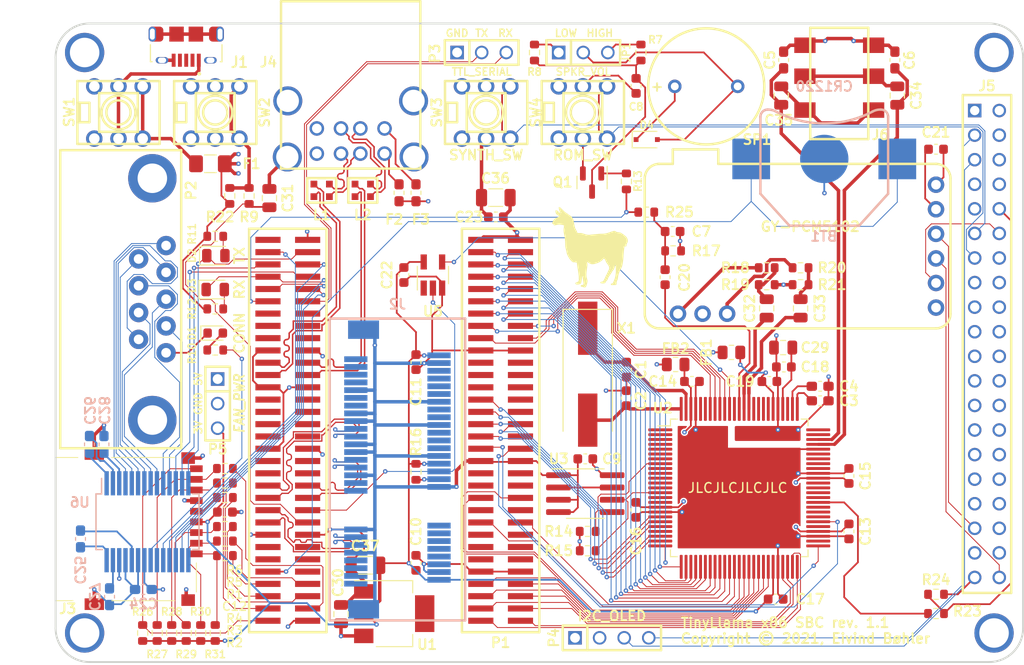
<source format=kicad_pcb>
(kicad_pcb (version 20211014) (generator pcbnew)
  (title_block (title "TinyLlama") (date "2021-12-17") (rev "1.1"))
  (layers (0 "F.Cu" signal) (1 "In1.Cu" power) (2 "In2.Cu" power) (31 "B.Cu" signal) (34 "B.Paste" user) (35 "F.Paste" user) (36 "B.SilkS" user "B.Silkscreen") (37 "F.SilkS" user "F.Silkscreen") (38 "B.Mask" user) (39 "F.Mask" user) (44 "Edge.Cuts" user))
  (net 0 "")
  (net 2 "Net-(F1-Pad1)")
  (net 4 "Net-(C35-Pad1)")
  (net 5 "/RSTDRV")
  (net 6 "/~{DCD1}")
  (net 7 "Net-(C34-Pad1)")
  (net 8 "/~{RTS1}")
  (net 9 "/~{RI1}")
  (net 10 "Net-(C8-Pad1)")
  (net 11 "/~{DTR1}")
  (net 12 "/~{DSR1}")
  (net 13 "/~{CTS1}")
  (net 14 "/SPKR")
  (net 15 "Net-(C25-Pad1)")
  (net 16 "/TX2")
  (net 17 "/RX2")
  (net 18 "Net-(C25-Pad2)")
  (net 19 "Net-(C26-Pad1)")
  (net 20 "Net-(C26-Pad2)")
  (net 21 "Net-(C27-Pad1)")
  (net 22 "/USBD1-")
  (net 23 "/USBD2-")
  (net 24 "/USBD1+")
  (net 25 "/USBD2+")
  (net 38 "/PE0_RX-")
  (net 39 "/PE0_TX-")
  (net 40 "/PE0_RX+")
  (net 41 "/PE0_TX+")
  (net 42 "/PE0_CLK-")
  (net 43 "/~{PCIRST}")
  (net 44 "/PE0_CLK+")
  (net 45 "/~{RST_SW}")
  (net 50 "/VBATT")
  (net 52 "/SD_DAT2")
  (net 53 "/SD_DAT3")
  (net 54 "/SD_CMD")
  (net 55 "/SD_CLK")
  (net 56 "/SD_DAT0")
  (net 57 "/SD_DAT1")
  (net 58 "/A0")
  (net 59 "/A1")
  (net 60 "/A2")
  (net 61 "/A3")
  (net 62 "/A4")
  (net 63 "/A5")
  (net 64 "/A6")
  (net 65 "/A7")
  (net 66 "/A8")
  (net 67 "/A9")
  (net 68 "/A10")
  (net 69 "/A11")
  (net 70 "/A12")
  (net 71 "/A13")
  (net 72 "/A14")
  (net 73 "/A15")
  (net 80 "/IRQ5")
  (net 82 "/IRQ7")
  (net 84 "/IRQ11")
  (net 85 "/IRQ12")
  (net 86 "/IRQ15")
  (net 88 "/DRQ1")
  (net 89 "/~{DACK1}")
  (net 94 "/AEN")
  (net 95 "/IOCHRDY")
  (net 98 "/~{IOW}")
  (net 99 "/~{IOR}")
  (net 106 "/D0")
  (net 107 "/D1")
  (net 108 "/D2")
  (net 109 "/D3")
  (net 110 "/D4")
  (net 111 "/D5")
  (net 112 "/D6")
  (net 113 "/D7")
  (net 114 "/USBDX1-")
  (net 115 "/USBDX1+")
  (net 116 "/USBDX2-")
  (net 117 "/USBDX2+")
  (net 121 "Net-(F2-Pad2)")
  (net 122 "Net-(F3-Pad2)")
  (net 123 "/X_SD_DAT2")
  (net 124 "/X_SD_DAT3")
  (net 125 "/X_SD_CMD")
  (net 126 "+3.3V")
  (net 127 "/X_SD_CLK")
  (net 128 "/X_SD_DAT0")
  (net 129 "/X_SD_DAT1")
  (net 142 "Net-(J2-Pad20)")
  (net 158 "Net-(C28-Pad2)")
  (net 159 "Net-(D4-Pad2)")
  (net 160 "+5VFILT")
  (net 161 "+5VA")
  (net 164 "/MIDI_AUDIO_R")
  (net 165 "/MIDI_AUDIO_L")
  (net 186 "/MIDI_OUT")
  (net 199 "Net-(C3-Pad1)")
  (net 200 "Net-(C4-Pad1)")
  (net 202 "Net-(C20-Pad1)")
  (net 207 "Net-(C20-Pad2)")
  (net 211 "Net-(C1-Pad2)")
  (net 212 "Net-(C2-Pad2)")
  (net 214 "Net-(C32-Pad1)")
  (net 215 "Net-(C32-Pad2)")
  (net 218 "Net-(C33-Pad1)")
  (net 219 "Net-(C33-Pad2)")
  (net 235 "Net-(C18-Pad1)")
  (net 239 "Net-(C34-Pad2)")
  (net 240 "Net-(C35-Pad2)")
  (net 243 "Net-(D1-Pad2)")
  (net 244 "/~{TX1}")
  (net 245 "/I2S_BCLK")
  (net 247 "/I2S_LRCLK")
  (net 248 "/I2S_DATA")
  (net 249 "Net-(R22-Pad1)")
  (net 250 "Net-(J1-Pad1)")
  (net 251 "/SD_CD")
  (net 252 "/3.3V_MIDI_OUT")
  (net 253 "GND")
  (net 254 "VCC")
  (net 257 "Net-(D2-Pad2)")
  (net 258 "/~{RX1}")
  (net 259 "Net-(D3-Pad2)")
  (net 261 "/PI_SDA")
  (net 262 "/PI_SCL")
  (net 263 "Net-(J5-Pad11)")
  (net 264 "Net-(J5-Pad13)")
  (net 265 "Net-(JP1-Pad1)")
  (net 266 "Net-(JP1-Pad3)")
  (net 267 "/RS_DCD1")
  (net 268 "/RS_RX1")
  (net 269 "/RS_TX1")
  (net 270 "/RS_DTR1")
  (net 271 "/RS_DSR1")
  (net 272 "/RS_RTS1")
  (net 273 "/RS_CTS1")
  (net 274 "/RS_RI1")
  (net 275 "Net-(Q1-Pad1)")
  (net 276 "/CS_SDA")
  (net 277 "/CS_SCL")
  (net 278 "Net-(R10-Pad2)")
  (footprint "Resistor_SMD:R_0603_1608Metric" (layer "F.Cu") (at 17.5 47.5)
    (fp_text reference "R5")
    (fp_text value "33")
  )
  (footprint "Resistor_SMD:R_0603_1608Metric" (layer "F.Cu") (at 17.5 52)
    (fp_text reference "R4")
    (fp_text value "33")
  )
  (footprint "Capacitor_SMD:C_0603_1608Metric" (layer "F.Cu") (at 36 26 -90)
    (fp_text reference "C22")
    (fp_text value "0.1uF")
  )
  (footprint "llama_shared:H_TOOLING" (layer "F.Cu") (at 7 2)
    (fp_text reference "HT1" hide)
    (fp_text value "H_HOLE_TOOLING" hide)
  )
  (footprint "Capacitor_SMD:C_0805_2012Metric" (layer "F.Cu") (at 87 7.45 90)
    (fp_text reference "C34")
    (fp_text value "10uF")
  )
  (footprint "Fuse:Fuse_1206_3216Metric_Pad1.42x1.75mm_HandSolder" (layer "F.Cu") (at 16 14.5)
    (fp_text reference "F1")
    (fp_text value "F")
  )
  (footprint "Resistor_SMD:R_0603_1608Metric" (layer "F.Cu") (at 55 52.5 180)
    (fp_text reference "R14")
    (fp_text value "4.7k")
  )
  (footprint "llama_shared:P_CONN_01X04_SQUARE" (layer "F.Cu") (at 57.500012 63.5)
    (fp_text reference "P4")
    (fp_text value "I2C_OLED")
  )
  (footprint "llama_shared:J_USB_MICRO_B_10118194-0001LF" (layer "F.Cu") (at 13.5 1.1 180)
    (fp_text reference "J1")
    (fp_text value "USB_Micro_B" hide)
  )
  (footprint "Resistor_SMD:R_0603_1608Metric" (layer "F.Cu") (at 16.5 63 90)
    (fp_text reference "R31")
    (fp_text value "47k")
  )
  (footprint "Resistor_SMD:R_0603_1608Metric" (layer "F.Cu") (at 13.5 63 90)
    (fp_text reference "R29")
    (fp_text value "47k")
  )
  (footprint "llama_shared:H_440_HOLE" (layer "F.Cu") (at 97 63)
    (fp_text reference "H4" hide)
    (fp_text value "H_HOLE" hide)
  )
  (footprint "Capacitor_SMD:C_0603_1608Metric" (layer "F.Cu") (at 73.775 37)
    (fp_text reference "C19")
    (fp_text value "0.1uF" hide)
  )
  (footprint "Resistor_SMD:R_0603_1608Metric" (layer "F.Cu") (at 10.5 63 90)
    (fp_text reference "R27")
    (fp_text value "47k")
  )
  (footprint "Capacitor_SMD:C_0603_1608Metric" (layer "F.Cu") (at 63 26.225 90)
    (fp_text reference "C20")
    (fp_text value "0.1uF" hide)
  )
  (footprint "llama_shared:H_440_HOLE" (layer "F.Cu") (at 3 63)
    (fp_text reference "H3" hide)
    (fp_text value "H_HOLE" hide)
  )
  (footprint "llama_shared:SP" (layer "F.Cu") (at 67.248811 6.5)
    (fp_text reference "SP1")
    (fp_text value "SPEAKER" hide)
  )
  (footprint "Capacitor_SMD:C_0805_2012Metric" (layer "F.Cu") (at 73.5 29.45 90)
    (fp_text reference "C32")
    (fp_text value "10uF")
  )
  (footprint "Diode_SMD:D_SOD-323F" (layer "F.Cu") (at 61.1 12)
    (fp_text reference "D4")
    (fp_text value "1N4148" hide)
  )
  (footprint "Capacitor_SMD:C_0603_1608Metric" (layer "F.Cu") (at 60.000007 6.45 -90)
    (fp_text reference "C8")
    (fp_text value "10nF" hide)
  )
  (footprint "Resistor_SMD:R_0603_1608Metric" (layer "F.Cu") (at 60.5 3 90)
    (fp_text reference "R7")
    (fp_text value "33" hide)
  )
  (footprint "Diode_SMD:D_0603_1608Metric" (layer "F.Cu") (at 16.5 32)
    (fp_text reference "D1")
    (fp_text value "CONN")
  )
  (footprint "Capacitor_SMD:C_0603_1608Metric" (layer "F.Cu") (at 82 52.5 90)
    (fp_text reference "C13")
    (fp_text value "0.1uF" hide)
  )
  (footprint "Capacitor_SMD:C_0603_1608Metric" (layer "F.Cu") (at 54.75 45 180)
    (fp_text reference "C9")
    (fp_text value "0.1uF")
  )
  (footprint "Package_TO_SOT_SMD:SOT-23" (layer "F.Cu") (at 55.45 16.4375 -90)
    (fp_text reference "Q1")
    (fp_text value "NPN" hide)
  )
  (footprint "Capacitor_SMD:C_1206_3216Metric" (layer "F.Cu") (at 45.5 18 180)
    (fp_text reference "C36")
    (fp_text value "47uF")
  )
  (footprint "Diode_SMD:D_0805_2012Metric" (layer "F.Cu") (at 16.5625 24)
    (fp_text reference "D2")
    (fp_text value "TX")
  )
  (footprint "Capacitor_SMD:C_0603_1608Metric_Pad1.08x0.95mm_HandSolder" (layer "F.Cu") (at 79.025 37.5)
    (fp_text reference "C4")
    (fp_text value "1nF")
  )
  (footprint "llama_shared:H_TOOLING" (layer "F.Cu") (at 7 64)
    (fp_text reference "HT3" hide)
    (fp_text value "H_HOLE_TOOLING" hide)
  )
  (footprint "Resistor_SMD:R_0603_1608Metric" (layer "F.Cu") (at 49.5 3 90)
    (fp_text reference "R8")
    (fp_text value "200" hide)
  )
  (footprint "llama_shared:U_GY-PCM5102" (layer "F.Cu") (at 76.695 23.015 180)
    (fp_text reference "U4" hide)
    (fp_text value "GY-PCM5102")
  )
  (footprint "Capacitor_SMD:C_0603_1608Metric" (layer "F.Cu") (at 59 38.725 -90)
    (fp_text reference "C2")
    (fp_text value "22pF")
  )
  (footprint "Resistor_SMD:R_0603_1608Metric" (layer "F.Cu") (at 20 17.825 -90)
    (fp_text reference "R9")
    (fp_text value "470")
  )
  (footprint "Capacitor_SMD:C_0805_2012Metric" (layer "F.Cu") (at 75 7.45 90)
    (fp_text reference "C35")
    (fp_text value "10uF")
  )
  (footprint "llama_shared:J_MicroSD_TF01A" (layer "F.Cu") (at 7.3 52.26 -90)
    (fp_text reference "J3")
    (fp_text value "MICRO_SD" hide)
  )
  (footprint "Diode_SMD:D_0805_2012Metric" (layer "F.Cu") (at 16.5 27.5)
    (fp_text reference "D3")
    (fp_text value "RX")
  )
  (footprint "Resistor_SMD:R_0805_2012Metric" (layer "F.Cu") (at 69.8525 34)
    (fp_text reference "FB1")
    (fp_text value "FB" hide)
  )
  (footprint "llama_shared:P_CONN_01X03_SQUARE" (layer "F.Cu") (at 54.539998 2.999999)
    (fp_text reference "JP1")
    (fp_text value "SPKR_VOL")
  )
  (footprint "Resistor_SMD:R_0603_1608Metric" (layer "F.Cu") (at 73.5 27 180)
    (fp_text reference "R19")
    (fp_text value "6.8k")
  )
  (footprint "Capacitor_SMD:C_0603_1608Metric" (layer "F.Cu") (at 45.5 20 180)
    (fp_text reference "C23")
    (fp_text value "0.1uF")
  )
  (footprint "llama_shared:U_TQFP-100_14x14mm_P0.5mm_HandSoldering" (layer "F.Cu") (at 70.6625 48)
    (fp_text reference "U2")
    (fp_text value "U_CS4237B-KQ")
  )
  (footprint "Capacitor_SMD:C_0603_1608Metric" (layer "F.Cu") (at 91 13)
    (fp_text reference "C21")
    (fp_text value "0.1uF")
  )
  (footprint "llama_shared:P_CONN_01X03_SQUARE" (layer "F.Cu") (at 16.75 39.28999 -90)
    (fp_text reference "P5")
    (fp_text value "FAN_PWR")
  )
  (footprint "Capacitor_SMD:C_1206_3216Metric" (layer "F.Cu") (at 32.025 56 180)
    (fp_text reference "C37")
    (fp_text value "47uF")
  )
  (footprint "llama_shared:SW_ALPSALPINE_SPPH410200" (layer "F.Cu") (at 54.5 9.2)
    (fp_text reference "SW4")
    (fp_text value "ROM_SW")
  )
  (footprint "Resistor_SMD:R_0603_1608Metric" (layer "F.Cu") (at 61.05 19.5 180)
    (fp_text reference "R25")
    (fp_text value "47k")
  )
  (footprint "Resistor_SMD:R_0805_2012Metric" (layer "F.Cu") (at 64.0875 35.25)
    (fp_text reference "FB2")
    (fp_text value "FB" hide)
  )
  (footprint "Capacitor_SMD:C_0603_1608Metric" (layer "F.Cu") (at 59 35.775 90)
    (fp_text reference "C1")
    (fp_text value "22pF")
  )
  (footprint "llama_shared:P_CONN_SOM-128-EX" (layer "F.Cu") (at 24 22.365)
    (fp_text reference "P1")
    (fp_text value "P_SOM-128-EX" hide)
  )
  (footprint "Package_TO_SOT_SMD:SOT-23-5_HandSoldering" (layer "F.Cu") (at 39 26 90)
    (fp_text reference "U5")
    (fp_text value "U_74LVC1G04" hide)
  )
  (footprint "Resistor_SMD:R_0603_1608Metric" (layer "F.Cu") (at 37.25 46.3415 90)
    (fp_text reference "R16")
    (fp_text value "4.7k")
  )
  (footprint "Resistor_SMD:R_0603_1608Metric" (layer "F.Cu") (at 91 59)
    (fp_text reference "R24")
    (fp_text value "20k")
  )
  (footprint "Resistor_SMD:R_0603_1608Metric" (layer "F.Cu") (at 9 63 90)
    (fp_text reference "R26")
    (fp_text value "47k")
  )
  (footprint "Resistor_SMD:R_0603_1608Metric" (layer "F.Cu") (at 17.5 55)
    (fp_text reference "R2")
    (fp_text value "33")
  )
  (footprint "Capacitor_SMD:C_0603_1608Metric" (layer "F.Cu") (at 37.25 55.75 90)
    (fp_text reference "C10")
    (fp_text value "0.1uF")
  )
  (footprint "Fuse:Fuse_0603_1608Metric_Pad1.05x0.95mm_HandSolder" (layer "F.Cu") (at 35.5 17.5 90)
    (fp_text reference "F2")
    (fp_text value "F" hide)
  )
  (footprint "llama_shared:J_CONN_RPI" (layer "F.Cu") (at 96.27 33.13)
    (fp_text reference "J5")
    (fp_text value "J_PI_ZERO" hide)
  )
  (footprint "llama_shared:SW_ALPSALPINE_SPPH410200" (layer "F.Cu") (at 44.5 9.2)
    (fp_text reference "SW3")
    (fp_text value "SYNTH_SW")
  )
  (footprint "Capacitor_SMD:C_0805_2012Metric" (layer "F.Cu") (at 22.1 18.05 90)
    (fp_text reference "C31")
    (fp_text value "10uF")
  )
  (footprint "Capacitor_SMD:C_0603_1608Metric" (layer "F.Cu") (at 74.425 59.5 180)
    (fp_text reference "C17")
    (fp_text value "0.1uF")
  )
  (footprint "Resistor_SMD:R_0603_1608Metric" (layer "F.Cu") (at 16.5 29.5)
    (fp_text reference "R12")
    (fp_text value "620" hide)
  )
  (footprint "Resistor_SMD:R_0603_1608Metric" (layer "F.Cu") (at 16.5 33.75)
    (fp_text reference "R10")
    (fp_text value "620" hide)
  )
  (footprint "Capacitor_SMD:C_0603_1608Metric" (layer "F.Cu") (at 75.275 35.5 180)
    (fp_text reference "C18")
    (fp_text value "0.1uF" hide)
  )
  (footprint "llama_shared:L_EMI_FILTER_MCM2012B900GBE" (layer "F.Cu") (at 27.5 17.25 180)
    (fp_text reference "L1")
    (fp_text value "L_EMI_FILTER" hide)
  )
  (footprint "Capacitor_SMD:C_0603_1608Metric" (layer "F.Cu") (at 60 50.275 90)
    (fp_text reference "C16")
    (fp_text value "0.1uF")
  )
  (footprint "Capacitor_SMD:C_0603_1608Metric_Pad1.08x0.95mm_HandSolder" (layer "F.Cu") (at 75.25 3.775 90)
    (fp_text reference "C5")
    (fp_text value "1nF")
  )
  (footprint "llama_shared:H_TOOLING" (layer "F.Cu") (at 93 64)
    (fp_text reference "HT4" hide)
    (fp_text value "H_HOLE_TOOLING" hide)
  )
  (footprint "llama_shared:P_CONN_01X03_SQUARE" (layer "F.Cu") (at 44.039993 2.999999)
    (fp_text reference "P3")
    (fp_text value "TTL_SERIAL")
  )
  (footprint "Capacitor_SMD:C_0805_2012Metric" (layer "F.Cu") (at 75.2 33.5 180)
    (fp_text reference "C29")
    (fp_text value "1uF" hide)
  )
  (footprint "llama_shared:SW_ALPSALPINE_SPPH410200" (layer "F.Cu") (at 16.5 9.2)
    (fp_text reference "SW2")
    (fp_text value "RESET_SW" hide)
  )
  (footprint "Resistor_SMD:R_0603_1608Metric" (layer "F.Cu") (at 77 27)
    (fp_text reference "R21")
    (fp_text value "6.8k")
  )
  (footprint "Resistor_SMD:R_0603_1608Metric" (layer "F.Cu") (at 91 60.99)
    (fp_text reference "R23")
    (fp_text value "10k")
  )
  (footprint "Capacitor_SMD:C_0805_2012Metric" (layer "F.Cu") (at 77 29.45 90)
    (fp_text reference "C33")
    (fp_text value "10uF")
  )
  (footprint "Resistor_SMD:R_0603_1608Metric" (layer "F.Cu") (at 63.825 23.5 180)
    (fp_text reference "R17")
    (fp_text value "4.7k")
  )
  (footprint "llama_shared:U_SOT-223-3_NOTAB" (layer "F.Cu") (at 35 61)
    (fp_text reference "U1")
    (fp_text value "AMS1117-3.3")
  )
  (footprint "Capacitor_SMD:C_0603_1608Metric" (layer "F.Cu") (at 65.775 37 180)
    (fp_text reference "C14")
    (fp_text value "0.1uF" hide)
  )
  (footprint "Capacitor_SMD:C_0603_1608Metric" (layer "F.Cu") (at 63.775 21.5)
    (fp_text reference "C7")
    (fp_text value "2.7nF")
  )
  (footprint "llama_shared:H_440_HOLE" (layer "F.Cu") (at 97 3)
    (fp_text reference "H2" hide)
    (fp_text value "H_HOLE" hide)
  )
  (footprint "llama_shared:X_Crystal_SMD_HC49-SD_HandSoldering" (layer "F.Cu") (at 55 36.25 -90)
    (fp_text reference "X1")
    (fp_text value "16.9344MHz")
  )
  (footprint "Capacitor_SMD:C_0603_1608Metric" (layer "F.Cu") (at 37.25 35 -90)
    (fp_text reference "C11")
    (fp_text value "0.1uF")
  )
  (footprint "llama_shared:LLAMA_LOGO" (layer "F.Cu") (at 47.10776 16.958072)
    (fp_text reference "LOGO1" hide)
    (fp_text value "Llama_logo" hide)
  )
  (footprint "Capacitor_SMD:C_0805_2012Metric" (layer "F.Cu") (at 29.5 61.05 90)
    (fp_text reference "C30")
    (fp_text value "10uF")
  )
  (footprint "Resistor_SMD:R_0603_1608Metric" (layer "F.Cu") (at 17.5 53.5)
    (fp_text reference "R3")
    (fp_text value "33")
  )
  (footprint "Resistor_SMD:R_0603_1608Metric" (layer "F.Cu") (at 77 25.25)
    (fp_text reference "R20")
    (fp_text value "6.8k")
  )
  (footprint "llama_shared:H_TOOLING" (layer "F.Cu") (at 93 2)
    (fp_text reference "HT2" hide)
    (fp_text value "H_HOLE_TOOLING" hide)
  )
  (footprint "Capacitor_SMD:C_0603_1608Metric_Pad1.08x0.95mm_HandSolder" (layer "F.Cu") (at 86.75 3.775 90)
    (fp_text reference "C6")
    (fp_text value "1nF")
  )
  (footprint "Resistor_SMD:R_0603_1608Metric" (layer "F.Cu") (at 59 16.325 90)
    (fp_text reference "R13")
    (fp_text value "1k" hide)
  )
  (footprint "llama_shared:H_440_HOLE" (layer "F.Cu") (at 3 3)
    (fp_text reference "H1" hide)
    (fp_text value "H_HOLE" hide)
  )
  (footprint "Resistor_SMD:R_0603_1608Metric" (layer "F.Cu") (at 15 63 90)
    (fp_text reference "R30")
    (fp_text value "47k")
  )
  (footprint "Resistor_SMD:R_0603_1608Metric" (layer "F.Cu") (at 73.5 25.25)
    (fp_text reference "R18")
    (fp_text value "6.8k")
  )
  (footprint "llama_shared:J_AUDIO35_C95463" (layer "F.Cu") (at 81 5.45)
    (fp_text reference "J6")
    (fp_text value "AudioJack3" hide)
  )
  (footprint "Capacitor_SMD:C_0603_1608Metric_Pad1.08x0.95mm_HandSolder" (layer "F.Cu") (at 79.025 39)
    (fp_text reference "C3")
    (fp_text value "1nF")
  )
  (footprint "llama_shared:SW_ALPSALPINE_SPPH420100" (layer "F.Cu") (at 6.5 9.2)
    (fp_text reference "SW1")
    (fp_text value "POWER_SW" hide)
  )
  (footprint "Resistor_SMD:R_0603_1608Metric" (layer "F.Cu") (at 18 17.825 -90)
    (fp_text reference "R22")
    (fp_text value "10k")
  )
  (footprint "llama_shared:L_EMI_FILTER_MCM2012B900GBE" (layer "F.Cu") (at 31.75 17.25 180)
    (fp_text reference "L2")
    (fp_text value "L_EMI_FILTER" hide)
  )
  (footprint "Fuse:Fuse_0603_1608Metric_Pad1.05x0.95mm_HandSolder" (layer "F.Cu") (at 37.25 17.5 90)
    (fp_text reference "F3")
    (fp_text value "F" hide)
  )
  (footprint "llama_shared:U_SOIC-8_3.9x4.9mm_P1.27mm_HandSoldering" (layer "F.Cu") (at 54.75 48.595)
    (fp_text reference "U3")
    (fp_text value "24LC08")
  )
  (footprint "Capacitor_SMD:C_0603_1608Metric" (layer "F.Cu") (at 17.5 50.5)
    (fp_text reference "C12")
    (fp_text value "0.1uF")
  )
  (footprint "Resistor_SMD:R_0603_1608Metric" (layer "F.Cu") (at 17.5 46)
    (fp_text reference "R6")
    (fp_text value "33")
  )
  (footprint "Resistor_SMD:R_0603_1608Metric" (layer "F.Cu") (at 16.5 22)
    (fp_text reference "R11")
    (fp_text value "620" hide)
  )
  (footprint "Resistor_SMD:R_0603_1608Metric" (layer "F.Cu") (at 17.5 49)
    (fp_text reference "R1")
    (fp_text value "0")
  )
  (footprint "Resistor_SMD:R_0603_1608Metric" (layer "F.Cu") (at 12 63 90)
    (fp_text reference "R28")
    (fp_text value "47k")
  )
  (footprint "llama_shared:J_USB_A_C12049" (layer "F.Cu") (at 30.5 12.15 180)
    (fp_text reference "J4")
    (fp_text value "USB_A_Stacked" hide)
  )
  (footprint "Resistor_SMD:R_0603_1608Metric" (layer "F.Cu") (at 55 54.5 180)
    (fp_text reference "R15")
    (fp_text value "4.7k")
  )
  (footprint "llama_shared:P_DE9M" (layer "F.Cu") (at 11.42 22.955 90)
    (fp_text reference "P2")
    (fp_text value "P_DE9M" hide)
  )
  (footprint "Capacitor_SMD:C_0603_1608Metric" (layer "F.Cu") (at 82 46.768 -90)
    (fp_text reference "C15")
    (fp_text value "0.1uF" hide)
  )
  (footprint "llama_shared:MY-1220-03" (layer "B.Cu") (at 79.45 14 180)
    (fp_text reference "BT1")
    (fp_text value "CR1220")
  )
  (footprint "Capacitor_SMD:C_0603_1608Metric_Pad1.08x0.95mm_HandSolder" (layer "B.Cu") (at 2.575 53.275 90)
    (fp_text reference "C25")
    (fp_text value "0.1uF" hide)
  )
  (footprint "Capacitor_SMD:C_0603_1608Metric_Pad1.08x0.95mm_HandSolder" (layer "B.Cu") (at 3.5 43.5 90)
    (fp_text reference "C26")
    (fp_text value "0.1uF" hide)
  )
  (footprint "llama_shared:U_SSOP-28_5.3x10.2mm_P0.65mm_HandSoldering" (layer "B.Cu") (at 9.5 51.5 -90)
    (fp_text reference "U6")
    (fp_text value "U_MAX3243" hide)
  )
  (footprint "Capacitor_SMD:C_0603_1608Metric_Pad1.08x0.95mm_HandSolder" (layer "B.Cu") (at 9.075 58.5 180)
    (fp_text reference "C24")
    (fp_text value "0.1uF" hide)
  )
  (footprint "Capacitor_SMD:C_0603_1608Metric_Pad1.08x0.95mm_HandSolder" (layer "B.Cu") (at 5 43.5 -90)
    (fp_text reference "C28")
    (fp_text value "0.1uF" hide)
  )
  (footprint "Capacitor_SMD:C_0603_1608Metric_Pad1.08x0.95mm_HandSolder" (layer "B.Cu") (at 5.575 59.25 -90)
    (fp_text reference "C27")
    (fp_text value "0.1uF" hide)
  )
  (footprint "llama_shared:J_MINI_PCIE" (layer "B.Cu") (at 35.3305 58.6 90)
    (fp_text reference "J2")
    (fp_text value "J_MINI_PCIE" hide)
  )
  (gr_arc (start 96.5 0) (mid 98.974873 1.025127) (end 100 3.5) (layer "Edge.Cuts") (width 0.2))
  (gr_line (start 3.5 0) (end 96.5 0) (layer "Edge.Cuts") (width 0.2))
  (gr_arc (start 100 62.5) (mid 98.974873 64.974873) (end 96.5 66) (layer "Edge.Cuts") (width 0.2))
  (gr_line (start 96.5 66) (end 3.5 66) (layer "Edge.Cuts") (width 0.2))
  (gr_line (start 0 62.5) (end 0 3.5) (layer "Edge.Cuts") (width 0.2))
  (gr_arc (start 0 3.5) (mid 1.025127 1.025127) (end 3.5 0) (layer "Edge.Cuts") (width 0.2))
  (gr_line (start 100 3.5) (end 100 62.5) (layer "Edge.Cuts") (width 0.2))
  (gr_arc (start 3.5 66) (mid 1.025127 64.974873) (end 0 62.5) (layer "Edge.Cuts") (width 0.2))
  (gr_text "TinyLlama x86 SBC rev. 1.1\nCopyright © 2021, Eivind Bøhler" (at 64.5 62.75) (layer "F.SilkS") (effects (font (size 1.016 1.016) (thickness 0.2032)) (justify left)))
  (gr_text "JLCJLCJLCJLC" (at 70.5 48) (layer "F.SilkS") (effects (font (size 1 1))))
  (segment (start 9 6.5) (end 9 11.9) (width 0.36) (layer "F.Cu") (net 2))
  (segment (start 9 11.9) (end 11.9125 11.9) (width 0.36) (layer "F.Cu") (net 2))
  (segment (start 11.9125 11.9) (end 14.5125 14.5) (width 0.36) (layer "F.Cu") (net 2))
  (segment (start 75 11.35) (end 75 8.4) (width 0.36) (layer "F.Cu") (net 4))
  (segment (start 80.92 42.31) (end 80.92 17.27) (width 0.36) (layer "F.Cu") (net 4))
  (segment (start 73.98 5.9075) (end 75.25 4.6375) (width 0.36) (layer "F.Cu") (net 4))
  (segment (start 78.825 43) (end 80.23 43) (width 0.3) (layer "F.Cu") (net 4))
  (segment (start 73.98 7.38) (end 73.98 5.9075) (width 0.36) (layer "F.Cu") (net 4))
  (segment (start 80.92 17.27) (end 75 11.35) (width 0.36) (layer "F.Cu") (net 4))
  (segment (start 80.23 43) (end 80.92 42.31) (width 0.36) (layer "F.Cu") (net 4))
  (segment (start 75 8.4) (end 73.98 7.38) (width 0.36) (layer "F.Cu") (net 4))
  (segment (start 68.68 35.78) (end 69.6625 36.7625) (width 0.09) (layer "F.Cu") (net 5))
  (segment (start 41.16839 24.65) (end 41.173524 24.655134) (width 0.09) (layer "F.Cu") (net 5))
  (segment (start 69.6625 36.7625) (end 69.6625 40.3375) (width 0.09) (layer "F.Cu") (net 5))
  (segment (start 39.95 24.65) (end 41.16839 24.65) (width 0.09) (layer "F.Cu") (net 5))
  (via (at 68.68 35.78) (size 0.46) (drill 0.2) (layers "F.Cu" "B.Cu") (net 5))
  (via (at 41.173524 24.655134) (size 0.46) (drill 0.2) (layers "F.Cu" "B.Cu") (net 5))
  (segment (start 41.184866 24.655134) (end 41.173524 24.655134) (width 0.09) (layer "B.Cu") (net 5))
  (segment (start 43.69 22.15) (end 41.184866 24.655134) (width 0.09) (layer "B.Cu") (net 5))
  (segment (start 68.68 35.78) (end 55.05 22.15) (width 0.09) (layer "B.Cu") (net 5))
  (segment (start 55.05 22.15) (end 43.69 22.15) (width 0.09) (layer "B.Cu") (net 5))
  (segment (start 23.515 23.635) (end 21.95 23.635) (width 0.09) (layer "F.Cu") (net 6))
  (segment (start 23.76 23.88) (end 23.515 23.635) (width 0.09) (layer "F.Cu") (net 6))
  (via (at 23.76 23.88) (size 0.46) (drill 0.2) (layers "F.Cu" "B.Cu") (net 6))
  (segment (start 11.125 53.745) (end 24.8 40.07) (width 0.09) (layer "B.Cu") (net 6))
  (segment (start 24.8 29.52) (end 24.78 29.5) (width 0.09) (layer "B.Cu") (net 6))
  (segment (start 24.78 29.5) (end 24.78 24.9) (width 0.09) (layer "B.Cu") (net 6))
  (segment (start 24.8 40.07) (end 24.8 29.52) (width 0.09) (layer "B.Cu") (net 6))
  (segment (start 11.125 55.475) (end 11.125 53.745) (width 0.09) (layer "B.Cu") (net 6))
  (segment (start 24.78 24.9) (end 23.76 23.88) (width 0.09) (layer "B.Cu") (net 6))
  (segment (start 81.53 42.48) (end 81.53 17.245) (width 0.36) (layer "F.Cu") (net 7))
  (segment (start 87 11.775) (end 87 8.4) (width 0.36) (layer "F.Cu") (net 7))
  (segment (start 78.825 43.5) (end 80.51 43.5) (width 0.3) (layer "F.Cu") (net 7))
  (segment (start 81.53 17.245) (end 87 11.775) (width 0.36) (layer "F.Cu") (net 7))
  (segment (start 87 8.4) (end 88.02 7.38) (width 0.36) (layer "F.Cu") (net 7))
  (segment (start 80.51 43.5) (end 81.53 42.48) (width 0.36) (layer "F.Cu") (net 7))
  (segment (start 88.02 5.9075) (end 86.75 4.6375) (width 0.36) (layer "F.Cu") (net 7))
  (segment (start 88.02 7.38) (end 88.02 5.9075) (width 0.36) (layer "F.Cu") (net 7))
  (segment (start 20.925 24.905) (end 21.95 24.905) (width 0.09) (layer "F.Cu") (net 8))
  (segment (start 14.31 25.27) (end 20.56 25.27) (width 0.09) (layer "F.Cu") (net 8))
  (segment (start 20.56 25.27) (end 20.925 24.905) (width 0.09) (layer "F.Cu") (net 8))
  (via (at 14.31 25.27) (size 0.46) (drill 0.2) (layers "F.Cu" "B.Cu") (net 8))
  (segment (start 14.31 43.79) (end 14.31 25.27) (width 0.09) (layer "B.Cu") (net 8))
  (segment (start 13.075 45.025) (end 14.31 43.79) (width 0.09) (layer "B.Cu") (net 8))
  (segment (start 13.075 47.525) (end 13.075 45.025) (width 0.09) (layer "B.Cu") (net 8))
  (segment (start 27.74 24.91) (end 27.735 24.905) (width 0.09) (layer "F.Cu") (net 9))
  (segment (start 27.735 24.905) (end 26.05 24.905) (width 0.09) (layer "F.Cu") (net 9))
  (via (at 27.74 24.91) (size 0.46) (drill 0.2) (layers "F.Cu" "B.Cu") (net 9))
  (segment (start 25.01 40.24) (end 25.01 27.64) (width 0.09) (layer "B.Cu") (net 9))
  (segment (start 11.775 53.475) (end 25.01 40.24) (width 0.09) (layer "B.Cu") (net 9))
  (segment (start 11.775 55.475) (end 11.775 53.475) (width 0.09) (layer "B.Cu") (net 9))
  (segment (start 25.01 27.64) (end 27.74 24.91) (width 0.09) (layer "B.Cu") (net 9))
  (segment (start 60.000007 5.675) (end 60.94 6.614993) (width 0.18) (layer "F.Cu") (net 10))
  (segment (start 49.5 3.825) (end 49.999993 4.324993) (width 0.18) (layer "F.Cu") (net 10))
  (segment (start 60.000007 4.324993) (end 60.000007 5.675) (width 0.18) (layer "F.Cu") (net 10))
  (segment (start 60.5 3.825) (end 60.000007 4.324993) (width 0.18) (layer "F.Cu") (net 10))
  (segment (start 49.999993 4.324993) (end 60.000007 4.324993) (width 0.18) (layer "F.Cu") (net 10))
  (segment (start 60.94 6.614993) (end 60.94 9.65) (width 0.18) (layer "F.Cu") (net 10))
  (segment (start 55.45 15.14) (end 55.45 17.375) (width 0.18) (layer "F.Cu") (net 10))
  (segment (start 60.94 9.65) (end 55.45 15.14) (width 0.18) (layer "F.Cu") (net 10))
  (segment (start 24.58 25.69) (end 13.87 25.69) (width 0.09) (layer "F.Cu") (net 11))
  (segment (start 25.065 26.175) (end 24.58 25.69) (width 0.09) (layer "F.Cu") (net 11))
  (segment (start 26.05 26.175) (end 25.065 26.175) (width 0.09) (layer "F.Cu") (net 11))
  (via (at 13.87 25.69) (size 0.46) (drill 0.2) (layers "F.Cu" "B.Cu") (net 11))
  (segment (start 12.425 47.525) (end 12.425 44.715) (width 0.09) (layer "B.Cu") (net 11))
  (segment (start 12.425 44.715) (end 13.87 43.27) (width 0.09) (layer "B.Cu") (net 11))
  (segment (start 13.87 43.27) (end 13.87 25.69) (width 0.09) (layer "B.Cu") (net 11))
  (segment (start 21.95 27.445) (end 22.935 27.445) (width 0.09) (layer "F.Cu") (net 12))
  (segment (start 22.935 27.445) (end 23.43 26.95) (width 0.09) (layer "F.Cu") (net 12))
  (segment (start 27.54 26.95) (end 27.74 27.15) (width 0.09) (layer "F.Cu") (net 12))
  (segment (start 23.43 26.95) (end 27.54 26.95) (width 0.09) (layer "F.Cu") (net 12))
  (via (at 27.74 27.15) (size 0.46) (drill 0.2) (layers "F.Cu" "B.Cu") (net 12))
  (segment (start 25.41 29.128044) (end 27.388044 27.15) (width 0.09) (layer "B.Cu") (net 12))
  (segment (start 25.41 40.42) (end 25.41 29.128044) (width 0.09) (layer "B.Cu") (net 12))
  (segment (start 27.388044 27.15) (end 27.74 27.15) (width 0.09) (layer "B.Cu") (net 12))
  (segment (start 13.075 55.475) (end 13.075 52.755) (width 0.09) (layer "B.Cu") (net 12))
  (segment (start 13.075 52.755) (end 25.41 40.42) (width 0.09) (layer "B.Cu") (net 12))
  (segment (start 27.065 27.445) (end 27.69 28.07) (width 0.09) (layer "F.Cu") (net 13))
  (segment (start 26.05 27.445) (end 27.065 27.445) (width 0.09) (layer "F.Cu") (net 13))
  (via (at 27.69 28.07) (size 0.46) (drill 0.2) (layers "F.Cu" "B.Cu") (net 13))
  (segment (start 13.725 52.385) (end 25.61 40.5) (width 0.09) (layer "B.Cu") (net 13))
  (segment (start 27.11 28.07) (end 27.69 28.07) (width 0.09) (layer "B.Cu") (net 13))
  (segment (start 25.61 40.5) (end 25.61 29.57) (width 0.09) (layer "B.Cu") (net 13))
  (segment (start 13.725 55.475) (end 13.725 52.385) (width 0.09) (layer "B.Cu") (net 13))
  (segment (start 25.61 29.57) (end 27.11 28.07) (width 0.09) (layer "B.Cu") (net 13))
  (segment (start 59 17.15) (end 59 19.5) (width 0.18) (layer "F.Cu") (net 14))
  (segment (start 59 19.5) (end 60.225 19.5) (width 0.18) (layer "F.Cu") (net 14))
  (segment (start 20.175 28.715) (end 20.17 28.72) (width 0.09) (layer "F.Cu") (net 14))
  (segment (start 21.95 28.715) (end 20.175 28.715) (width 0.09) (layer "F.Cu") (net 14))
  (via (at 20.17 28.72) (size 0.46) (drill 0.2) (layers "F.Cu" "B.Cu") (net 14))
  (via (at 59 19.5) (size 0.46) (drill 0.2) (layers "F.Cu" "B.Cu") (net 14))
  (segment (start 58.47 20.03) (end 22.26 20.03) (width 0.09) (layer "B.Cu") (net 14))
  (segment (start 59 19.5) (end 58.47 20.03) (width 0.09) (layer "B.Cu") (net 14))
  (segment (start 20.17 22.12) (end 20.17 28.72) (width 0.09) (layer "B.Cu") (net 14))
  (segment (start 22.26 20.03) (end 20.17 22.12) (width 0.09) (layer "B.Cu") (net 14))
  (segment (start 4.875 54.05) (end 2.575 54.05) (width 0.18) (layer "B.Cu") (net 15))
  (segment (start 5.275 54.45) (end 4.875 54.05) (width 0.18) (layer "B.Cu") (net 15))
  (segment (start 5.275 55.475) (end 5.275 54.45) (width 0.18) (layer "B.Cu") (net 15))
  (segment (start 25.72 10.38) (end 32.15 3.95) (width 0.09) (layer "F.Cu") (net 16))
  (segment (start 28.26 28.45) (end 28.26 21.25) (width 0.09) (layer "F.Cu") (net 16))
  (segment (start 27.995 28.715) (end 28.26 28.45) (width 0.09) (layer "F.Cu") (net 16))
  (segment (start 25.72 18.71) (end 25.72 10.38) (width 0.09) (layer "F.Cu") (net 16))
  (segment (start 32.15 3.95) (end 43.09 3.95) (width 0.09) (layer "F.Cu") (net 16))
  (segment (start 28.26 21.25) (end 25.72 18.71) (width 0.09) (layer "F.Cu") (net 16))
  (segment (start 43.09 3.95) (end 44.04 3) (width 0.09) (layer "F.Cu") (net 16))
  (segment (start 26.05 28.715) (end 27.995 28.715) (width 0.09) (layer "F.Cu") (net 16))
  (segment (start 28.46 21.15) (end 25.94 18.63) (width 0.09) (layer "F.Cu") (net 17))
  (segment (start 27.005 29.985) (end 28.46 28.53) (width 0.09) (layer "F.Cu") (net 17))
  (segment (start 32.25 4.16) (end 45.42 4.16) (width 0.09) (layer "F.Cu") (net 17))
  (segment (start 26.05 29.985) (end 27.005 29.985) (width 0.09) (layer "F.Cu") (net 17))
  (segment (start 45.42 4.16) (end 46.58 3) (width 0.09) (layer "F.Cu") (net 17))
  (segment (start 25.94 18.63) (end 25.94 10.47) (width 0.09) (layer "F.Cu") (net 17))
  (segment (start 28.46 28.53) (end 28.46 21.15) (width 0.09) (layer "F.Cu") (net 17))
  (segment (start 25.94 10.47) (end 32.25 4.16) (width 0.09) (layer "F.Cu") (net 17))
  (segment (start 6.33 52.5) (end 2.575 52.5) (width 0.18) (layer "B.Cu") (net 18))
  (segment (start 7.875 54.045) (end 6.33 52.5) (width 0.18) (layer "B.Cu") (net 18))
  (segment (start 7.875 55.475) (end 7.875 54.045) (width 0.18) (layer "B.Cu") (net 18))
  (segment (start 3.5 44.3625) (end 3.5 44.75) (width 0.18) (layer "B.Cu") (net 19))
  (segment (start 3.5 44.75) (end 5.275 46.525) (width 0.18) (layer "B.Cu") (net 19))
  (segment (start 5.275 46.525) (end 5.275 47.525) (width 0.18) (layer "B.Cu") (net 19))
  (segment (start 4.24 44.84) (end 4.62 45.22) (width 0.18) (layer "B.Cu") (net 20))
  (segment (start 5.02 45.22) (end 5.925 46.125) (width 0.18) (layer "B.Cu") (net 20))
  (segment (start 3.5 42.6375) (end 4.24 43.3775) (width 0.18) (layer "B.Cu") (net 20))
  (segment (start 4.62 45.22) (end 5.02 45.22) (width 0.18) (layer "B.Cu") (net 20))
  (segment (start 4.24 43.3775) (end 4.24 44.84) (width 0.18) (layer "B.Cu") (net 20))
  (segment (start 5.925 46.125) (end 5.925 47.525) (width 0.18) (layer "B.Cu") (net 20))
  (segment (start 5.925 58.125) (end 5.575 58.475) (width 0.18) (layer "B.Cu") (net 21))
  (segment (start 5.925 55.475) (end 5.925 58.125) (width 0.18) (layer "B.Cu") (net 21))
  (segment (start 27.172199 17.427801) (end 26.7 17.9) (width 0.1524) (layer "F.Cu") (net 22))
  (segment (start 27.3322 18.933648) (end 27.3322 17.581745) (width 0.1524) (layer "F.Cu") (net 22))
  (segment (start 23.618864 34.208864) (end 23.618864 34.1322) (width 0.1524) (layer "F.Cu") (net 22))
  (segment (start 29.0222 20.623648) (end 27.3322 18.933648) (width 0.1524) (layer "F.Cu") (net 22))
  (segment (start 24.1422 35.016352) (end 24.1422 34.7322) (width 0.1524) (layer "F.Cu") (net 22))
  (segment (start 29.0222 29.286352) (end 29.0222 20.623648) (width 0.1524) (layer "F.Cu") (net 22))
  (segment (start 27.3322 17.581745) (end 27.178256 17.427801) (width 0.1524) (layer "F.Cu") (net 22))
  (segment (start 22.935 35.065) (end 23.3922 35.5222) (width 0.1524) (layer "F.Cu") (net 22))
  (segment (start 21.95 35.065) (end 22.935 35.065) (width 0.1524) (layer "F.Cu") (net 22))
  (segment (start 27.549263 30.759289) (end 29.0222 29.286352) (width 0.1524) (layer "F.Cu") (net 22))
  (segment (start 23.618864 33.008864) (end 23.618864 32.9322) (width 0.1524) (layer "F.Cu") (net 22))
  (segment (start 24.569289 31.578707) (end 24.569289 30.759289) (width 0.1524) (layer "F.Cu") (net 22))
  (segment (start 24.1422 32.005796) (end 24.569289 31.578707) (width 0.1524) (layer "F.Cu") (net 22))
  (segment (start 23.636352 35.5222) (end 24.1422 35.016352) (width 0.1524) (layer "F.Cu") (net 22))
  (segment (start 24.1422 33.608864) (end 24.1422 33.5322) (width 0.1524) (layer "F.Cu") (net 22))
  (segment (start 24.569289 30.759289) (end 27.549263 30.759289) (width 0.1524) (layer "F.Cu") (net 22))
  (segment (start 24.1422 32.3322) (end 24.1422 32.005796) (width 0.1524) (layer "F.Cu") (net 22))
  (segment (start 24.1422 32.408864) (end 24.1422 32.3322) (width 0.1524) (layer "F.Cu") (net 22))
  (segment (start 27.178256 17.427801) (end 27.172199 17.427801) (width 0.1524) (layer "F.Cu") (net 22))
  (segment (start 23.3922 35.5222) (end 23.636352 35.5222) (width 0.1524) (layer "F.Cu") (net 22))
  (arc (start 24.1422 34.7322) (mid 24.065559 34.547173) (end 23.880532 34.470532) (width 0.1524) (layer "F.Cu") (net 22))
  (arc (start 24.1422 33.5322) (mid 24.065559 33.347173) (end 23.880532 33.270532) (width 0.1524) (layer "F.Cu") (net 22))
  (arc (start 23.880532 32.670532) (mid 24.065559 32.593891) (end 24.1422 32.408864) (width 0.1524) (layer "F.Cu") (net 22))
  (arc (start 23.618864 32.9322) (mid 23.695505 32.747173) (end 23.880532 32.670532) (width 0.1524) (layer "F.Cu") (net 22))
  (arc (start 23.880532 33.870532) (mid 24.065559 33.793891) (end 24.1422 33.608864) (width 0.1524) (layer "F.Cu") (net 22))
  (arc (start 23.618864 34.1322) (mid 23.695505 33.947173) (end 23.880532 33.870532) (width 0.1524) (layer "F.Cu") (net 22))
  (arc (start 23.880532 33.270532) (mid 23.695505 33.193891) (end 23.618864 33.008864) (width 0.1524) (layer "F.Cu") (net 22))
  (arc (start 23.880532 34.470532) (mid 23.695505 34.393891) (end 23.618864 34.208864) (width 0.1524) (layer "F.Cu") (net 22))
  (segment (start 31.422199 17.427801) (end 30.95 17.9) (width 0.1524) (layer "F.Cu") (net 23))
  (segment (start 26.05 35.065) (end 27.035 35.065) (width 0.1524) (layer "F.Cu") (net 23))
  (segment (start 31.5822 17.453648) (end 31.556353 17.427801) (width 0.1524) (layer "F.Cu") (net 23))
  (segment (start 27.035 35.065) (end 27.4922 35.5222) (width 0.1524) (layer "F.Cu") (net 23))
  (segment (start 29.0322 35.5222) (end 29.0822 35.5222) (width 0.1524) (layer "F.Cu") (net 23))
  (segment (start 31.056352 35.5222) (end 31.5822 34.996352) (width 0.1524) (layer "F.Cu") (net 23))
  (segment (start 31.556353 17.427801) (end 31.422199 17.427801) (width 0.1524) (layer "F.Cu") (net 23))
  (segment (start 27.4922 35.5222) (end 27.8322 35.5222) (width 0.1524) (layer "F.Cu") (net 23))
  (segment (start 31.5822 34.996352) (end 31.5822 17.453648) (width 0.1524) (layer "F.Cu") (net 23))
  (segment (start 28.1322 35.2222) (end 28.1322 34.975497) (width 0.1524) (layer "F.Cu") (net 23))
  (segment (start 29.0822 35.5222) (end 31.056352 35.5222) (width 0.1524) (layer "F.Cu") (net 23))
  (segment (start 28.7322 34.975497) (end 28.7322 35.2222) (width 0.1524) (layer "F.Cu") (net 23))
  (arc (start 28.4322 34.675497) (mid 28.644332 34.763365) (end 28.7322 34.975497) (width 0.1524) (layer "F.Cu") (net 23))
  (arc (start 28.7322 35.2222) (mid 28.820068 35.434332) (end 29.0322 35.5222) (width 0.1524) (layer "F.Cu") (net 23))
  (arc (start 28.1322 34.975497) (mid 28.220068 34.763365) (end 28.4322 34.675497) (width 0.1524) (layer "F.Cu") (net 23))
  (arc (start 27.8322 35.5222) (mid 28.044332 35.434332) (end 28.1322 35.2222) (width 0.1524) (layer "F.Cu") (net 23))
  (segment (start 27.6878 18.786352) (end 27.6878 17.434449) (width 0.1524) (layer "F.Cu") (net 24))
  (segment (start 27.6878 17.434449) (end 27.32555 17.072199) (width 0.1524) (layer "F.Cu") (net 24))
  (segment (start 21.95 36.335) (end 22.935 36.335) (width 0.1524) (layer "F.Cu") (net 24))
  (segment (start 29.3778 29.433648) (end 29.3778 20.476352) (width 0.1524) (layer "F.Cu") (net 24))
  (segment (start 27.530711 31.1278) (end 27.683648 31.1278) (width 0.1524) (layer "F.Cu") (net 24))
  (segment (start 27.530711 31.750711) (end 27.530711 31.1278) (width 0.1524) (layer "F.Cu") (net 24))
  (segment (start 22.935 36.335) (end 23.3922 35.8778) (width 0.1524) (layer "F.Cu") (net 24))
  (segment (start 27.172199 17.072199) (end 26.7 16.6) (width 0.1524) (layer "F.Cu") (net 24))
  (segment (start 23.3922 35.8778) (end 23.783648 35.8778) (width 0.1524) (layer "F.Cu") (net 24))
  (segment (start 29.3778 20.476352) (end 27.6878 18.786352) (width 0.1524) (layer "F.Cu") (net 24))
  (segment (start 27.32555 17.072199) (end 27.172199 17.072199) (width 0.1524) (layer "F.Cu") (net 24))
  (segment (start 27.683648 31.1278) (end 29.3778 29.433648) (width 0.1524) (layer "F.Cu") (net 24))
  (segment (start 23.783648 35.8778) (end 24.4978 35.163648) (width 0.1524) (layer "F.Cu") (net 24))
  (segment (start 24.4978 35.163648) (end 24.4978 32.153092) (width 0.1524) (layer "F.Cu") (net 24))
  (segment (start 24.4978 32.153092) (end 24.900181 31.750711) (width 0.1524) (layer "F.Cu") (net 24))
  (segment (start 24.900181 31.750711) (end 27.530711 31.750711) (width 0.1524) (layer "F.Cu") (net 24))
  (segment (start 26.05 36.335) (end 27.035 36.335) (width 0.1524) (layer "F.Cu") (net 25))
  (segment (start 31.9378 35.143648) (end 31.9378 17.306352) (width 0.1524) (layer "F.Cu") (net 25))
  (segment (start 27.035 36.335) (end 27.4922 35.8778) (width 0.1524) (layer "F.Cu") (net 25))
  (segment (start 31.422199 17.072199) (end 30.95 16.6) (width 0.1524) (layer "F.Cu") (net 25))
  (segment (start 31.703647 17.072199) (end 31.422199 17.072199) (width 0.1524) (layer "F.Cu") (net 25))
  (segment (start 27.4922 35.8778) (end 31.203648 35.8778) (width 0.1524) (layer "F.Cu") (net 25))
  (segment (start 31.9378 17.306352) (end 31.703647 17.072199) (width 0.1524) (layer "F.Cu") (net 25))
  (segment (start 31.203648 35.8778) (end 31.9378 35.143648) (width 0.1524) (layer "F.Cu") (net 25))
  (segment (start 28.811612 40.8949) (end 30.808388 40.8949) (width 0.127) (layer "F.Cu") (net 38))
  (segment (start 27.57 42.13) (end 27.576512 42.13) (width 0.127) (layer "F.Cu") (net 38))
  (segment (start 21.95 47.765) (end 22.935 47.765) (width 0.127) (layer "F.Cu") (net 38))
  (segment (start 29.07415 42.46275) (end 28.90765 42.62925) (width 0.127) (layer "F.Cu") (net 38))
  (segment (start 27.498011 42.201989) (end 27.57 42.13) (width 0.127) (layer "F.Cu") (net 38))
  (segment (start 24.581989 42.201989) (end 27.498011 42.201989) (width 0.127) (layer "F.Cu") (net 38))
  (segment (start 22.935 47.765) (end 23.4049 48.2349) (width 0.127) (layer "F.Cu") (net 38))
  (segment (start 23.5449 43.831612) (end 24.581989 42.794523) (width 0.127) (layer "F.Cu") (net 38))
  (segment (start 31.010738 42.46275) (end 29.07415 42.46275) (width 0.127) (layer "F.Cu") (net 38))
  (segment (start 31.3651 41.451612) (end 31.3651 42.108388) (width 0.127) (layer "F.Cu") (net 38))
  (segment (start 24.581989 42.794523) (end 24.581989 42.201989) (width 0.127) (layer "F.Cu") (net 38))
  (segment (start 23.4049 48.2349) (end 23.911612 48.2349) (width 0.127) (layer "F.Cu") (net 38))
  (segment (start 23.5449 47.208388) (end 23.5449 43.831612) (width 0.127) (layer "F.Cu") (net 38))
  (segment (start 30.808388 40.8949) (end 31.3651 41.451612) (width 0.127) (layer "F.Cu") (net 38))
  (segment (start 24.1249 48.021612) (end 24.1249 47.788388) (width 0.127) (layer "F.Cu") (net 38))
  (segment (start 24.1249 47.788388) (end 23.5449 47.208388) (width 0.127) (layer "F.Cu") (net 38))
  (segment (start 27.576512 42.13) (end 28.811612 40.8949) (width 0.127) (layer "F.Cu") (net 38))
  (segment (start 23.911612 48.2349) (end 24.1249 48.021612) (width 0.127) (layer "F.Cu") (net 38))
  (segment (start 31.3651 42.108388) (end 31.010738 42.46275) (width 0.127) (layer "F.Cu") (net 38))
  (via (at 28.90765 42.62925) (size 0.46) (drill 0.2) (layers "F.Cu" "B.Cu") (net 38))
  (segment (start 29.07415 42.46275) (end 30.79325 42.46275) (width 0.127) (layer "B.Cu") (net 38))
  (segment (start 28.90765 42.62925) (end 29.07415 42.46275) (width 0.127) (layer "B.Cu") (net 38))
  (segment (start 30.79325 42.46275) (end 31.0305 42.7) (width 0.127) (layer "B.Cu") (net 38))
  (segment (start 28.2949 47.9349) (end 28.2949 47.730281) (width 0.127) (layer "F.Cu") (net 39))
  (segment (start 29.991612 48.2349) (end 31.2149 47.011612) (width 0.127) (layer "F.Cu") (net 39))
  (segment (start 28.8949 47.730281) (end 28.8949 47.9349) (width 0.127) (layer "F.Cu") (net 39))
  (segment (start 27.5049 48.2349) (end 27.9949 48.2349) (width 0.127) (layer "F.Cu") (net 39))
  (segment (start 26.05 47.765) (end 27.035 47.765) (width 0.127) (layer "F.Cu") (net 39))
  (segment (start 31.2149 47.011612) (end 31.2149 45.978388) (width 0.127) (layer "F.Cu") (net 39))
  (segment (start 27.035 47.765) (end 27.5049 48.2349) (width 0.127) (layer "F.Cu") (net 39))
  (segment (start 29.0165 45.6551) (end 28.85 45.8216) (width 0.127) (layer "F.Cu") (net 39))
  (segment (start 30.891612 45.6551) (end 29.0165 45.6551) (width 0.127) (layer "F.Cu") (net 39))
  (segment (start 29.2449 48.2349) (end 29.991612 48.2349) (width 0.127) (layer "F.Cu") (net 39))
  (segment (start 29.1949 48.2349) (end 29.2449 48.2349) (width 0.127) (layer "F.Cu") (net 39))
  (segment (start 31.2149 45.978388) (end 30.891612 45.6551) (width 0.127) (layer "F.Cu") (net 39))
  (via (at 28.85 45.8216) (size 0.46) (drill 0.2) (layers "F.Cu" "B.Cu") (net 39))
  (arc (start 28.5949 47.430281) (mid 28.807032 47.518149) (end 28.8949 47.730281) (width 0.127) (layer "F.Cu") (net 39))
  (arc (start 27.9949 48.2349) (mid 28.207032 48.147032) (end 28.2949 47.9349) (width 0.127) (layer "F.Cu") (net 39))
  (arc (start 28.2949 47.730281) (mid 28.382768 47.518149) (end 28.5949 47.430281) (width 0.127) (layer "F.Cu") (net 39))
  (arc (start 28.8949 47.9349) (mid 28.982768 48.147032) (end 29.1949 48.2349) (width 0.127) (layer "F.Cu") (net 39))
  (segment (start 28.85 45.8216) (end 29.0165 45.6551) (width 0.127) (layer "B.Cu") (net 39))
  (segment (start 30.7856 45.6551) (end 31.0305 45.9) (width 0.127) (layer "B.Cu") (net 39))
  (segment (start 29.0165 45.6551) (end 30.7856 45.6551) (width 0.127) (layer "B.Cu") (net 39))
  (segment (start 30.671612 41.2251) (end 31.0349 41.588388) (width 0.127) (layer "F.Cu") (net 40))
  (segment (start 23.4049 48.5651) (end 24.048388 48.5651) (width 0.127) (layer "F.Cu") (net 40))
  (segment (start 24.4551 47.651612) (end 23.8751 47.071612) (width 0.127) (layer "F.Cu") (net 40))
  (segment (start 31.0349 41.971612) (end 30.873962 42.13255) (width 0.127) (layer "F.Cu") (net 40))
  (segment (start 23.8751 43.968388) (end 24.675477 43.168011) (width 0.127) (layer "F.Cu") (net 40))
  (segment (start 24.4551 48.158388) (end 24.4551 47.651612) (width 0.127) (layer "F.Cu") (net 40))
  (segment (start 27.518011 42.5251) (end 27.648388 42.5251) (width 0.127) (layer "F.Cu") (net 40))
  (segment (start 23.8751 45.462866) (end 23.8751 45.3651) (width 0.127) (layer "F.Cu") (net 40))
  (segment (start 24.377334 46.062866) (end 24.377334 45.9651) (width 0.127) (layer "F.Cu") (net 40))
  (segment (start 30.873962 42.13255) (end 29.07415 42.13255) (width 0.127) (layer "F.Cu") (net 40))
  (segment (start 28.948388 41.2251) (end 30.671612 41.2251) (width 0.127) (layer "F.Cu") (net 40))
  (segment (start 31.0349 41.588388) (end 31.0349 41.971612) (width 0.127) (layer "F.Cu") (net 40))
  (segment (start 24.675477 43.168011) (end 27.518011 43.168011) (width 0.127) (layer "F.Cu") (net 40))
  (segment (start 23.8751 47.071612) (end 23.8751 46.5651) (width 0.127) (layer "F.Cu") (net 40))
  (segment (start 24.377334 44.862866) (end 24.377334 44.7651) (width 0.127) (layer "F.Cu") (net 40))
  (segment (start 29.07415 42.13255) (end 28.90765 41.96605) (width 0.127) (layer "F.Cu") (net 40))
  (segment (start 23.8751 44.262866) (end 23.8751 44.1651) (width 0.127) (layer "F.Cu") (net 40))
  (segment (start 23.8751 44.1651) (end 23.8751 43.968388) (width 0.127) (layer "F.Cu") (net 40))
  (segment (start 24.048388 48.5651) (end 24.4551 48.158388) (width 0.127) (layer "F.Cu") (net 40))
  (segment (start 21.95 49.035) (end 22.935 49.035) (width 0.127) (layer "F.Cu") (net 40))
  (segment (start 27.518011 43.168011) (end 27.518011 42.5251) (width 0.127) (layer "F.Cu") (net 40))
  (segment (start 27.648388 42.5251) (end 28.948388 41.2251) (width 0.127) (layer "F.Cu") (net 40))
  (segment (start 22.935 49.035) (end 23.4049 48.5651) (width 0.127) (layer "F.Cu") (net 40))
  (via (at 28.90765 41.96605) (size 0.46) (drill 0.2) (layers "F.Cu" "B.Cu") (net 40))
  (arc (start 23.8751 45.3651) (mid 23.94865 45.187533) (end 24.126217 45.113983) (width 0.127) (layer "F.Cu") (net 40))
  (arc (start 24.377334 44.7651) (mid 24.303784 44.587533) (end 24.126217 44.513983) (width 0.127) (layer "F.Cu") (net 40))
  (arc (start 23.8751 46.5651) (mid 23.94865 46.387533) (end 24.126217 46.313983) (width 0.127) (layer "F.Cu") (net 40))
  (arc (start 24.126217 45.713983) (mid 23.94865 45.640433) (end 23.8751 45.462866) (width 0.127) (layer "F.Cu") (net 40))
  (arc (start 24.126217 44.513983) (mid 23.94865 44.440433) (end 23.8751 44.262866) (width 0.127) (layer "F.Cu") (net 40))
  (arc (start 24.377334 45.9651) (mid 24.303784 45.787533) (end 24.126217 45.713983) (width 0.127) (layer "F.Cu") (net 40))
  (arc (start 24.126217 45.113983) (mid 24.303784 45.040433) (end 24.377334 44.862866) (width 0.127) (layer "F.Cu") (net 40))
  (arc (start 24.126217 46.313983) (mid 24.303784 46.240433) (end 24.377334 46.062866) (width 0.127) (layer "F.Cu") (net 40))
  (segment (start 28.90765 41.96605) (end 29.07415 42.13255) (width 0.127) (layer "B.Cu") (net 40))
  (segment (start 29.07415 42.13255) (end 30.79795 42.13255) (width 0.127) (layer "B.Cu") (net 40))
  (segment (start 30.79795 42.13255) (end 31.0305 41.9) (width 0.127) (layer "B.Cu") (net 40))
  (segment (start 29.0165 45.3249) (end 28.85 45.1584) (width 0.127) (layer "F.Cu") (net 41))
  (segment (start 27.5049 48.5651) (end 30.128388 48.5651) (width 0.127) (layer "F.Cu") (net 41))
  (segment (start 31.5451 45.841612) (end 31.028388 45.3249) (width 0.127) (layer "F.Cu") (net 41))
  (segment (start 31.028388 45.3249) (end 29.0165 45.3249) (width 0.127) (layer "F.Cu") (net 41))
  (segment (start 26.05 49.035) (end 27.035 49.035) (width 0.127) (layer "F.Cu") (net 41))
  (segment (start 30.128388 48.5651) (end 31.5451 47.148388) (width 0.127) (layer "F.Cu") (net 41))
  (segment (start 27.035 49.035) (end 27.5049 48.5651) (width 0.127) (layer "F.Cu") (net 41))
  (segment (start 31.5451 47.148388) (end 31.5451 45.841612) (width 0.127) (layer "F.Cu") (net 41))
  (via (at 28.85 45.1584) (size 0.46) (drill 0.2) (layers "F.Cu" "B.Cu") (net 41))
  (segment (start 30.8056 45.3249) (end 31.0305 45.1) (width 0.127) (layer "B.Cu") (net 41))
  (segment (start 28.85 45.1584) (end 29.0165 45.3249) (width 0.127) (layer "B.Cu") (net 41))
  (segment (start 29.0165 45.3249) (end 30.8056 45.3249) (width 0.127) (layer "B.Cu") (net 41))
  (segment (start 24.719579 53.497887) (end 24.719579 53.497886) (width 0.127) (layer "F.Cu") (net 42))
  (segment (start 30.6649 53.658388) (end 30.441612 53.4351) (width 0.127) (layer "F.Cu") (net 42))
  (segment (start 27.518011 53.631989) (end 27.518011 54.098011) (width 0.127) (layer "F.Cu") (net 42))
  (segment (start 30.326512 54.26) (end 30.6649 53.921612) (width 0.127) (layer "F.Cu") (net 42))
  (segment (start 22.935 50.305) (end 23.4049 50.7749) (width 0.127) (layer "F.Cu") (net 42))
  (segment (start 24.853681 53.363784) (end 25.185477 53.363784) (width 0.127) (layer "F.Cu") (net 42))
  (segment (start 23.696063 50.7749) (end 24.0251 51.103937) (width 0.127) (layer "F.Cu") (net 42))
  (segment (start 24.284203 52.144202) (end 24.284202 52.144202) (width 0.127) (layer "F.Cu") (net 42))
  (segment (start 24.284202 51.544202) (end 24.284203 51.544202) (width 0.127) (layer "F.Cu") (net 42))
  (segment (start 24.0251 51.103937) (end 24.0251 51.2851) (width 0.127) (layer "F.Cu") (net 42))
  (segment (start 26.653681 53.631989) (end 26.985477 53.631989) (width 0.127) (layer "F.Cu") (net 42))
  (segment (start 30.6649 53.921612) (end 30.6649 53.658388) (width 0.127) (layer "F.Cu") (net 42))
  (segment (start 29.0865 53.4351) (end 28.92 53.6016) (width 0.127) (layer "F.Cu") (net 42))
  (segment (start 25.919579 53.497887) (end 25.919579 53.497886) (width 0.127) (layer "F.Cu") (net 42))
  (segment (start 24.0251 53.071612) (end 24.585477 53.631989) (width 0.127) (layer "F.Cu") (net 42))
  (segment (start 26.519579 53.497886) (end 26.519579 53.497887) (width 0.127) (layer "F.Cu") (net 42))
  (segment (start 21.95 50.305) (end 22.935 50.305) (width 0.127) (layer "F.Cu") (net 42))
  (segment (start 24.0251 52.403304) (end 24.0251 52.4851) (width 0.127) (layer "F.Cu") (net 42))
  (segment (start 23.4049 50.7749) (end 23.696063 50.7749) (width 0.127) (layer "F.Cu") (net 42))
  (segment (start 25.319579 53.497886) (end 25.319579 53.497887) (width 0.127) (layer "F.Cu") (net 42))
  (segment (start 25.453681 53.631989) (end 25.785477 53.631989) (width 0.127) (layer "F.Cu") (net 42))
  (segment (start 27.518011 54.098011) (end 27.68 54.26) (width 0.127) (layer "F.Cu") (net 42))
  (segment (start 26.053681 53.363784) (end 26.385477 53.363784) (width 0.127) (layer "F.Cu") (net 42))
  (segment (start 30.441612 53.4351) (end 29.0865 53.4351) (width 0.127) (layer "F.Cu") (net 42))
  (segment (start 27.68 54.26) (end 30.326512 54.26) (width 0.127) (layer "F.Cu") (net 42))
  (segment (start 24.0251 52.4851) (end 24.0251 53.071612) (width 0.127) (layer "F.Cu") (net 42))
  (segment (start 26.985477 53.631989) (end 27.518011 53.631989) (width 0.127) (layer "F.Cu") (net 42))
  (segment (start 24.543305 51.803304) (end 24.543305 51.8851) (width 0.127) (layer "F.Cu") (net 42))
  (via (at 28.92 53.6016) (size 0.46) (drill 0.2) (layers "F.Cu" "B.Cu") (net 42))
  (arc (start 26.519579 53.497887) (mid 26.558857 53.592711) (end 26.653681 53.631989) (width 0.127) (layer "F.Cu") (net 42))
  (arc (start 25.319579 53.497887) (mid 25.358857 53.592711) (end 25.453681 53.631989) (width 0.127) (layer "F.Cu") (net 42))
  (arc (start 24.284203 51.544202) (mid 24.467416 51.620091) (end 24.543305 51.803304) (width 0.127) (layer "F.Cu") (net 42))
  (arc (start 24.543305 51.8851) (mid 24.467416 52.068313) (end 24.284203 52.144202) (width 0.127) (layer "F.Cu") (net 42))
  (arc (start 25.919579 53.497886) (mid 25.958857 53.403062) (end 26.053681 53.363784) (width 0.127) (layer "F.Cu") (net 42))
  (arc (start 24.585477 53.631989) (mid 24.680301 53.592711) (end 24.719579 53.497887) (width 0.127) (layer "F.Cu") (net 42))
  (arc (start 24.719579 53.497886) (mid 24.758857 53.403062) (end 24.853681 53.363784) (width 0.127) (layer "F.Cu") (net 42))
  (arc (start 26.385477 53.363784) (mid 26.480301 53.403062) (end 26.519579 53.497886) (width 0.127) (layer "F.Cu") (net 42))
  (arc (start 25.185477 53.363784) (mid 25.280301 53.403062) (end 25.319579 53.497886) (width 0.127) (layer "F.Cu") (net 42))
  (arc (start 25.785477 53.631989) (mid 25.880301 53.592711) (end 25.919579 53.497887) (width 0.127) (layer "F.Cu") (net 42))
  (arc (start 24.284202 52.144202) (mid 24.100989 52.220091) (end 24.0251 52.403304) (width 0.127) (layer "F.Cu") (net 42))
  (arc (start 24.0251 51.2851) (mid 24.100989 51.468313) (end 24.284202 51.544202) (width 0.127) (layer "F.Cu") (net 42))
  (segment (start 30.07 53.9) (end 31.0305 53.9) (width 0.127) (layer "B.Cu") (net 42))
  (segment (start 29.0865 53.4351) (end 29.6051 53.4351) (width 0.127) (layer "B.Cu") (net 42))
  (segment (start 28.92 53.6016) (end 29.0865 53.4351) (width 0.127) (layer "B.Cu") (net 42))
  (segment (start 29.6051 53.4351) (end 30.07 53.9) (width 0.127) (layer "B.Cu") (net 42))
  (segment (start 39 28.834068) (end 39.004392 28.83846) (width 0.09) (layer "F.Cu") (net 43))
  (segment (start 34.07 46.3) (end 30.065 50.305) (width 0.09) (layer "F.Cu") (net 43))
  (segment (start 30.065 50.305) (end 26.05 50.305) (width 0.09) (layer "F.Cu") (net 43))
  (segment (start 39 27.35) (end 39 28.834068) (width 0.09) (layer "F.Cu") (net 43))
  (via (at 34.07 46.3) (size 0.46) (drill 0.2) (layers "F.Cu" "B.Cu") (net 43))
  (via (at 39.004392 28.83846) (size 0.46) (drill 0.2) (layers "F.Cu" "B.Cu") (net 43))
  (segment (start 39.6305 46.3) (end 41 46.3) (width 0.09) (layer "B.Cu") (net 43))
  (segment (start 39.6305 46.3) (end 34.07 46.3) (width 0.09) (layer "B.Cu") (net 43))
  (segment (start 41 46.3) (end 41.25 46.05) (width 0.09) (layer "B.Cu") (net 43))
  (segment (start 41.25 46.05) (end 41.25 31.084068) (width 0.09) (layer "B.Cu") (net 43))
  (segment (start 41.25 31.084068) (end 39.004392 28.83846) (width 0.09) (layer "B.Cu") (net 43))
  (segment (start 30.9951 54.058388) (end 30.9951 53.521612) (width 0.127) (layer "F.Cu") (net 44))
  (segment (start 23.559287 51.1051) (end 23.6949 51.240713) (width 0.127) (layer "F.Cu") (net 44))
  (segment (start 24.581989 54.598011) (end 30.455477 54.598011) (width 0.127) (layer "F.Cu") (net 44))
  (segment (start 30.9951 53.521612) (end 30.578388 53.1049) (width 0.127) (layer "F.Cu") (net 44))
  (segment (start 23.6949 51.240713) (end 23.6949 53.208388) (width 0.127) (layer "F.Cu") (net 44))
  (segment (start 30.578388 53.1049) (end 29.0865 53.1049) (width 0.127) (layer "F.Cu") (net 44))
  (segment (start 24.581989 54.095477) (end 24.581989 54.598011) (width 0.127) (layer "F.Cu") (net 44))
  (segment (start 29.0865 53.1049) (end 28.92 52.9384) (width 0.127) (layer "F.Cu") (net 44))
  (segment (start 23.4049 51.1051) (end 23.559287 51.1051) (width 0.127) (layer "F.Cu") (net 44))
  (segment (start 21.95 51.575) (end 22.935 51.575) (width 0.127) (layer "F.Cu") (net 44))
  (segment (start 22.935 51.575) (end 23.4049 51.1051) (width 0.127) (layer "F.Cu") (net 44))
  (segment (start 23.6949 53.208388) (end 24.581989 54.095477) (width 0.127) (layer "F.Cu") (net 44))
  (segment (start 30.455477 54.598011) (end 30.9951 54.058388) (width 0.127) (layer "F.Cu") (net 44))
  (via (at 28.92 52.9384) (size 0.46) (drill 0.2) (layers "F.Cu" "B.Cu") (net 44))
  (segment (start 31.0305 53.1) (end 29.0816 53.1) (width 0.127) (layer "B.Cu") (net 44))
  (segment (start 29.0816 53.1) (end 28.92 52.9384) (width 0.127) (layer "B.Cu") (net 44))
  (segment (start 19.34 18.65) (end 16.49 21.5) (width 0.09) (layer "F.Cu") (net 45))
  (segment (start 16.51 29.75) (end 20.13 33.37) (width 0.09) (layer "F.Cu") (net 45))
  (segment (start 20.13 33.37) (end 20.13 49.31) (width 0.09) (layer "F.Cu") (net 45))
  (segment (start 20 18.65) (end 19.34 18.65) (width 0.09) (layer "F.Cu") (net 45))
  (segment (start 25.115 51.575) (end 26.05 51.575) (width 0.09) (layer "F.Cu") (net 45))
  (segment (start 16.07 22.89) (end 15.23 22.89) (width 0.09) (layer "F.Cu") (net 45))
  (segment (start 13.44 24.68) (end 13.44 27) (width 0.09) (layer "F.Cu") (net 45))
  (segment (start 14.97 28.53) (end 16.08 28.53) (width 0.09) (layer "F.Cu") (net 45))
  (segment (start 20.51 49.69) (end 23.23 49.69) (width 0.09) (layer "F.Cu") (net 45))
  (segment (start 16.49 21.5) (end 16.49 22.47) (width 0.09) (layer "F.Cu") (net 45))
  (segment (start 15.23 22.89) (end 13.44 24.68) (width 0.09) (layer "F.Cu") (net 45))
  (segment (start 16.51 28.96) (end 16.51 29.75) (width 0.09) (layer "F.Cu") (net 45))
  (segment (start 23.23 49.69) (end 25.115 51.575) (width 0.09) (layer "F.Cu") (net 45))
  (segment (start 16.49 22.47) (end 16.07 22.89) (width 0.09) (layer "F.Cu") (net 45))
  (segment (start 13.44 27) (end 14.97 28.53) (width 0.09) (layer "F.Cu") (net 45))
  (segment (start 22.1 19) (end 22.06 18.96) (width 0.18) (layer "F.Cu") (net 45))
  (segment (start 22.06 18.96) (end 20.31 18.96) (width 0.18) (layer "F.Cu") (net 45))
  (segment (start 16.08 28.53) (end 16.51 28.96) (width 0.09) (layer "F.Cu") (net 45))
  (segment (start 20.13 49.31) (end 20.51 49.69) (width 0.09) (layer "F.Cu") (net 45))
  (segment (start 20.31 18.96) (end 20 18.65) (width 0.18) (layer "F.Cu") (net 45))
  (segment (start 23.815 56.655) (end 23.82 56.65) (width 0.18) (layer "F.Cu") (net 50))
  (segment (start 21.95 56.655) (end 23.815 56.655) (width 0.18) (layer "F.Cu") (net 50))
  (via (at 23.82 56.65) (size 0.46) (drill 0.2) (layers "F.Cu" "B.Cu") (net 50))
  (segment (start 84.49 20.97) (end 87 18.46) (width 0.09) (layer "B.Cu") (net 50))
  (segment (start 69.81 20.48) (end 71.9 18.39) (width 0.09) (layer "B.Cu") (net 50))
  (segment (start 71.9 14) (end 71.9 18.39) (width 0.09) (layer "B.Cu") (net 50))
  (segment (start 36.47 20.48) (end 69.81 20.48) (width 0.09) (layer "B.Cu") (net 50))
  (segment (start 26.53 30.42) (end 36.47 20.48) (width 0.09) (layer "B.Cu") (net 50))
  (segment (start 23.82 56.65) (end 26.53 53.94) (width 0.09) (layer "B.Cu") (net 50))
  (segment (start 74.48 20.97) (end 84.49 20.97) (width 0.09) (layer "B.Cu") (net 50))
  (segment (start 26.53 53.94) (end 26.53 30.42) (width 0.09) (layer "B.Cu") (net 50))
  (segment (start 87 18.46) (end 87 14) (width 0.09) (layer "B.Cu") (net 50))
  (segment (start 71.9 18.39) (end 74.48 20.97) (width 0.09) (layer "B.Cu") (net 50))
  (segment (start 18.325 55) (end 18.325 56.625) (width 0.09) (layer "F.Cu") (net 52))
  (segment (start 18.325 56.625) (end 19.625 57.925) (width 0.09) (layer "F.Cu") (net 52))
  (segment (start 19.625 57.925) (end 21.95 57.925) (width 0.09) (layer "F.Cu") (net 52))
  (segment (start 19.26 56.74) (end 19.81 57.29) (width 0.09) (layer "F.Cu") (net 53))
  (segment (start 18.325 53.5) (end 19.26 54.435) (width 0.09) (layer "F.Cu") (net 53))
  (segment (start 19.81 57.29) (end 24.42 57.29) (width 0.09) (layer "F.Cu") (net 53))
  (segment (start 19.26 54.435) (end 19.26 56.74) (width 0.09) (layer "F.Cu") (net 53))
  (segment (start 24.42 57.29) (end 25.055 57.925) (width 0.09) (layer "F.Cu") (net 53))
  (segment (start 25.055 57.925) (end 26.05 57.925) (width 0.09) (layer "F.Cu") (net 53))
  (segment (start 18.325 52) (end 17.75 52.575) (width 0.09) (layer "F.Cu") (net 54))
  (segment (start 17.75 52.575) (end 17.75 57.41) (width 0.09) (layer "F.Cu") (net 54))
  (segment (start 19.535 59.195) (end 21.95 59.195) (width 0.09) (layer "F.Cu") (net 54))
  (segment (start 17.75 57.41) (end 19.535 59.195) (width 0.09) (layer "F.Cu") (net 54))
  (segment (start 24.47 59.79) (end 25.065 59.195) (width 0.09) (layer "F.Cu") (net 55))
  (segment (start 18.325 49) (end 18.325 49.335) (width 0.09) (layer "F.Cu") (net 55))
  (segment (start 19.06 59.79) (end 24.47 59.79) (width 0.09) (layer "F.Cu") (net 55))
  (segment (start 17.54 50.12) (end 17.54 58.27) (width 0.09) (layer "F.Cu") (net 55))
  (segment (start 17.54 58.27) (end 19.06 59.79) (width 0.09) (layer "F.Cu") (net 55))
  (segment (start 25.065 59.195) (end 26.05 59.195) (width 0.09) (layer "F.Cu") (net 55))
  (segment (start 18.325 49.335) (end 17.54 50.12) (width 0.09) (layer "F.Cu") (net 55))
  (segment (start 17.34 59.37) (end 18.435 60.465) (width 0.09) (layer "F.Cu") (net 56))
  (segment (start 17.62 48.205) (end 17.62 49.68) (width 0.09) (layer "F.Cu") (net 56))
  (segment (start 17.62 49.68) (end 17.34 49.96) (width 0.09) (layer "F.Cu") (net 56))
  (segment (start 18.435 60.465) (end 21.95 60.465) (width 0.09) (layer "F.Cu") (net 56))
  (segment (start 18.325 47.5) (end 17.62 48.205) (width 0.09) (layer "F.Cu") (net 56))
  (segment (start 17.34 49.96) (end 17.34 59.37) (width 0.09) (layer "F.Cu") (net 56))
  (segment (start 27.035 60.465) (end 26.05 60.465) (width 0.09) (layer "F.Cu") (net 57))
  (segment (start 27.45 56.02) (end 27.63 56.2) (width 0.09) (layer "F.Cu") (net 57))
  (segment (start 18.325 46) (end 19.65 47.325) (width 0.09) (layer "F.Cu") (net 57))
  (segment (start 27.63 59.87) (end 27.035 60.465) (width 0.09) (layer "F.Cu") (net 57))
  (segment (start 19.65 47.325) (end 19.65 55.28) (width 0.09) (layer "F.Cu") (net 57))
  (segment (start 19.65 55.28) (end 20.39 56.02) (width 0.09) (layer "F.Cu") (net 57))
  (segment (start 27.63 56.2) (end 27.63 59.87) (width 0.09) (layer "F.Cu") (net 57))
  (segment (start 20.39 56.02) (end 27.45 56.02) (width 0.09) (layer "F.Cu") (net 57))
  (segment (start 45.71 23.94) (end 45.405 23.635) (width 0.09) (layer "F.Cu") (net 58))
  (segment (start 63 54) (end 63 55.68) (width 0.09) (layer "F.Cu") (net 58))
  (segment (start 63 55.68) (end 63.04 55.72) (width 0.09) (layer "F.Cu") (net 58))
  (segment (start 45.405 23.635) (end 43.95 23.635) (width 0.09) (layer "F.Cu") (net 58))
  (via (at 45.71 23.94) (size 0.46) (drill 0.2) (layers "F.Cu" "B.Cu") (net 58))
  (via (at 63.04 55.72) (size 0.46) (drill 0.2) (layers "F.Cu" "B.Cu") (net 58))
  (segment (start 47.93 23.81) (end 63.04 38.92) (width 0.09) (layer "B.Cu") (net 58))
  (segment (start 45.84 23.81) (end 47.93 23.81) (width 0.09) (layer "B.Cu") (net 58))
  (segment (start 45.71 23.94) (end 45.84 23.81) (width 0.09) (layer "B.Cu") (net 58))
  (segment (start 63.04 38.92) (end 63.04 55.72) (width 0.09) (layer "B.Cu") (net 58))
  (segment (start 62.4725 56.1625) (end 64.6625 56.1625) (width 0.09) (layer "F.Cu") (net 59))
  (segment (start 62.46 56.15) (end 62.4725 56.1625) (width 0.09) (layer "F.Cu") (net 59))
  (segment (start 46.43 24.27) (end 47.065 23.635) (width 0.09) (layer "F.Cu") (net 59))
  (segment (start 47.065 23.635) (end 48.05 23.635) (width 0.09) (layer "F.Cu") (net 59))
  (via (at 46.43 24.27) (size 0.46) (drill 0.2) (layers "F.Cu" "B.Cu") (net 59))
  (via (at 62.46 56.15) (size 0.46) (drill 0.2) (layers "F.Cu" "B.Cu") (net 59))
  (segment (start 62.46 56.15) (end 62.46 38.62) (width 0.09) (layer "B.Cu") (net 59))
  (segment (start 62.46 38.62) (end 48.11 24.27) (width 0.09) (layer "B.Cu") (net 59))
  (segment (start 48.11 24.27) (end 46.43 24.27) (width 0.09) (layer "B.Cu") (net 59))
  (segment (start 65.04 57.6) (end 65.1625 57.4775) (width 0.09) (layer "F.Cu") (net 60))
  (segment (start 65.1625 57.4775) (end 65.1625 56.1625) (width 0.09) (layer "F.Cu") (net 60))
  (segment (start 44.045 25) (end 45.7 25) (width 0.09) (layer "F.Cu") (net 60))
  (segment (start 43.95 24.905) (end 44.045 25) (width 0.09) (layer "F.Cu") (net 60))
  (segment (start 61.96 56.53) (end 63.03 57.6) (width 0.09) (layer "F.Cu") (net 60))
  (segment (start 63.03 57.6) (end 65.04 57.6) (width 0.09) (layer "F.Cu") (net 60))
  (via (at 61.96 56.53) (size 0.46) (drill 0.2) (layers "F.Cu" "B.Cu") (net 60))
  (via (at 45.7 25) (size 0.46) (drill 0.2) (layers "F.Cu" "B.Cu") (net 60))
  (segment (start 61.96 56.53) (end 61.96 38.4) (width 0.09) (layer "B.Cu") (net 60))
  (segment (start 61.96 38.4) (end 48.56 25) (width 0.09) (layer "B.Cu") (net 60))
  (segment (start 48.56 25) (end 45.7 25) (width 0.09) (layer "B.Cu") (net 60))
  (segment (start 65.36 57.8) (end 65.6625 57.4975) (width 0.09) (layer "F.Cu") (net 61))
  (segment (start 47.065 24.905) (end 46.47 25.5) (width 0.09) (layer "F.Cu") (net 61))
  (segment (start 46.47 25.5) (end 46.3 25.5) (width 0.09) (layer "F.Cu") (net 61))
  (segment (start 65.6625 57.4975) (end 65.6625 56.1625) (width 0.09) (layer "F.Cu") (net 61))
  (segment (start 62.35 57.8) (end 65.36 57.8) (width 0.09) (layer "F.Cu") (net 61))
  (segment (start 61.45 56.9) (end 62.35 57.8) (width 0.09) (layer "F.Cu") (net 61))
  (segment (start 48.05 24.905) (end 47.065 24.905) (width 0.09) (layer "F.Cu") (net 61))
  (via (at 61.45 56.9) (size 0.46) (drill 0.2) (layers "F.Cu" "B.Cu") (net 61))
  (via (at 46.3 25.5) (size 0.46) (drill 0.2) (layers "F.Cu" "B.Cu") (net 61))
  (segment (start 61.45 56.9) (end 61.45 38.17) (width 0.09) (layer "B.Cu") (net 61))
  (segment (start 61.45 38.17) (end 48.78 25.5) (width 0.09) (layer "B.Cu") (net 61))
  (segment (start 48.78 25.5) (end 46.3 25.5) (width 0.09) (layer "B.Cu") (net 61))
  (segment (start 43.95 26.175) (end 45.675 26.175) (width 0.09) (layer "F.Cu") (net 62))
  (segment (start 66.1625 57.4875) (end 65.65 58) (width 0.09) (layer "F.Cu") (net 62))
  (segment (start 45.675 26.175) (end 45.7 26.2) (width 0.09) (layer "F.Cu") (net 62))
  (segment (start 66.1625 56.1625) (end 66.1625 57.4875) (width 0.09) (layer "F.Cu") (net 62))
  (segment (start 61.6945 58) (end 60.96 57.2655) (width 0.09) (layer "F.Cu") (net 62))
  (segment (start 65.65 58) (end 61.6945 58) (width 0.09) (layer "F.Cu") (net 62))
  (via (at 60.96 57.2655) (size 0.46) (drill 0.2) (layers "F.Cu" "B.Cu") (net 62))
  (via (at 45.7 26.2) (size 0.46) (drill 0.2) (layers "F.Cu" "B.Cu") (net 62))
  (segment (start 49.2 26.2) (end 60.96 37.96) (width 0.09) (layer "B.Cu") (net 62))
  (segment (start 60.96 37.96) (end 60.96 57.2655) (width 0.09) (layer "B.Cu") (net 62))
  (segment (start 45.7 26.2) (end 49.2 26.2) (width 0.09) (layer "B.Cu") (net 62))
  (segment (start 66.6625 57.4875) (end 66.6625 56.1625) (width 0.09) (layer "F.Cu") (net 63))
  (segment (start 65.94 58.21) (end 66.6625 57.4875) (width 0.09) (layer "F.Cu") (net 63))
  (segment (start 61.06 58.21) (end 65.94 58.21) (width 0.09) (layer "F.Cu") (net 63))
  (segment (start 60.46 57.61) (end 61.06 58.21) (width 0.09) (layer "F.Cu") (net 63))
  (segment (start 48.05 26.175) (end 47.055 26.175) (width 0.09) (layer "F.Cu") (net 63))
  (segment (start 47.055 26.175) (end 46.43 26.8) (width 0.09) (layer "F.Cu") (net 63))
  (segment (start 46.43 26.8) (end 46.3 26.8) (width 0.09) (layer "F.Cu") (net 63))
  (via (at 60.46 57.61) (size 0.46) (drill 0.2) (layers "F.Cu" "B.Cu") (net 63))
  (via (at 46.3 26.8) (size 0.46) (drill 0.2) (layers "F.Cu" "B.Cu") (net 63))
  (segment (start 49.52 26.8) (end 46.3 26.8) (width 0.09) (layer "B.Cu") (net 63))
  (segment (start 60.46 37.74) (end 49.52 26.8) (width 0.09) (layer "B.Cu") (net 63))
  (segment (start 60.46 57.61) (end 60.46 37.74) (width 0.09) (layer "B.Cu") (net 63))
  (segment (start 59.96 57.96) (end 60.42 58.42) (width 0.09) (layer "F.Cu") (net 64))
  (segment (start 66.24 58.42) (end 67.1625 57.4975) (width 0.09) (layer "F.Cu") (net 64))
  (segment (start 60.42 58.42) (end 66.24 58.42) (width 0.09) (layer "F.Cu") (net 64))
  (segment (start 43.995 27.4) (end 45.7 27.4) (width 0.09) (layer "F.Cu") (net 64))
  (segment (start 67.1625 57.4975) (end 67.1625 56.1625) (width 0.09) (layer "F.Cu") (net 64))
  (segment (start 43.95 27.445) (end 43.995 27.4) (width 0.09) (layer "F.Cu") (net 64))
  (via (at 45.7 27.4) (size 0.46) (drill 0.2) (layers "F.Cu" "B.Cu") (net 64))
  (via (at 59.96 57.96) (size 0.46) (drill 0.2) (layers "F.Cu" "B.Cu") (net 64))
  (segment (start 59.96 57.96) (end 59.96 37.52) (width 0.09) (layer "B.Cu") (net 64))
  (segment (start 59.96 37.52) (end 49.84 27.4) (width 0.09) (layer "B.Cu") (net 64))
  (segment (start 49.84 27.4) (end 45.7 27.4) (width 0.09) (layer "B.Cu") (net 64))
  (segment (start 67.15 58.63) (end 67.6625 58.1175) (width 0.09) (layer "F.Cu") (net 65))
  (segment (start 59.46 58.3) (end 59.79 58.63) (width 0.09) (layer "F.Cu") (net 65))
  (segment (start 59.79 58.63) (end 67.15 58.63) (width 0.09) (layer "F.Cu") (net 65))
  (segment (start 46.42 28.1) (end 46.3 28.1) (width 0.09) (layer "F.Cu") (net 65))
  (segment (start 47.075 27.445) (end 46.42 28.1) (width 0.09) (layer "F.Cu") (net 65))
  (segment (start 48.05 27.445) (end 47.075 27.445) (width 0.09) (layer "F.Cu") (net 65))
  (segment (start 67.6625 58.1175) (end 67.6625 56.1625) (width 0.09) (layer "F.Cu") (net 65))
  (via (at 59.46 58.3) (size 0.46) (drill 0.2) (layers "F.Cu" "B.Cu") (net 65))
  (via (at 46.3 28.1) (size 0.46) (drill 0.2) (layers "F.Cu" "B.Cu") (net 65))
  (segment (start 59.46 37.3) (end 50.26 28.1) (width 0.09) (layer "B.Cu") (net 65))
  (segment (start 50.26 28.1) (end 46.3 28.1) (width 0.09) (layer "B.Cu") (net 65))
  (segment (start 59.46 58.3) (end 59.46 37.3) (width 0.09) (layer "B.Cu") (net 65))
  (segment (start 45.685 28.715) (end 45.7 28.7) (width 0.09) (layer "F.Cu") (net 66))
  (segment (start 43.95 28.715) (end 45.685 28.715) (width 0.09) (layer "F.Cu") (net 66))
  (segment (start 68.1625 56.1625) (end 68.1625 58.2875) (width 0.09) (layer "F.Cu") (net 66))
  (segment (start 68.1625 58.2875) (end 67.61 58.84) (width 0.09) (layer "F.Cu") (net 66))
  (segment (start 67.61 58.84) (end 59.1645 58.84) (width 0.09) (layer "F.Cu") (net 66))
  (segment (start 59.1645 58.84) (end 58.95 58.6255) (width 0.09) (layer "F.Cu") (net 66))
  (via (at 58.95 58.6255) (size 0.46) (drill 0.2) (layers "F.Cu" "B.Cu") (net 66))
  (via (at 45.7 28.7) (size 0.46) (drill 0.2) (layers "F.Cu" "B.Cu") (net 66))
  (segment (start 58.95 37.07) (end 58.95 58.6255) (width 0.09) (layer "B.Cu") (net 66))
  (segment (start 50.58 28.7) (end 58.95 37.07) (width 0.09) (layer "B.Cu") (net 66))
  (segment (start 45.7 28.7) (end 50.58 28.7) (width 0.09) (layer "B.Cu") (net 66))
  (segment (start 68.6625 58.433634) (end 68.046134 59.05) (width 0.09) (layer "F.Cu") (net 67))
  (segment (start 46.39 29.4) (end 46.3 29.4) (width 0.09) (layer "F.Cu") (net 67))
  (segment (start 68.6625 56.1625) (end 68.6625 58.433634) (width 0.09) (layer "F.Cu") (net 67))
  (segment (start 58.5345 59.05) (end 58.44 58.9555) (width 0.09) (layer "F.Cu") (net 67))
  (segment (start 68.046134 59.05) (end 58.5345 59.05) (width 0.09) (layer "F.Cu") (net 67))
  (segment (start 48.05 28.715) (end 47.075 28.715) (width 0.09) (layer "F.Cu") (net 67))
  (segment (start 47.075 28.715) (end 46.39 29.4) (width 0.09) (layer "F.Cu") (net 67))
  (via (at 46.3 29.4) (size 0.46) (drill 0.2) (layers "F.Cu" "B.Cu") (net 67))
  (via (at 58.44 58.9555) (size 0.46) (drill 0.2) (layers "F.Cu" "B.Cu") (net 67))
  (segment (start 46.3 29.4) (end 51 29.4) (width 0.09) (layer "B.Cu") (net 67))
  (segment (start 51 29.4) (end 58.44 36.84) (width 0.09) (layer "B.Cu") (net 67))
  (segment (start 58.44 36.84) (end 58.44 58.9555) (width 0.09) (layer "B.Cu") (net 67))
  (segment (start 69.1625 58.6675) (end 69.1625 56.1625) (width 0.09) (layer "F.Cu") (net 68))
  (segment (start 43.95 29.985) (end 45.685 29.985) (width 0.09) (layer "F.Cu") (net 68))
  (segment (start 57.94 59.32) (end 58.01 59.39) (width 0.09) (layer "F.Cu") (net 68))
  (segment (start 58.01 59.39) (end 68.44 59.39) (width 0.09) (layer "F.Cu") (net 68))
  (segment (start 68.44 59.39) (end 69.1625 58.6675) (width 0.09) (layer "F.Cu") (net 68))
  (segment (start 45.685 29.985) (end 45.7 30) (width 0.09) (layer "F.Cu") (net 68))
  (via (at 57.94 59.32) (size 0.46) (drill 0.2) (layers "F.Cu" "B.Cu") (net 68))
  (via (at 45.7 30) (size 0.46) (drill 0.2) (layers "F.Cu" "B.Cu") (net 68))
  (segment (start 51.32 30) (end 45.7 30) (width 0.09) (layer "B.Cu") (net 68))
  (segment (start 57.94 36.62) (end 51.32 30) (width 0.09) (layer "B.Cu") (net 68))
  (segment (start 57.94 59.32) (end 57.94 36.62) (width 0.09) (layer "B.Cu") (net 68))
  (segment (start 69.6625 58.9575) (end 68.88 59.74) (width 0.09) (layer "F.Cu") (net 69))
  (segment (start 47.065 29.985) (end 46.45 30.6) (width 0.09) (layer "F.Cu") (net 69))
  (segment (start 69.6625 56.1625) (end 69.6625 58.9575) (width 0.09) (layer "F.Cu") (net 69))
  (segment (start 68.88 59.74) (end 57.521566 59.74) (width 0.09) (layer "F.Cu") (net 69))
  (segment (start 57.521566 59.74) (end 57.42 59.638434) (width 0.09) (layer "F.Cu") (net 69))
  (segment (start 48.05 29.985) (end 47.065 29.985) (width 0.09) (layer "F.Cu") (net 69))
  (segment (start 46.45 30.6) (end 46.3 30.6) (width 0.09) (layer "F.Cu") (net 69))
  (via (at 57.42 59.638434) (size 0.46) (drill 0.2) (layers "F.Cu" "B.Cu") (net 69))
  (via (at 46.3 30.6) (size 0.46) (drill 0.2) (layers "F.Cu" "B.Cu") (net 69))
  (segment (start 57.42 36.39) (end 57.42 59.638434) (width 0.09) (layer "B.Cu") (net 69))
  (segment (start 51.63 30.6) (end 57.42 36.39) (width 0.09) (layer "B.Cu") (net 69))
  (segment (start 46.3 30.6) (end 51.63 30.6) (width 0.09) (layer "B.Cu") (net 69))
  (segment (start 45.63 31.82) (end 45.56 31.82) (width 0.09) (layer "F.Cu") (net 70))
  (segment (start 51.9 31.82) (end 51.9 30.41) (width 0.09) (layer "F.Cu") (net 70))
  (segment (start 67.6625 36.3225) (end 67.6625 39.8375) (width 0.09) (layer "F.Cu") (net 70))
  (segment (start 44.995 31.255) (end 43.95 31.255) (width 0.09) (layer "F.Cu") (net 70))
  (segment (start 59.77 34.3) (end 65.64 34.3) (width 0.09) (layer "F.Cu") (net 70))
  (segment (start 65.64 34.3) (end 67.6625 36.3225) (width 0.09) (layer "F.Cu") (net 70))
  (segment (start 56.260003 28.370003) (end 57.46 29.57) (width 0.09) (layer "F.Cu") (net 70))
  (segment (start 57.46 29.57) (end 57.46 31.99) (width 0.09) (layer "F.Cu") (net 70))
  (segment (start 57.46 31.99) (end 59.77 34.3) (width 0.09) (layer "F.Cu") (net 70))
  (segment (start 53.939997 28.370003) (end 56.260003 28.370003) (width 0.09) (layer "F.Cu") (net 70))
  (segment (start 45.56 31.82) (end 44.995 31.255) (width 0.09) (layer "F.Cu") (net 70))
  (segment (start 51.9 30.41) (end 53.939997 28.370003) (width 0.09) (layer "F.Cu") (net 70))
  (via (at 51.9 31.82) (size 0.46) (drill 0.2) (layers "F.Cu" "B.Cu") (net 70))
  (via (at 45.63 31.82) (size 0.46) (drill 0.2) (layers "F.Cu" "B.Cu") (net 70))
  (segment (start 45.64 31.81) (end 45.63 31.82) (width 0.09) (layer "B.Cu") (net 70))
  (segment (start 51.89 31.81) (end 45.64 31.81) (width 0.09) (layer "B.Cu") (net 70))
  (segment (start 51.9 31.82) (end 51.89 31.81) (width 0.09) (layer "B.Cu") (net 70))
  (segment (start 57.68 31.92) (end 59.85 34.09) (width 0.09) (layer "F.Cu") (net 71))
  (segment (start 68.1625 36.5025) (end 68.1625 40.3375) (width 0.09) (layer "F.Cu") (net 71))
  (segment (start 51.48 31.27) (end 51.48 30.53) (width 0.09) (layer "F.Cu") (net 71))
  (segment (start 53.85 28.16) (end 56.35 28.16) (width 0.09) (layer "F.Cu") (net 71))
  (segment (start 59.85 34.09) (end 65.75 34.09) (width 0.09) (layer "F.Cu") (net 71))
  (segment (start 48.075 31.28) (end 48.05 31.255) (width 0.09) (layer "F.Cu") (net 71))
  (segment (start 51.48 30.53) (end 53.85 28.16) (width 0.09) (layer "F.Cu") (net 71))
  (segment (start 56.35 28.16) (end 57.68 29.49) (width 0.09) (layer "F.Cu") (net 71))
  (segment (start 65.75 34.09) (end 68.1625 36.5025) (width 0.09) (layer "F.Cu") (net 71))
  (segment (start 57.68 29.49) (end 57.68 31.92) (width 0.09) (layer "F.Cu") (net 71))
  (segment (start 49.87 31.28) (end 48.075 31.28) (width 0.09) (layer "F.Cu") (net 71))
  (via (at 51.48 31.27) (size 0.46) (drill 0.2) (layers "F.Cu" "B.Cu") (net 71))
  (via (at 49.87 31.28) (size 0.46) (drill 0.2) (layers "F.Cu" "B.Cu") (net 71))
  (segment (start 51.47 31.28) (end 49.87 31.28) (width 0.09) (layer "B.Cu") (net 71))
  (segment (start 51.48 31.27) (end 51.47 31.28) (width 0.09) (layer "B.Cu") (net 71))
  (segment (start 44.935 32.525) (end 43.95 32.525) (width 0.09) (layer "F.Cu") (net 72))
  (segment (start 49.54 33.04) (end 45.45 33.04) (width 0.09) (layer "F.Cu") (net 72))
  (segment (start 51 31.58) (end 49.54 33.04) (width 0.09) (layer "F.Cu") (net 72))
  (segment (start 68.6625 40.3375) (end 68.6625 36.664768) (width 0.09) (layer "F.Cu") (net 72))
  (segment (start 65.877732 33.88) (end 59.94 33.88) (width 0.09) (layer "F.Cu") (net 72))
  (segment (start 57.87902 31.81902) (end 57.87902 29.39902) (width 0.09) (layer "F.Cu") (net 72))
  (segment (start 68.6625 36.664768) (end 65.877732 33.88) (width 0.09) (layer "F.Cu") (net 72))
  (segment (start 51 30.73) (end 51 31.58) (width 0.09) (layer "F.Cu") (net 72))
  (segment (start 53.78 27.95) (end 51 30.73) (width 0.09) (layer "F.Cu") (net 72))
  (segment (start 59.94 33.88) (end 57.87902 31.81902) (width 0.09) (layer "F.Cu") (net 72))
  (segment (start 56.43 27.95) (end 53.78 27.95) (width 0.09) (layer "F.Cu") (net 72))
  (segment (start 45.45 33.04) (end 44.935 32.525) (width 0.09) (layer "F.Cu") (net 72))
  (segment (start 57.87902 29.39902) (end 56.43 27.95) (width 0.09) (layer "F.Cu") (net 72))
  (segment (start 49.705 32.525) (end 48.05 32.525) (width 0.09) (layer "F.Cu") (net 73))
  (segment (start 60.03 33.67) (end 58.1 31.74) (width 0.09) (layer "F.Cu") (net 73))
  (segment (start 69.1625 40.3375) (end 69.1625 36.8625) (width 0.09) (layer "F.Cu") (net 73))
  (segment (start 56.51 27.74) (end 53.69 27.74) (width 0.09) (layer "F.Cu") (net 73))
  (segment (start 50.71 31.52) (end 49.705 32.525) (width 0.09) (layer "F.Cu") (net 73))
  (segment (start 58.1 29.33) (end 56.51 27.74) (width 0.09) (layer "F.Cu") (net 73))
  (segment (start 58.1 31.74) (end 58.1 29.33) (width 0.09) (layer "F.Cu") (net 73))
  (segment (start 69.1625 36.8625) (end 65.97 33.67) (width 0.09) (layer "F.Cu") (net 73))
  (segment (start 65.97 33.67) (end 60.03 33.67) (width 0.09) (layer "F.Cu") (net 73))
  (segment (start 53.69 27.74) (end 50.71 30.72) (width 0.09) (layer "F.Cu") (net 73))
  (segment (start 50.71 30.72) (end 50.71 31.52) (width 0.09) (layer "F.Cu") (net 73))
  (segment (start 63 53.5) (end 61.37 53.5) (width 0.09) (layer "F.Cu") (net 80))
  (segment (start 44.975 38.875) (end 46 39.9) (width 0.09) (layer "F.Cu") (net 80))
  (segment (start 57.65 57.22) (end 56.97 57.22) (width 0.09) (layer "F.Cu") (net 80))
  (segment (start 61.37 53.5) (end 57.65 57.22) (width 0.09) (layer "F.Cu") (net 80))
  (segment (start 43.95 38.875) (end 44.975 38.875) (width 0.09) (layer "F.Cu") (net 80))
  (via (at 46 39.9) (size 0.46) (drill 0.2) (layers "F.Cu" "B.Cu") (net 80))
  (via (at 56.97 57.22) (size 0.46) (drill 0.2) (layers "F.Cu" "B.Cu") (net 80))
  (segment (start 56.98 50.58) (end 46.3 39.9) (width 0.09) (layer "B.Cu") (net 80))
  (segment (start 56.98 57.21) (end 56.98 50.58) (width 0.09) (layer "B.Cu") (net 80))
  (segment (start 46.3 39.9) (end 46 39.9) (width 0.09) (layer "B.Cu") (net 80))
  (segment (start 56.97 57.22) (end 56.98 57.21) (width 0.09) (layer "B.Cu") (net 80))
  (segment (start 45.445 40.145) (end 46 40.7) (width 0.09) (layer "F.Cu") (net 82))
  (segment (start 61.37 53) (end 57.62 56.75) (width 0.09) (layer "F.Cu") (net 82))
  (segment (start 63 53) (end 61.37 53) (width 0.09) (layer "F.Cu") (net 82))
  (segment (start 43.95 40.145) (end 45.445 40.145) (width 0.09) (layer "F.Cu") (net 82))
  (segment (start 57.62 56.75) (end 56.56 56.75) (width 0.09) (layer "F.Cu") (net 82))
  (via (at 46 40.7) (size 0.46) (drill 0.2) (layers "F.Cu" "B.Cu") (net 82))
  (via (at 56.56 56.75) (size 0.46) (drill 0.2) (layers "F.Cu" "B.Cu") (net 82))
  (segment (start 56.56 50.45) (end 46.81 40.7) (width 0.09) (layer "B.Cu") (net 82))
  (segment (start 46.81 40.7) (end 46 40.7) (width 0.09) (layer "B.Cu") (net 82))
  (segment (start 56.56 56.75) (end 56.56 50.45) (width 0.09) (layer "B.Cu") (net 82))
  (segment (start 61.39 52) (end 57.1 56.29) (width 0.09) (layer "F.Cu") (net 84))
  (segment (start 57.1 56.29) (end 56.14 56.29) (width 0.09) (layer "F.Cu") (net 84))
  (segment (start 63 52) (end 61.39 52) (width 0.09) (layer "F.Cu") (net 84))
  (segment (start 43.95 41.415) (end 45.985 41.415) (width 0.09) (layer "F.Cu") (net 84))
  (segment (start 45.985 41.415) (end 46 41.4) (width 0.09) (layer "F.Cu") (net 84))
  (via (at 46 41.4) (size 0.46) (drill 0.2) (layers "F.Cu" "B.Cu") (net 84))
  (via (at 56.14 56.29) (size 0.46) (drill 0.2) (layers "F.Cu" "B.Cu") (net 84))
  (segment (start 47.22 41.4) (end 56.14 50.32) (width 0.09) (layer "B.Cu") (net 84))
  (segment (start 56.14 50.32) (end 56.14 56.29) (width 0.09) (layer "B.Cu") (net 84))
  (segment (start 46 41.4) (end 47.22 41.4) (width 0.09) (layer "B.Cu") (net 84))
  (segment (start 46.27 42.2) (end 46 42.2) (width 0.09) (layer "F.Cu") (net 85))
  (segment (start 61.38 51.5) (end 57.05 55.83) (width 0.09) (layer "F.Cu") (net 85))
  (segment (start 48.05 41.415) (end 47.055 41.415) (width 0.09) (layer "F.Cu") (net 85))
  (segment (start 63 51.5) (end 61.38 51.5) (width 0.09) (layer "F.Cu") (net 85))
  (segment (start 47.055 41.415) (end 46.27 42.2) (width 0.09) (layer "F.Cu") (net 85))
  (segment (start 57.05 55.83) (end 55.72 55.83) (width 0.09) (layer "F.Cu") (net 85))
  (via (at 46 42.2) (size 0.46) (drill 0.2) (layers "F.Cu" "B.Cu") (net 85))
  (via (at 55.72 55.83) (size 0.46) (drill 0.2) (layers "F.Cu" "B.Cu") (net 85))
  (segment (start 55.72 50.18) (end 55.72 55.83) (width 0.09) (layer "B.Cu") (net 85))
  (segment (start 46 42.2) (end 47.74 42.2) (width 0.09) (layer "B.Cu") (net 85))
  (segment (start 47.74 42.2) (end 55.72 50.18) (width 0.09) (layer "B.Cu") (net 85))
  (segment (start 61.39 51) (end 57.02 55.37) (width 0.09) (layer "F.Cu") (net 86))
  (segment (start 45.785 42.685) (end 46 42.9) (width 0.09) (layer "F.Cu") (net 86))
  (segment (start 43.95 42.685) (end 45.785 42.685) (width 0.09) (layer "F.Cu") (net 86))
  (segment (start 57.02 55.37) (end 55.3 55.37) (width 0.09) (layer "F.Cu") (net 86))
  (segment (start 63 51) (end 61.39 51) (width 0.09) (layer "F.Cu") (net 86))
  (via (at 55.3 55.37) (size 0.46) (drill 0.2) (layers "F.Cu" "B.Cu") (net 86))
  (via (at 46 42.9) (size 0.46) (drill 0.2) (layers "F.Cu" "B.Cu") (net 86))
  (segment (start 48.16 42.9) (end 55.3 50.04) (width 0.09) (layer "B.Cu") (net 86))
  (segment (start 55.3 50.04) (end 55.3 55.37) (width 0.09) (layer "B.Cu") (net 86))
  (segment (start 46 42.9) (end 48.16 42.9) (width 0.09) (layer "B.Cu") (net 86))
  (segment (start 43.95 43.955) (end 44.105 43.8) (width 0.09) (layer "F.Cu") (net 88))
  (segment (start 44.105 43.8) (end 46.2 43.8) (width 0.09) (layer "F.Cu") (net 88))
  (segment (start 78.825 55.575) (end 78.35 56.05) (width 0.09) (layer "F.Cu") (net 88))
  (segment (start 78.825 54) (end 78.825 55.575) (width 0.09) (layer "F.Cu") (net 88))
  (via (at 46.2 43.8) (size 0.46) (drill 0.2) (layers "F.Cu" "B.Cu") (net 88))
  (via (at 78.35 56.05) (size 0.46) (drill 0.2) (layers "F.Cu" "B.Cu") (net 88))
  (segment (start 46.22 49.97) (end 46.22 43.82) (width 0.09) (layer "B.Cu") (net 88))
  (segment (start 56.34 60.09) (end 46.22 49.97) (width 0.09) (layer "B.Cu") (net 88))
  (segment (start 46.22 43.82) (end 46.2 43.8) (width 0.09) (layer "B.Cu") (net 88))
  (segment (start 78.35 56.05) (end 74.31 60.09) (width 0.09) (layer "B.Cu") (net 88))
  (segment (start 74.31 60.09) (end 56.34 60.09) (width 0.09) (layer "B.Cu") (net 88))
  (segment (start 80.8 51.5) (end 80.82 51.52) (width 0.09) (layer "F.Cu") (net 89))
  (segment (start 46.27 44.73) (end 45.8 44.73) (width 0.09) (layer "F.Cu") (net 89))
  (segment (start 48.05 43.955) (end 47.045 43.955) (width 0.09) (layer "F.Cu") (net 89))
  (segment (start 47.045 43.955) (end 46.27 44.73) (width 0.09) (layer "F.Cu") (net 89))
  (segment (start 78.325 51.5) (end 80.8 51.5) (width 0.09) (layer "F.Cu") (net 89))
  (via (at 80.82 51.52) (size 0.46) (drill 0.2) (layers "F.Cu" "B.Cu") (net 89))
  (via (at 45.8 44.73) (size 0.46) (drill 0.2) (layers "F.Cu" "B.Cu") (net 89))
  (segment (start 45.8 49.84) (end 56.28 60.32) (width 0.09) (layer "B.Cu") (net 89))
  (segment (start 80.82 55.84) (end 80.82 51.52) (width 0.09) (layer "B.Cu") (net 89))
  (segment (start 45.8 44.73) (end 45.8 49.84) (width 0.09) (layer "B.Cu") (net 89))
  (segment (start 76.34 60.32) (end 80.82 55.84) (width 0.09) (layer "B.Cu") (net 89))
  (segment (start 56.28 60.32) (end 76.34 60.32) (width 0.09) (layer "B.Cu") (net 89))
  (segment (start 49.51 54.64) (end 42.52 54.64) (width 0.09) (layer "F.Cu") (net 94))
  (segment (start 55.51 60.64) (end 49.51 54.64) (width 0.09) (layer "F.Cu") (net 94))
  (segment (start 71.1625 59.2575) (end 69.78 60.64) (width 0.09) (layer "F.Cu") (net 94))
  (segment (start 69.78 60.64) (end 55.51 60.64) (width 0.09) (layer "F.Cu") (net 94))
  (segment (start 42.52 54.64) (end 42.13 54.25) (width 0.09) (layer "F.Cu") (net 94))
  (segment (start 42.13 49.86) (end 42.955 49.035) (width 0.09) (layer "F.Cu") (net 94))
  (segment (start 42.13 54.25) (end 42.13 49.86) (width 0.09) (layer "F.Cu") (net 94))
  (segment (start 42.955 49.035) (end 43.95 49.035) (width 0.09) (layer "F.Cu") (net 94))
  (segment (start 71.1625 56.1625) (end 71.1625 59.2575) (width 0.09) (layer "F.Cu") (net 94))
  (segment (start 42.58 48.4) (end 41.92049 49.05951) (width 0.09) (layer "F.Cu") (net 95))
  (segment (start 41.92049 54.32049) (end 42.44 54.84) (width 0.09) (layer "F.Cu") (net 95))
  (segment (start 55.43 60.84) (end 69.87 60.84) (width 0.09) (layer "F.Cu") (net 95))
  (segment (start 41.92049 49.05951) (end 41.92049 54.32049) (width 0.09) (layer "F.Cu") (net 95))
  (segment (start 42.44 54.84) (end 49.43 54.84) (width 0.09) (layer "F.Cu") (net 95))
  (segment (start 48.05 49.035) (end 46.035 49.035) (width 0.09) (layer "F.Cu") (net 95))
  (segment (start 46.035 49.035) (end 45.4 48.4) (width 0.09) (layer "F.Cu") (net 95))
  (segment (start 49.43 54.84) (end 55.43 60.84) (width 0.09) (layer "F.Cu") (net 95))
  (segment (start 69.87 60.84) (end 71.6625 59.0475) (width 0.09) (layer "F.Cu") (net 95))
  (segment (start 71.6625 59.0475) (end 71.6625 56.1625) (width 0.09) (layer "F.Cu") (net 95))
  (segment (start 45.4 48.4) (end 42.58 48.4) (width 0.09) (layer "F.Cu") (net 95))
  (segment (start 49.78 53.48) (end 56.57 60.27) (width 0.09) (layer "F.Cu") (net 98))
  (segment (start 44.945 51.575) (end 46.85 53.48) (width 0.09) (layer "F.Cu") (net 98))
  (segment (start 56.57 60.27) (end 69.846804 60.27) (width 0.09) (layer "F.Cu") (net 98))
  (segment (start 69.846804 60.27) (end 70.6625 59.454304) (width 0.09) (layer "F.Cu") (net 98))
  (segment (start 43.95 51.575) (end 44.945 51.575) (width 0.09) (layer "F.Cu") (net 98))
  (segment (start 70.6625 59.454304) (end 70.6625 56.1625) (width 0.09) (layer "F.Cu") (net 98))
  (segment (start 46.85 53.48) (end 49.78 53.48) (width 0.09) (layer "F.Cu") (net 98))
  (segment (start 69.318533 60.061467) (end 57.191467 60.061467) (width 0.09) (layer "F.Cu") (net 99))
  (segment (start 49.3 52.17) (end 49.3 51.575) (width 0.09) (layer "F.Cu") (net 99))
  (segment (start 70.1625 59.2175) (end 69.318533 60.061467) (width 0.09) (layer "F.Cu") (net 99))
  (segment (start 70.1625 56.1625) (end 70.1625 59.2175) (width 0.09) (layer "F.Cu") (net 99))
  (segment (start 49.3 51.575) (end 48.05 51.575) (width 0.09) (layer "F.Cu") (net 99))
  (segment (start 57.191467 60.061467) (end 49.3 52.17) (width 0.09) (layer "F.Cu") (net 99))
  (segment (start 51.61 57.3) (end 55.35 61.04) (width 0.09) (layer "F.Cu") (net 106))
  (segment (start 45.55 57.3) (end 51.61 57.3) (width 0.09) (layer "F.Cu") (net 106))
  (segment (start 72.1625 58.8475) (end 72.1625 56.1625) (width 0.09) (layer "F.Cu") (net 106))
  (segment (start 69.97 61.04) (end 72.1625 58.8475) (width 0.09) (layer "F.Cu") (net 106))
  (segment (start 55.35 61.04) (end 69.97 61.04) (width 0.09) (layer "F.Cu") (net 106))
  (segment (start 43.95 57.925) (end 44.925 57.925) (width 0.09) (layer "F.Cu") (net 106))
  (segment (start 44.925 57.925) (end 45.55 57.3) (width 0.09) (layer "F.Cu") (net 106))
  (segment (start 70.05 61.24) (end 72.6625 58.6275) (width 0.09) (layer "F.Cu") (net 107))
  (segment (start 55.27 61.24) (end 70.05 61.24) (width 0.09) (layer "F.Cu") (net 107))
  (segment (start 51.955 57.925) (end 55.27 61.24) (width 0.09) (layer "F.Cu") (net 107))
  (segment (start 72.6625 58.6275) (end 72.6625 56.1625) (width 0.09) (layer "F.Cu") (net 107))
  (segment (start 48.05 57.925) (end 51.955 57.925) (width 0.09) (layer "F.Cu") (net 107))
  (segment (start 52.31 58.57) (end 55.18 61.44) (width 0.09) (layer "F.Cu") (net 108))
  (segment (start 43.95 59.195) (end 44.935 59.195) (width 0.09) (layer "F.Cu") (net 108))
  (segment (start 45.56 58.57) (end 52.31 58.57) (width 0.09) (layer "F.Cu") (net 108))
  (segment (start 70.14 61.44) (end 73.1625 58.4175) (width 0.09) (layer "F.Cu") (net 108))
  (segment (start 44.935 59.195) (end 45.56 58.57) (width 0.09) (layer "F.Cu") (net 108))
  (segment (start 55.18 61.44) (end 70.14 61.44) (width 0.09) (layer "F.Cu") (net 108))
  (segment (start 73.1625 58.4175) (end 73.1625 56.1625) (width 0.09) (layer "F.Cu") (net 108))
  (segment (start 48.05 59.195) (end 52.655 59.195) (width 0.09) (layer "F.Cu") (net 109))
  (segment (start 55.1 61.64) (end 70.22 61.64) (width 0.09) (layer "F.Cu") (net 109))
  (segment (start 70.22 61.64) (end 73.6625 58.1975) (width 0.09) (layer "F.Cu") (net 109))
  (segment (start 73.6625 58.1975) (end 73.6625 56.1625) (width 0.09) (layer "F.Cu") (net 109))
  (segment (start 52.655 59.195) (end 55.1 61.64) (width 0.09) (layer "F.Cu") (net 109))
  (segment (start 75.1625 57.5025) (end 75.1625 56.1625) (width 0.09) (layer "F.Cu") (net 110))
  (segment (start 55.02 61.84) (end 74.03 61.84) (width 0.09) (layer "F.Cu") (net 110))
  (segment (start 45.56 59.84) (end 53.02 59.84) (width 0.09) (layer "F.Cu") (net 110))
  (segment (start 53.02 59.84) (end 55.02 61.84) (width 0.09) (layer "F.Cu") (net 110))
  (segment (start 75.94 59.93) (end 75.94 58.28) (width 0.09) (layer "F.Cu") (net 110))
  (segment (start 75.94 58.28) (end 75.1625 57.5025) (width 0.09) (layer "F.Cu") (net 110))
  (segment (start 44.935 60.465) (end 45.56 59.84) (width 0.09) (layer "F.Cu") (net 110))
  (segment (start 74.03 61.84) (end 75.94 59.93) (width 0.09) (layer "F.Cu") (net 110))
  (segment (start 43.95 60.465) (end 44.935 60.465) (width 0.09) (layer "F.Cu") (net 110))
  (segment (start 74.21 62.04) (end 76.23 60.02) (width 0.09) (layer "F.Cu") (net 111))
  (segment (start 53.355 60.465) (end 54.93 62.04) (width 0.09) (layer "F.Cu") (net 111))
  (segment (start 48.05 60.465) (end 53.355 60.465) (width 0.09) (layer "F.Cu") (net 111))
  (segment (start 54.93 62.04) (end 74.21 62.04) (width 0.09) (layer "F.Cu") (net 111))
  (segment (start 76.23 60.02) (end 76.23 58.07) (width 0.09) (layer "F.Cu") (net 111))
  (segment (start 76.23 58.07) (end 75.6625 57.5025) (width 0.09) (layer "F.Cu") (net 111))
  (segment (start 75.6625 57.5025) (end 75.6625 56.1625) (width 0.09) (layer "F.Cu") (net 111))
  (segment (start 75.11 62.44) (end 76.99 60.56) (width 0.09) (layer "F.Cu") (net 112))
  (segment (start 76.86 54.75) (end 76.35 54.75) (width 0.09) (layer "F.Cu") (net 112))
  (segment (start 44.965 61.735) (end 45.67 62.44) (width 0.09) (layer "F.Cu") (net 112))
  (segment (start 76.99 60.56) (end 76.99 54.88) (width 0.09) (layer "F.Cu") (net 112))
  (segment (start 45.67 62.44) (end 75.11 62.44) (width 0.09) (layer "F.Cu") (net 112))
  (segment (start 43.95 61.735) (end 44.965 61.735) (width 0.09) (layer "F.Cu") (net 112))
  (segment (start 76.35 54.75) (end 76.1625 54.9375) (width 0.09) (layer "F.Cu") (net 112))
  (segment (start 76.1625 54.9375) (end 76.1625 56.1625) (width 0.09) (layer "F.Cu") (net 112))
  (segment (start 76.99 54.88) (end 76.86 54.75) (width 0.09) (layer "F.Cu") (net 112))
  (segment (start 74.83 62.24) (end 76.6625 60.4075) (width 0.09) (layer "F.Cu") (net 113))
  (segment (start 48.05 61.735) (end 49.065 61.735) (width 0.09) (layer "F.Cu") (net 113))
  (segment (start 76.6625 60.4075) (end 76.6625 56.1625) (width 0.09) (layer "F.Cu") (net 113))
  (segment (start 49.57 62.24) (end 74.83 62.24) (width 0.09) (layer "F.Cu") (net 113))
  (segment (start 49.065 61.735) (end 49.57 62.24) (width 0.09) (layer "F.Cu") (net 113))
  (segment (start 31.239943 13.45) (end 30.524569 14.165374) (width 0.1524) (layer "F.Cu") (net 114))
  (segment (start 28.3 17.9) (end 28.772199 17.427801) (width 0.1524) (layer "F.Cu") (net 114))
  (segment (start 28.772199 17.427801) (end 29.703648 17.4278) (width 0.1524) (layer "F.Cu") (net 114))
  (segment (start 30.524569 14.496879) (end 30.524569 14.165374) (width 0.1524) (layer "F.Cu") (net 114))
  (segment (start 29.703648 17.4278) (end 30.1678 16.963648) (width 0.1524) (layer "F.Cu") (net 114))
  (segment (start 30.1678 16.963648) (end 30.1678 14.853648) (width 0.1524) (layer "F.Cu") (net 114))
  (segment (start 30.1678 14.853648) (end 30.524569 14.496879) (width 0.1524) (layer "F.Cu") (net 114))
  (segment (start 31.5 13.45) (end 31.239943 13.45) (width 0.1524) (layer "F.Cu") (net 114))
  (segment (start 29.8122 15.1678) (end 29.8122 14.706352) (width 0.1524) (layer "F.Cu") (net 115))
  (segment (start 28.3 16.6) (end 28.772199 17.072199) (width 0.1524) (layer "F.Cu") (net 115))
  (segment (start 29.556352 17.0722) (end 29.8122 16.816352) (width 0.1524) (layer "F.Cu") (net 115))
  (segment (start 29.447012 15.5178) (end 29.5122 15.5178) (width 0.1524) (layer "F.Cu") (net 115))
  (segment (start 29.5122 16.1178) (end 29.447012 16.1178) (width 0.1524) (layer "F.Cu") (net 115))
  (segment (start 30.168969 14.118969) (end 29.5 13.45) (width 0.1524) (layer "F.Cu") (net 115))
  (segment (start 29.8122 15.2178) (end 29.8122 15.1678) (width 0.1524) (layer "F.Cu") (net 115))
  (segment (start 29.8122 14.706352) (end 30.168969 14.349583) (width 0.1524) (layer "F.Cu") (net 115))
  (segment (start 30.168969 14.349583) (end 30.168969 14.118969) (width 0.1524) (layer "F.Cu") (net 115))
  (segment (start 29.8122 16.816352) (end 29.8122 16.4178) (width 0.1524) (layer "F.Cu") (net 115))
  (segment (start 28.772199 17.072199) (end 29.556352 17.0722) (width 0.1524) (layer "F.Cu") (net 115))
  (arc (start 29.447012 16.1178) (mid 29.23488 16.029932) (end 29.147012 15.8178) (width 0.1524) (layer "F.Cu") (net 115))
  (arc (start 29.147012 15.8178) (mid 29.23488 15.605668) (end 29.447012 15.5178) (width 0.1524) (layer "F.Cu") (net 115))
  (arc (start 29.5122 15.5178) (mid 29.724332 15.429932) (end 29.8122 15.2178) (width 0.1524) (layer "F.Cu") (net 115))
  (arc (start 29.8122 16.4178) (mid 29.724332 16.205668) (end 29.5122 16.1178) (width 0.1524) (layer "F.Cu") (net 115))
  (segment (start 32.143648 11.9722) (end 30.863648 11.9722) (width 0.1524) (layer "F.Cu") (net 116))
  (segment (start 33.022199 17.427801) (end 33.613648 17.4278) (width 0.1524) (layer "F.Cu") (net 116))
  (segment (start 34.0378 17.003648) (end 34.0378 14.896352) (width 0.1524) (layer "F.Cu") (net 116))
  (segment (start 32.9178 13.776352) (end 32.9178 12.746352) (width 0.1524) (layer "F.Cu") (net 116))
  (segment (start 32.9178 12.746352) (end 32.143648 11.9722) (width 0.1524) (layer "F.Cu") (net 116))
  (segment (start 30.677801 11.786353) (end 30.677801 11.672199) (width 0.1524) (layer "F.Cu") (net 116))
  (segment (start 30.863648 11.9722) (end 30.677801 11.786353) (width 0.1524) (layer "F.Cu") (net 116))
  (segment (start 30.677801 11.672199) (end 31.5 10.85) (width 0.1524) (layer "F.Cu") (net 116))
  (segment (start 33.613648 17.4278) (end 34.0378 17.003648) (width 0.1524) (layer "F.Cu") (net 116))
  (segment (start 34.0378 14.896352) (end 32.9178 13.776352) (width 0.1524) (layer "F.Cu") (net 116))
  (segment (start 32.55 17.9) (end 33.022199 17.427801) (width 0.1524) (layer "F.Cu") (net 116))
  (segment (start 30.716352 12.3278) (end 30.322199 11.933647) (width 0.1524) (layer "F.Cu") (net 117))
  (segment (start 33.6822 15.3278) (end 33.6822 15.043648) (width 0.1524) (layer "F.Cu") (net 117))
  (segment (start 33.022199 17.072199) (end 33.466352 17.0722) (width 0.1524) (layer "F.Cu") (net 117))
  (segment (start 32.5622 12.893648) (end 31.996352 12.3278) (width 0.1524) (layer "F.Cu") (net 117))
  (segment (start 33.6822 15.043648) (end 32.5622 13.923648) (width 0.1524) (layer "F.Cu") (net 117))
  (segment (start 33.406143 15.651744) (end 33.406144 15.651744) (width 0.1524) (layer "F.Cu") (net 117))
  (segment (start 30.322199 11.672199) (end 29.5 10.85) (width 0.1524) (layer "F.Cu") (net 117))
  (segment (start 31.996352 12.3278) (end 30.716352 12.3278) (width 0.1524) (layer "F.Cu") (net 117))
  (segment (start 33.466352 17.0722) (end 33.6822 16.856352) (width 0.1524) (layer "F.Cu") (net 117))
  (segment (start 33.6822 16.856352) (end 33.6822 16.5278) (width 0.1524) (layer "F.Cu") (net 117))
  (segment (start 33.406144 16.251744) (end 33.406143 16.251744) (width 0.1524) (layer "F.Cu") (net 117))
  (segment (start 32.5622 13.923648) (end 32.5622 12.893648) (width 0.1524) (layer "F.Cu") (net 117))
  (segment (start 32.55 16.6) (end 33.022199 17.072199) (width 0.1524) (layer "F.Cu") (net 117))
  (segment (start 33.130087 15.975688) (end 33.130087 15.9278) (width 0.1524) (layer "F.Cu") (net 117))
  (segment (start 30.322199 11.933647) (end 30.322199 11.672199) (width 0.1524) (layer "F.Cu") (net 117))
  (segment (start 33.6822 15.375688) (end 33.6822 15.3278) (width 0.1524) (layer "F.Cu") (net 117))
  (arc (start 33.6822 16.5278) (mid 33.601345 16.332599) (end 33.406144 16.251744) (width 0.1524) (layer "F.Cu") (net 117))
  (arc (start 33.130087 15.9278) (mid 33.210942 15.732599) (end 33.406143 15.651744) (width 0.1524) (layer "F.Cu") (net 117))
  (arc (start 33.406143 16.251744) (mid 33.210942 16.170889) (end 33.130087 15.975688) (width 0.1524) (layer "F.Cu") (net 117))
  (arc (start 33.406144 15.651744) (mid 33.601345 15.570889) (end 33.6822 15.375688) (width 0.1524) (layer "F.Cu") (net 117))
  (segment (start 34.46 15.585) (end 34.46 13.91) (width 0.18) (layer "F.Cu") (net 121))
  (segment (start 34.46 13.91) (end 34 13.45) (width 0.18) (layer "F.Cu") (net 121))
  (segment (start 35.5 16.625) (end 34.46 15.585) (width 0.18) (layer "F.Cu") (net 121))
  (segment (start 35.14 14.515) (end 35.14 11.99) (width 0.18) (layer "F.Cu") (net 122))
  (segment (start 35.14 11.99) (end 34 10.85) (width 0.18) (layer "F.Cu") (net 122))
  (segment (start 35.14 14.515) (end 37.25 16.625) (width 0.18) (layer "F.Cu") (net 122))
  (segment (start 14.55 54.82) (end 16.495 54.82) (width 0.09) (layer "F.Cu") (net 123))
  (segment (start 16.675 62) (end 16.5 62.175) (width 0.09) (layer "F.Cu") (net 123))
  (segment (start 16.675 55) (end 16.675 62) (width 0.09) (layer "F.Cu") (net 123))
  (segment (start 16.495 54.82) (end 16.675 55) (width 0.09) (layer "F.Cu") (net 123))
  (segment (start 14.24 53.72) (end 14.55 53.72) (width 0.09) (layer "F.Cu") (net 124))
  (segment (start 14.55 53.72) (end 16.455 53.72) (width 0.09) (layer "F.Cu") (net 124))
  (segment (start 16.455 53.72) (end 16.675 53.5) (width 0.09) (layer "F.Cu") (net 124))
  (segment (start 15 56.97) (end 13.67 55.64) (width 0.09) (layer "F.Cu") (net 124))
  (segment (start 15 62.175) (end 15 56.97) (width 0.09) (layer "F.Cu") (net 124))
  (segment (start 13.67 54.29) (end 14.24 53.72) (width 0.09) (layer "F.Cu") (net 124))
  (segment (start 13.67 55.64) (end 13.67 54.29) (width 0.09) (layer "F.Cu") (net 124))
  (segment (start 16.055 52.62) (end 16.675 52) (width 0.09) (layer "F.Cu") (net 125))
  (segment (start 13.38 52.62) (end 12.35 53.65) (width 0.09) (layer "F.Cu") (net 125))
  (segment (start 14.55 52.62) (end 13.38 52.62) (width 0.09) (layer "F.Cu") (net 125))
  (segment (start 14.55 52.62) (end 16.055 52.62) (width 0.09) (layer "F.Cu") (net 125))
  (segment (start 12.35 61.025) (end 13.5 62.175) (width 0.09) (layer "F.Cu") (net 125))
  (segment (start 12.35 53.65) (end 12.35 61.025) (width 0.09) (layer "F.Cu") (net 125))
  (segment (start 74.1625 58.9875) (end 74.1625 56.1625) (width 0.18) (layer "F.Cu") (net 126))
  (segment (start 33.5 59.64) (end 33.5 56) (width 0.36) (layer "F.Cu") (net 126))
  (segment (start 37.25 45.5165) (end 36.5535 45.5165) (width 0.18) (layer "F.Cu") (net 126))
  (segment (start 36.51 45.5) (end 36.54 45.53) (width 0.18) (layer "F.Cu") (net 126))
  (segment (start 32.14 61) (end 33.5 59.64) (width 0.36) (layer "F.Cu") (net 126))
  (segment (start 16.725 50.105) (end 17.34 49.49) (width 0.18) (layer "F.Cu") (net 126))
  (segment (start 17.34 42.42) (end 16.75 41.83) (width 0.18) (layer "F.Cu") (net 126))
  (segment (start 17.34 49.49) (end 17.34 42.42) (width 0.18) (layer "F.Cu") (net 126))
  (segment (start 31.85 61) (end 32.1 61) (width 0.18) (layer "F.Cu") (net 126))
  (segment (start 37.3415 34.3165) (end 37.25 34.225) (width 0.18) (layer "F.Cu") (net 126))
  (segment (start 38.1 34.3165) (end 37.3415 34.3165) (width 0.18) (layer "F.Cu") (net 126))
  (segment (start 36.51 34.97) (end 36.51 45.5) (width 0.18) (layer "F.Cu") (net 126))
  (segment (start 31.85 61) (end 32.14 61) (width 0.36) (layer "F.Cu") (net 126))
  (segment (start 37.25 34.225) (end 37.25 34.23) (width 0.18) (layer "F.Cu") (net 126))
  (segment (start 36.575 24.65) (end 38.05 24.65) (width 0.18) (layer "F.Cu") (net 126))
  (segment (start 16.725 50.5) (end 16.725 50.105) (width 0.18) (layer "F.Cu") (net 126))
  (segment (start 17.475 63.825) (end 17.5 63.8) (width 0.18) (layer "F.Cu") (net 126))
  (segment (start 37.25 31.9) (end 35.26 29.91) (width 0.18) (layer "F.Cu") (net 126))
  (segment (start 36.54 45.53) (end 36.5535 45.5165) (width 0.18) (layer "F.Cu") (net 126))
  (segment (start 36.51 55.785) (end 37.25 56.525) (width 0.18) (layer "F.Cu") (net 126))
  (segment (start 36.51 45.56) (end 36.54 45.53) (width 0.18) (layer "F.Cu") (net 126))
  (segment (start 72.38 60.77) (end 73.65 59.5) (width 0.18) (layer "F.Cu") (net 126))
  (segment (start 16.5 63.825) (end 15 63.825) (width 0.18) (layer "F.Cu") (net 126))
  (segment (start 15 63.825) (end 13.5 63.825) (width 0.18) (layer "F.Cu") (net 126))
  (segment (start 10.5 63.825) (end 9 63.825) (width 0.18) (layer "F.Cu") (net 126))
  (segment (start 36.51 55.785) (end 33.715 55.785) (width 0.18) (layer "F.Cu") (net 126))
  (segment (start 37.25 45.5165) (end 38.1 45.5165) (width 0.18) (layer "F.Cu") (net 126))
  (segment (start 37.25 34.225) (end 37.25 31.9) (width 0.18) (layer "F.Cu") (net 126))
  (segment (start 12 63.825) (end 10.5 63.825) (width 0.18) (layer "F.Cu") (net 126))
  (segment (start 37.25 34.23) (end 36.51 34.97) (width 0.18) (layer "F.Cu") (net 126))
  (segment (start 36 25.225) (end 36.575 24.65) (width 0.18) (layer "F.Cu") (net 126))
  (segment (start 15.705 51.52) (end 16.725 50.5) (width 0.18) (layer "F.Cu") (net 126))
  (segment (start 35.26 29.91) (end 35.26 25.965) (width 0.18) (layer "F.Cu") (net 126))
  (segment (start 16.5 63.825) (end 17.475 63.825) (width 0.18) (layer "F.Cu") (net 126))
  (segment (start 13.5 63.825) (end 12 63.825) (width 0.18) (layer "F.Cu") (net 126))
  (segment (start 73.65 59.5) (end 74.1625 58.9875) (width 0.18) (layer "F.Cu") (net 126))
  (segment (start 36.51 55.785) (end 36.51 45.56) (width 0.18) (layer "F.Cu") (net 126))
  (segment (start 33.17 62.07) (end 33.17 62.12) (width 0.18) (layer "F.Cu") (net 126))
  (segment (start 14.55 51.52) (end 15.705 51.52) (width 0.18) (layer "F.Cu") (net 126))
  (segment (start 32.1 61) (end 33.17 62.07) (width 0.18) (layer "F.Cu") (net 126))
  (segment (start 35.26 25.965) (end 36 25.225) (width 0.18) (layer "F.Cu") (net 126))
  (segment (start 33.715 55.785) (end 33.5 56) (width 0.18) (layer "F.Cu") (net 126))
  (via (at 17.5 63.8) (size 0.46) (drill 0.2) (layers "F.Cu" "B.Cu") (net 126))
  (via (at 33.17 62.12) (size 0.46) (drill 0.2) (layers "F.Cu" "B.Cu") (net 126))
  (via (at 15.705 51.52) (size 0.46) (drill 0.2) (layers "F.Cu" "B.Cu") (net 126))
  (via (at 38.1 45.5165) (size 0.46) (drill 0.2) (layers "F.Cu" "B.Cu") (net 126))
  (via (at 36.51 55.785) (size 0.46) (drill 0.2) (layers "F.Cu" "B.Cu") (net 126))
  (via (at 72.38 60.77) (size 0.46) (drill 0.2) (layers "F.Cu" "B.Cu") (net 126))
  (via (at 38.1 34.3165) (size 0.46) (drill 0.2) (layers "F.Cu" "B.Cu") (net 126))
  (segment (start 55.35 60.77) (end 52.08 57.5) (width 0.18) (layer "B.Cu") (net 126))
  (segment (start 39.6305 57.5) (end 38.225 57.5) (width 0.18) (layer "B.Cu") (net 126))
  (segment (start 15.705 53.435) (end 22.18 59.91) (width 0.18) (layer "B.Cu") (net 126))
  (segment (start 22.18 59.91) (end 18.29 63.8) (width 0.18) (layer "B.Cu") (net 126))
  (segment (start 25.98 59.91) (end 28.19 62.12) (width 0.18) (layer "B.Cu") (net 126))
  (segment (start 72.38 60.77) (end 55.35 60.77) (width 0.18) (layer "B.Cu") (net 126))
  (segment (start 15.705 51.52) (end 15.705 53.435) (width 0.18) (layer "B.Cu") (net 126))
  (segment (start 28.19 62.12) (end 33.17 62.12) (width 0.18) (layer "B.Cu") (net 126))
  (segment (start 52.08 57.5) (end 39.6305 57.5) (width 0.18) (layer "B.Cu") (net 126))
  (segment (start 39.614 45.5165) (end 39.6305 45.5) (width 0.18) (layer "B.Cu") (net 126))
  (segment (start 38.1 34.3165) (end 39.614 34.3165) (width 0.18) (layer "B.Cu") (net 126))
  (segment (start 39.614 34.3165) (end 39.6305 34.3) (width 0.18) (layer "B.Cu") (net 126))
  (segment (start 22.18 59.91) (end 25.98 59.91) (width 0.18) (layer "B.Cu") (net 126))
  (segment (start 38.225 57.5) (end 36.51 55.785) (width 0.18) (layer "B.Cu") (net 126))
  (segment (start 38.1 45.5165) (end 39.614 45.5165) (width 0.18) (layer "B.Cu") (net 126))
  (segment (start 18.29 63.8) (end 17.5 63.8) (width 0.18) (layer "B.Cu") (net 126))
  (segment (start 14.55 50.42) (end 15.255 50.42) (width 0.09) (layer "F.Cu") (net 127))
  (segment (start 15.255 50.42) (end 16.675 49) (width 0.09) (layer "F.Cu") (net 127))
  (segment (start 15.955 48.22) (end 16.675 47.5) (width 0.09) (layer "F.Cu") (net 128))
  (segment (start 14.55 48.22) (end 15.955 48.22) (width 0.09) (layer "F.Cu") (net 128))
  (segment (start 14.55 48.22) (end 12.79 48.22) (width 0.09) (layer "F.Cu") (net 128))
  (segment (start 12 49.01) (end 12 62.175) (width 0.09) (layer "F.Cu") (net 128))
  (segment (start 12.79 48.22) (end 12 49.01) (width 0.09) (layer "F.Cu") (net 128))
  (segment (start 10.5 48.98) (end 10.5 62.175) (width 0.09) (layer "F.Cu") (net 129))
  (segment (start 15.555 47.12) (end 16.675 46) (width 0.09) (layer "F.Cu") (net 129))
  (segment (start 14.55 47.12) (end 15.555 47.12) (width 0.09) (layer "F.Cu") (net 129))
  (segment (start 12.36 47.12) (end 10.5 48.98) (width 0.09) (layer "F.Cu") (net 129))
  (segment (start 14.55 47.12) (end 12.36 47.12) (width 0.09) (layer "F.Cu") (net 129))
  (segment (start 37.25 47.1665) (end 38.05 47.1665) (width 0.18) (layer "F.Cu") (net 142))
  (segment (start 38.05 47.1665) (end 38.1 47.1165) (width 0.18) (layer "F.Cu") (net 142))
  (via (at 38.1 47.1165) (size 0.46) (drill 0.2) (layers "F.Cu" "B.Cu") (net 142))
  (segment (start 39.614 47.1165) (end 39.6305 47.1) (width 0.18) (layer "B.Cu") (net 142))
  (segment (start 38.1 47.1165) (end 39.614 47.1165) (width 0.18) (layer "B.Cu") (net 142))
  (segment (start 5 44.48) (end 6.575 46.055) (width 0.18) (layer "B.Cu") (net 158))
  (segment (start 6.575 46.055) (end 6.575 47.525) (width 0.18) (layer "B.Cu") (net 158))
  (segment (start 5 44.3625) (end 5 44.48) (width 0.18) (layer "B.Cu") (net 158))
  (segment (start 58.94 4.03) (end 59.98 2.99) (width 0.18) (layer "F.Cu") (net 159))
  (segment (start 66.99 2.99) (end 70.5 6.5) (width 0.18) (layer "F.Cu") (net 159))
  (segment (start 70.5 6.5) (end 65 12) (width 0.18) (layer "F.Cu") (net 159))
  (segment (start 55.57 4.03) (end 58.94 4.03) (width 0.18) (layer "F.Cu") (net 159))
  (segment (start 59.98 2.99) (end 66.99 2.99) (width 0.18) (layer "F.Cu") (net 159))
  (segment (start 54.54 3) (end 55.57 4.03) (width 0.18) (layer "F.Cu") (net 159))
  (segment (start 65 12) (end 62.2 12) (width 0.18) (layer "F.Cu") (net 159))
  (segment (start 78.825 47) (end 81.457 47) (width 0.18) (layer "F.Cu") (net 160))
  (segment (start 81.225 52.5) (end 82 51.725) (width 0.18) (layer "F.Cu") (net 160))
  (segment (start 65.6625 41.5875) (end 65.6625 39.8375) (width 0.18) (layer "F.Cu") (net 160))
  (segment (start 65.6625 37.6625) (end 65 37) (width 0.18) (layer "F.Cu") (net 160))
  (segment (start 76.98 52.5) (end 76.52 52.04) (width 0.18) (layer "F.Cu") (net 160))
  (segment (start 78.825 47) (end 76.95 47) (width 0.18) (layer "F.Cu") (net 160))
  (segment (start 76.95 47) (end 76.51 47.44) (width 0.18) (layer "F.Cu") (net 160))
  (segment (start 65.6625 39.8375) (end 65.6625 37.6625) (width 0.18) (layer "F.Cu") (net 160))
  (segment (start 65 42.25) (end 65.6625 41.5875) (width 0.18) (layer "F.Cu") (net 160))
  (segment (start 64.91 49.46) (end 64.91 49.4) (width 0.18) (layer "F.Cu") (net 160))
  (segment (start 64.37 50) (end 64.91 49.46) (width 0.18) (layer "F.Cu") (net 160))
  (segment (start 65 37) (end 65 35.25) (width 0.18) (layer "F.Cu") (net 160))
  (segment (start 78.825 52.5) (end 76.98 52.5) (width 0.18) (layer "F.Cu") (net 160))
  (segment (start 60.5 50) (end 60 49.5) (width 0.18) (layer "F.Cu") (net 160))
  (segment (start 62.5 50) (end 60.5 50) (width 0.18) (layer "F.Cu") (net 160))
  (segment (start 62.5 50) (end 64.37 50) (width 0.18) (layer "F.Cu") (net 160))
  (segment (start 78.825 52.5) (end 81.225 52.5) (width 0.18) (layer "F.Cu") (net 160))
  (segment (start 81.457 47) (end 82 47.543) (width 0.18) (layer "F.Cu") (net 160))
  (via (at 76.52 52.04) (size 0.46) (drill 0.2) (layers "F.Cu" "B.Cu") (net 160))
  (via (at 64.91 49.4) (size 0.46) (drill 0.2) (layers "F.Cu" "B.Cu") (net 160))
  (via (at 76.51 47.44) (size 0.46) (drill 0.2) (layers "F.Cu" "B.Cu") (net 160))
  (via (at 65 42.25) (size 0.46) (drill 0.2) (layers "F.Cu" "B.Cu") (net 160))
  (segment (start 70.765 34) (end 70.765 35.275) (width 0.18) (layer "F.Cu") (net 161))
  (segment (start 73 36.49) (end 73 37) (width 0.18) (layer "F.Cu") (net 161))
  (segment (start 73.4 36.09) (end 73 36.49) (width 0.18) (layer "F.Cu") (net 161))
  (segment (start 74.1625 39.8375) (end 74.1625 38.1625) (width 0.18) (layer "F.Cu") (net 161))
  (segment (start 70.765 35.275) (end 70.77 35.28) (width 0.18) (layer "F.Cu") (net 161))
  (segment (start 74.1625 38.1625) (end 73 37) (width 0.18) (layer "F.Cu") (net 161))
  (via (at 70.77 35.28) (size 0.46) (drill 0.2) (layers "F.Cu" "B.Cu") (net 161))
  (via (at 73.4 36.09) (size 0.46) (drill 0.2) (layers "F.Cu" "B.Cu") (net 161))
  (segment (start 73.4 36.09) (end 71.58 36.09) (width 0.18) (layer "B.Cu") (net 161))
  (segment (start 71.58 36.09) (end 70.77 35.28) (width 0.18) (layer "B.Cu") (net 161))
  (segment (start 73.5 24.81) (end 73.5 25.7) (width 0.36) (layer "F.Cu") (net 164))
  (segment (start 69.41 28.97) (end 69.41 30) (width 0.36) (layer "F.Cu") (net 164))
  (segment (start 73.89 24.42) (end 73.5 24.81) (width 0.36) (layer "F.Cu") (net 164))
  (segment (start 72.24 26.14) (end 69.41 28.97) (width 0.36) (layer "F.Cu") (net 164))
  (segment (start 73.06 26.14) (end 72.24 26.14) (width 0.36) (layer "F.Cu") (net 164))
  (segment (start 76.175 25.25) (end 75.345 24.42) (width 0.36) (layer "F.Cu") (net 164))
  (segment (start 75.345 24.42) (end 73.89 24.42) (width 0.36) (layer "F.Cu") (net 164))
  (segment (start 73.5 25.7) (end 73.06 26.14) (width 0.36) (layer "F.Cu") (net 164))
  (segment (start 69.08 25.25) (end 64.33 30) (width 0.36) (layer "F.Cu") (net 165))
  (segment (start 72.675 25.25) (end 69.08 25.25) (width 0.36) (layer "F.Cu") (net 165))
  (segment (start 81.51 59.3) (end 83.21 61) (width 0.18) (layer "F.Cu") (net 186))
  (segment (start 81.5 49.5) (end 82.93 50.93) (width 0.18) (layer "F.Cu") (net 186))
  (segment (start 78.825 49.5) (end 81.5 49.5) (width 0.18) (layer "F.Cu") (net 186))
  (segment (start 82.93 55.69) (end 81.51 57.11) (width 0.18) (layer "F.Cu") (net 186))
  (segment (start 82.93 50.93) (end 82.93 55.69) (width 0.18) (layer "F.Cu") (net 186))
  (segment (start 81.51 57.11) (end 81.51 59.3) (width 0.18) (layer "F.Cu") (net 186))
  (segment (start 83.21 61) (end 90.175 61) (width 0.18) (layer "F.Cu") (net 186))
  (segment (start 76.8 38.2) (end 77.3625 38.2) (width 0.18) (layer "F.Cu") (net 199))
  (segment (start 76.6625 38.3375) (end 76.8 38.2) (width 0.18) (layer "F.Cu") (net 199))
  (segment (start 76.6625 39.8375) (end 76.6625 38.3375) (width 0.18) (layer "F.Cu") (net 199))
  (segment (start 77.3625 38.2) (end 78.1625 39) (width 0.18) (layer "F.Cu") (net 199))
  (segment (start 76.1625 38.0375) (end 76.7 37.5) (width 0.18) (layer "F.Cu") (net 200))
  (segment (start 76.7 37.5) (end 78.1625 37.5) (width 0.18) (layer "F.Cu") (net 200))
  (segment (start 76.1625 39.8375) (end 76.1625 38.0375) (width 0.18) (layer "F.Cu") (net 200))
  (segment (start 63.88 31.29) (end 63 30.41) (width 0.18) (layer "F.Cu") (net 202))
  (segment (start 70.6625 36.1975) (end 71.73 35.13) (width 0.18) (layer "F.Cu") (net 202))
  (segment (start 71.73 35.13) (end 71.73 31.8) (width 0.18) (layer "F.Cu") (net 202))
  (segment (start 63 30.41) (end 63 27) (width 0.18) (layer "F.Cu") (net 202))
  (segment (start 71.22 31.29) (end 63.88 31.29) (width 0.18) (layer "F.Cu") (net 202))
  (segment (start 71.73 31.8) (end 71.22 31.29) (width 0.18) (layer "F.Cu") (net 202))
  (segment (start 70.6625 40.3375) (end 70.6625 36.1975) (width 0.18) (layer "F.Cu") (net 202))
  (segment (start 63 25.45) (end 63 23.5) (width 0.18) (layer "F.Cu") (net 207))
  (segment (start 63 23.5) (end 63 21.5) (width 0.18) (layer "F.Cu") (net 207))
  (segment (start 61.875 20.375) (end 63 21.5) (width 0.18) (layer "F.Cu") (net 207))
  (segment (start 61.875 19.5) (end 61.875 20.375) (width 0.18) (layer "F.Cu") (net 207))
  (segment (start 56.75 35) (end 55 33.25) (width 0.36) (layer "F.Cu") (net 211))
  (segment (start 65.1625 38.2925) (end 64.81 37.94) (width 0.36) (layer "F.Cu") (net 211))
  (segment (start 55 33.25) (end 55 31.5) (width 0.36) (layer "F.Cu") (net 211))
  (segment (start 61.94 37.94) (end 59 35) (width 0.36) (layer "F.Cu") (net 211))
  (segment (start 64.81 37.94) (end 61.94 37.94) (width 0.36) (layer "F.Cu") (net 211))
  (segment (start 59 35) (end 56.75 35) (width 0.36) (layer "F.Cu") (net 211))
  (segment (start 65.1625 39.8375) (end 65.1625 38.2925) (width 0.3) (layer "F.Cu") (net 211))
  (segment (start 59 39.5) (end 59.3375 39.8375) (width 0.36) (layer "F.Cu") (net 212))
  (segment (start 59 39.5) (end 57.5 41) (width 0.36) (layer "F.Cu") (net 212))
  (segment (start 64.6025 39.8375) (end 64.61 39.83) (width 0.36) (layer "F.Cu") (net 212))
  (segment (start 57.5 41) (end 55 41) (width 0.36) (layer "F.Cu") (net 212))
  (segment (start 59.3375 39.8375) (end 64.6025 39.8375) (width 0.36) (layer "F.Cu") (net 212))
  (segment (start 71.1625 38.2825) (end 71.1625 36.5075) (width 0.36) (layer "F.Cu") (net 214))
  (segment (start 71.1625 38.2825) (end 71.1625 39.8375) (width 0.3) (layer "F.Cu") (net 214))
  (segment (start 72.3 35.37) (end 72.3 31.6) (width 0.36) (layer "F.Cu") (net 214))
  (segment (start 72.3 31.6) (end 73.5 30.4) (width 0.36) (layer "F.Cu") (net 214))
  (segment (start 71.1625 36.5075) (end 72.3 35.37) (width 0.36) (layer "F.Cu") (net 214))
  (segment (start 72.675 27) (end 72.675 27.675) (width 0.36) (layer "F.Cu") (net 215))
  (segment (start 73.12 27) (end 72.675 27) (width 0.36) (layer "F.Cu") (net 215))
  (segment (start 72.675 27.675) (end 73.5 28.5) (width 0.36) (layer "F.Cu") (net 215))
  (segment (start 74.325 25.25) (end 74.325 25.795) (width 0.36) (layer "F.Cu") (net 215))
  (segment (start 74.325 25.795) (end 73.12 27) (width 0.36) (layer "F.Cu") (net 215))
  (segment (start 71.6625 36.9175) (end 72.96 35.62) (width 0.36) (layer "F.Cu") (net 218))
  (segment (start 75.45 30.4) (end 77 30.4) (width 0.36) (layer "F.Cu") (net 218))
  (segment (start 72.96 32.89) (end 75.45 30.4) (width 0.36) (layer "F.Cu") (net 218))
  (segment (start 71.6625 38.2475) (end 71.6625 39.8375) (width 0.3) (layer "F.Cu") (net 218))
  (segment (start 71.6625 38.2475) (end 71.6625 36.9175) (width 0.36) (layer "F.Cu") (net 218))
  (segment (start 72.96 35.62) (end 72.96 32.89) (width 0.36) (layer "F.Cu") (net 218))
  (segment (start 77.82 27) (end 77 27.82) (width 0.36) (layer "F.Cu") (net 219))
  (segment (start 77.825 27) (end 77.82 27) (width 0.36) (layer "F.Cu") (net 219))
  (segment (start 77.825 25.25) (end 77.825 27) (width 0.36) (layer "F.Cu") (net 219))
  (segment (start 77 27.82) (end 77 28.5) (width 0.36) (layer "F.Cu") (net 219))
  (segment (start 76.05 35.5) (end 76.05 36.83) (width 0.18) (layer "F.Cu") (net 235))
  (segment (start 75.1625 37.7175) (end 75.1625 39.8375) (width 0.18) (layer "F.Cu") (net 235))
  (segment (start 76.05 35.5) (end 76.05 33.6) (width 0.18) (layer "F.Cu") (net 235))
  (segment (start 76.05 36.83) (end 75.1625 37.7175) (width 0.18) (layer "F.Cu") (net 235))
  (segment (start 85.85 6.43) (end 84.8 5.38) (width 0.36) (layer "F.Cu") (net 239))
  (segment (start 87.13 6.43) (end 85.85 6.43) (width 0.36) (layer "F.Cu") (net 239))
  (segment (start 84.8 5.38) (end 84.68 5.38) (width 0.36) (layer "F.Cu") (net 239))
  (segment (start 77.45 5.45) (end 84.55 5.45) (width 0.36) (layer "F.Cu") (net 239))
  (segment (start 75 6.55) (end 77.4 8.95) (width 0.36) (layer "F.Cu") (net 240))
  (segment (start 77.45 8.95) (end 77.762464 8.95) (width 0.36) (layer "F.Cu") (net 240))
  (segment (start 84.247706 8.95) (end 84.55 8.95) (width 0.36) (layer "F.Cu") (net 240))
  (segment (start 82.911822 10.285884) (end 84.247706 8.95) (width 0.36) (layer "F.Cu") (net 240))
  (segment (start 77.762464 8.95) (end 79.098348 10.285884) (width 0.36) (layer "F.Cu") (net 240))
  (segment (start 75 6.5) (end 75 6.55) (width 0.36) (layer "F.Cu") (net 240))
  (segment (start 77.4 8.95) (end 77.45 8.95) (width 0.36) (layer "F.Cu") (net 240))
  (segment (start 79.098348 10.285884) (end 82.911822 10.285884) (width 0.36) (layer "F.Cu") (net 240))
  (segment (start 15.675 33.75) (end 15.675 33.6125) (width 0.18) (layer "F.Cu") (net 243))
  (segment (start 15.675 33.6125) (end 17.2875 32) (width 0.18) (layer "F.Cu") (net 243))
  (segment (start 18.42 24.35) (end 17.9 24.87) (width 0.09) (layer "F.Cu") (net 244))
  (segment (start 24.4 24.35) (end 18.42 24.35) (width 0.09) (layer "F.Cu") (net 244))
  (segment (start 16.495 24.87) (end 15.625 24) (width 0.09) (layer "F.Cu") (net 244))
  (segment (start 14.785 24.84) (end 14.74 24.84) (width 0.09) (layer "F.Cu") (net 244))
  (segment (start 26.05 23.635) (end 25.115 23.635) (width 0.09) (layer "F.Cu") (net 244))
  (segment (start 17.9 24.87) (end 16.495 24.87) (width 0.09) (layer "F.Cu") (net 244))
  (segment (start 15.625 24) (end 14.785 24.84) (width 0.09) (layer "F.Cu") (net 244))
  (segment (start 25.115 23.635) (end 24.4 24.35) (width 0.09) (layer "F.Cu") (net 244))
  (via (at 14.74 24.84) (size 0.46) (drill 0.2) (layers "F.Cu" "B.Cu") (net 244))
  (segment (start 13.725 45.125) (end 14.74 44.11) (width 0.09) (layer "B.Cu") (net 244))
  (segment (start 14.74 44.11) (end 14.74 24.84) (width 0.09) (layer "B.Cu") (net 244))
  (segment (start 13.725 47.525) (end 13.725 45.125) (width 0.09) (layer "B.Cu") (net 244))
  (segment (start 96.55 20.71) (end 90.52 20.71) (width 0.09) (layer "F.Cu") (net 245))
  (segment (start 89.93 21.3) (end 89.93 25.755) (width 0.09) (layer "F.Cu") (net 245))
  (segment (start 97.54 21.7) (end 96.55 20.71) (width 0.09) (layer "F.Cu") (net 245))
  (segment (start 89.93 25.755) (end 91 26.825) (width 0.09) (layer "F.Cu") (net 245))
  (segment (start 90.52 20.71) (end 89.93 21.3) (width 0.09) (layer "F.Cu") (net 245))
  (segment (start 92.29 49.47) (end 95 52.18) (width 0.09) (layer "F.Cu") (net 247))
  (segment (start 92.29 23.035) (end 92.29 49.47) (width 0.09) (layer "F.Cu") (net 247))
  (segment (start 91 21.745) (end 92.29 23.035) (width 0.09) (layer "F.Cu") (net 247))
  (segment (start 92.03 25.315) (end 92.03 50.46) (width 0.09) (layer "F.Cu") (net 248))
  (segment (start 97.54 55.97) (end 97.54 57.26) (width 0.09) (layer "F.Cu") (net 248))
  (segment (start 91 24.285) (end 92.03 25.315) (width 0.09) (layer "F.Cu") (net 248))
  (segment (start 92.03 50.46) (end 97.54 55.97) (width 0.09) (layer "F.Cu") (net 248))
  (segment (start 18.15 11.05) (end 19 11.9) (width 0.36) (layer "F.Cu") (net 249))
  (segment (start 19 6.5) (end 18.15 7.35) (width 0.36) (layer "F.Cu") (net 249))
  (segment (start 20 17) (end 18 17) (width 0.36) (layer "F.Cu") (net 249))
  (segment (start 19 11.9) (end 20 12.9) (width 0.36) (layer "F.Cu") (net 249))
  (segment (start 18.15 7.35) (end 18.15 11.05) (width 0.36) (layer "F.Cu") (net 249))
  (segment (start 20 12.9) (end 20 17) (width 0.36) (layer "F.Cu") (net 249))
  (segment (start 14.8 4.87) (end 14.45 5.22) (width 0.36) (layer "F.Cu") (net 250))
  (segment (start 7.78 5.22) (end 6.5 6.5) (width 0.36) (layer "F.Cu") (net 250))
  (segment (start 14.45 5.22) (end 7.78 5.22) (width 0.36) (layer "F.Cu") (net 250))
  (segment (start 6.5 6.5) (end 6.5 11.9) (width 0.36) (layer "F.Cu") (net 250))
  (segment (start 14.8 3.8) (end 14.8 4.87) (width 0.36) (layer "F.Cu") (net 250))
  (segment (start 9 62.175) (end 9 48.87) (width 0.09) (layer "F.Cu") (net 251))
  (segment (start 18.825 61.735) (end 17.56 63) (width 0.09) (layer "F.Cu") (net 251))
  (segment (start 9 48.87) (end 11.85 46.02) (width 0.09) (layer "F.Cu") (net 251))
  (segment (start 21.95 61.735) (end 18.825 61.735) (width 0.09) (layer "F.Cu") (net 251))
  (segment (start 11.85 46.02) (end 14.55 46.02) (width 0.09) (layer "F.Cu") (net 251))
  (segment (start 9.825 63) (end 9 62.175) (width 0.09) (layer "F.Cu") (net 251))
  (segment (start 17.56 63) (end 9.825 63) (width 0.09) (layer "F.Cu") (net 251))
  (segment (start 98.75 20.37) (end 97.54 19.16) (width 0.18) (layer "F.Cu") (net 252))
  (segment (start 96.57 60.02) (end 98.75 57.84) (width 0.18) (layer "F.Cu") (net 252))
  (segment (start 91.825 61) (end 92.805 60.02) (width 0.18) (layer "F.Cu") (net 252))
  (segment (start 98.75 57.84) (end 98.75 20.37) (width 0.18) (layer "F.Cu") (net 252))
  (segment (start 91.825 60.845) (end 91.825 60.99) (width 0.18) (layer "F.Cu") (net 252))
  (segment (start 90.175 59.195) (end 91.825 60.845) (width 0.18) (layer "F.Cu") (net 252))
  (segment (start 92.805 60.02) (end 96.57 60.02) (width 0.18) (layer "F.Cu") (net 252))
  (segment (start 90.175 59) (end 90.175 59.195) (width 0.18) (layer "F.Cu") (net 252))
  (segment (start 79.9 37.4875) (end 79.8875 37.5) (width 0.18) (layer "F.Cu") (net 253))
  (segment (start 79.75 39) (end 79.8 39) (width 0.18) (layer "F.Cu") (net 253))
  (segment (start 13.5 58.5) (end 13.5 59.4) (width 0.36) (layer "F.Cu") (net 253))
  (segment (start 31.85 57.63) (end 30.55 56.33) (width 0.36) (layer "F.Cu") (net 253))
  (segment (start 30.55 55.63) (end 30.55 56) (width 0.18) (layer "F.Cu") (net 253))
  (segment (start 42.965 56.655) (end 43.95 56.655) (width 0.18) (layer "F.Cu") (net 253))
  (segment (start 13.5 59.4) (end 13.7 59.6) (width 0.36) (layer "F.Cu") (net 253))
  (segment (start 79.543521 1.806479) (end 77.893521 1.806479) (width 0.36) (layer "F.Cu") (net 253))
  (segment (start 22.1 15.65) (end 23.95 13.8) (width 0.36) (layer "F.Cu") (net 253))
  (segment (start 24.15 37.63) (end 24.14 37.63) (width 0.18) (layer "F.Cu") (net 253))
  (segment (start 24.175 37.605) (end 24.15 37.63) (width 0.18) (layer "F.Cu") (net 253))
  (segment (start 29.95 60.1) (end 31.35 58.7) (width 0.36) (layer "F.Cu") (net 253))
  (segment (start 53.975 47.955) (end 53.98 47.96) (width 0.18) (layer "F.Cu") (net 253))
  (segment (start 20.4 36.91) (end 20.4 34.46) (width 0.18) (layer "F.Cu") (net 253))
  (segment (start 44.041618 45.316618) (end 43.95 45.225) (width 0.18) (layer "F.Cu") (net 253))
  (segment (start 49.675 45.225) (end 50.02 45.57) (width 0.18) (layer "F.Cu") (net 253))
  (segment (start 26.05 22.365) (end 26.05 21.55) (width 0.18) (layer "F.Cu") (net 253))
  (segment (start 53.975 45.715) (end 53.975 46.685) (width 0.18) (layer "F.Cu") (net 253))
  (segment (start 39.95 27.35) (end 39.95 26.77) (width 0.18) (layer "F.Cu") (net 253))
  (segment (start 29.5 60.1) (end 29.95 60.1) (width 0.36) (layer "F.Cu") (net 253))
  (segment (start 53.97 46.69) (end 53.975 46.685) (width 0.18) (layer "F.Cu") (net 253))
  (segment (start 79.8875 39) (end 79.8875 37.5) (width 0.18) (layer "F.Cu") (net 253))
  (segment (start 17 1.1) (end 16.6125 1.1) (width 0.36) (layer "F.Cu") (net 253))
  (segment (start 23.55 38.22) (end 22.935 37.605) (width 0.18) (layer "F.Cu") (net 253))
  (segment (start 27.005 33.795) (end 27.6 34.39) (width 0.18) (layer "F.Cu") (net 253))
  (segment (start 64.55 21.5) (end 64.55 22.48) (width 0.18) (layer "F.Cu") (net 253))
  (segment (start 74.6625 56.1625) (end 74.6625 58.9625) (width 0.18) (layer "F.Cu") (net 253))
  (segment (start 43.96 33.805) (end 43.95 33.795) (width 0.18) (layer "F.Cu") (net 253))
  (segment (start 24.625 61.735) (end 26.05 61.735) (width 0.18) (layer "F.Cu") (net 253))
  (segment (start 74.6625 53.9825) (end 74.65 53.97) (width 0.18) (layer "F.Cu") (net 253))
  (segment (start 53.98 49.24) (end 53.98 50.03) (width 0.18) (layer "F.Cu") (net 253))
  (segment (start 51.975 46.69) (end 53.97 46.69) (width 0.18) (layer "F.Cu") (net 253))
  (segment (start 12.5 1.1) (end 14.5 1.1) (width 0.36) (layer "F.Cu") (net 253))
  (segment (start 31.35 58.7) (end 31.85 58.7) (width 0.36) (layer "F.Cu") (net 253))
  (segment (start 74.55 35.55) (end 74.5 35.5) (width 0.18) (layer "F.Cu") (net 253))
  (segment (start 77.45 2.25) (end 75.9125 2.25) (width 0.36) (layer "F.Cu") (net 253))
  (segment (start 56.89 37.95) (end 59 37.95) (width 0.18) (layer "F.Cu") (net 253))
  (segment (start 48.05 56.655) (end 43.95 56.655) (width 0.18) (layer "F.Cu") (net 253))
  (segment (start 37.4415 35.775) (end 37.25 35.775) (width 0.18) (layer "F.Cu") (net 253))
  (segment (start 42.18 55.87) (end 42.965 56.655) (width 0.18) (layer "F.Cu") (net 253))
  (segment (start 38.9215 33.795) (end 38.9215 34.295) (width 0.18) (layer "F.Cu") (net 253))
  (segment (start 31.89 54.29) (end 30.55 55.63) (width 0.18) (layer "F.Cu") (net 253))
  (segment (start 79.9 36.5) (end 79.9 37.4875) (width 0.18) (layer "F.Cu") (net 253))
  (segment (start 58.165 5.39) (end 60 7.225) (width 0.18) (layer "F.Cu") (net 253))
  (segment (start 74.6625 42) (end 74.6625 39.8375) (width 0.18) (layer "F.Cu") (net 253))
  (segment (start 89.88 13.345) (end 89.88 18.085) (width 0.18) (layer "F.Cu") (net 253))
  (segment (start 21.065 33.795) (end 21.95 33.795) (width 0.18) (layer "F.Cu") (net 253))
  (segment (start 75.9125 2.25) (end 75.25 2.9125) (width 0.36) (layer "F.Cu") (net 253))
  (segment (start 30.55 56.5) (end 30.55 56) (width 0.36) (layer "F.Cu") (net 253))
  (segment (start 76.75 44.15) (end 76.75 46.5) (width 0.18) (layer "F.Cu") (net 253))
  (segment (start 64.55 23.4) (end 64.65 23.5) (width 0.18) (layer "F.Cu") (net 253))
  (segment (start 75.24 27) (end 76.175 27) (width 0.36) (layer "F.Cu") (net 253))
  (segment (start 78.825 53) (end 76.75 53) (width 0.18) (layer "F.Cu") (net 253))
  (segment (start 43.95 33.795) (end 38.9215 33.795) (width 0.18) (layer "F.Cu") (net 253))
  (segment (start 41.43 46.21) (end 41.43 47.8865) (width 0.36) (layer "F.Cu") (net 253))
  (segment (start 51.975 49.23) (end 53.97 49.23) (width 0.18) (layer "F.Cu") (net 253))
  (segment (start 53.51 50.5) (end 51.975 50.5) (width 0.18) (layer "F.Cu") (net 253))
  (segment (start 20.4 34.46) (end 21.065 33.795) (width 0.18) (layer "F.Cu") (net 253))
  (segment (start 44.025 19.3) (end 44.725 20) (width 0.36) (layer "F.Cu") (net 253))
  (segment (start 84.55 2.25) (end 86.0875 2.25) (width 0.36) (layer "F.Cu") (net 253))
  (segment (start 53.97 49.23) (end 53.98 49.24) (width 0.18) (layer "F.Cu") (net 253))
  (segment (start 13.35 49.32) (end 13.32 49.29) (width 0.36) (layer "F.Cu") (net 253))
  (segment (start 39.95 29.14) (end 38.9215 30.1685) (width 0.18) (layer "F.Cu") (net 253))
  (segment (start 90.225 13) (end 89.88 13.345) (width 0.18) (layer "F.Cu") (net 253))
  (segment (start 50.02 46.38) (end 50.33 46.69) (width 0.18) (layer "F.Cu") (net 253))
  (segment (start 48.05 45.225) (end 49.675 45.225) (width 0.18) (layer "F.Cu") (net 253))
  (segment (start 62.5 50.5) (end 60.55 50.5) (width 0.18) (layer "F.Cu") (net 253))
  (segment (start 64.55 22.48) (end 64.55 23.4) (width 0.18) (layer "F.Cu") (net 253))
  (segment (start 28.37 52.3) (end 27.825 52.845) (width 0.18) (layer "F.Cu") (net 253))
  (segment (start 39.95 29.14) (end 39.95 27.35) (width 0.18) (layer "F.Cu") (net 253))
  (segment (start 14.5 1.1) (end 16.6125 1.1) (width 0.36) (layer "F.Cu") (net 253))
  (segment (start 38.9215 30.1685) (end 38.9215 33.795) (width 0.18) (layer "F.Cu") (net 253))
  (segment (start 43.95 45.225) (end 42.415 45.225) (width 0.36) (layer "F.Cu") (net 253))
  (segment (start 53.975 45.715) (end 53.975 45) (width 0.18) (layer "F.Cu") (net 253))
  (segment (start 78.825 46.5) (end 76.75 46.5) (width 0.18) (layer "F.Cu") (net 253))
  (segment (start 20.185 52.845) (end 20.17 52.83) (width 0.18) (layer "F.Cu") (net 253))
  (segment (start 14.55 49.32) (end 13.35 49.32) (width 0.36) (layer "F.Cu") (net 253))
  (segment (start 30.55 56.33) (end 30.55 56) (width 0.36) (layer "F.Cu") (net 253))
  (segment (start 38.07 55.795) (end 37.25 54.975) (width 0.18) (layer "F.Cu") (net 253))
  (segment (start 74.55 37) (end 74.55 35.55) (width 0.18) (layer "F.Cu") (net 253))
  (segment (start 77.893521 1.806479) (end 77.45 2.25) (width 0.36) (layer "F.Cu") (net 253))
  (segment (start 47.958382 45.316618) (end 44.041618 45.316618) (width 0.18) (layer "F.Cu") (net 253))
  (segment (start 86.0875 2.25) (end 86.75 2.9125) (width 0.36) (layer "F.Cu") (net 253))
  (segment (start 39.95 26.77) (end 39.34 26.16) (width 0.18) (layer "F.Cu") (net 253))
  (segment (start 42.415 45.225) (end 41.43 46.21) (width 0.36) (layer "F.Cu") (net 253))
  (segment (start 27.59 44.55) (end 26.995 43.955) (width 0.18) (layer "F.Cu") (net 253))
  (segment (start 11.42 34.035) (end 13.6775 34.035) (width 0.18) (layer "F.Cu") (net 253))
  (segment (start 53.98 50.03) (end 53.51 50.5) (width 0.18) (layer "F.Cu") (net 253))
  (segment (start 78.825 46.5) (end 81.493 46.5) (width 0.18) (layer "F.Cu") (net 253))
  (segment (start 50.33 46.69) (end 51.975 46.69) (width 0.18) (layer "F.Cu") (net 253))
  (segment (start 36.615 26.16) (end 36 26.775) (width 0.18) (layer "F.Cu") (net 253))
  (segment (start 31.85 58.7) (end 31.85 57.63) (width 0.36) (layer "F.Cu") (net 253))
  (segment (start 21.95 52.845) (end 20.185 52.845) (width 0.18) (layer "F.Cu") (net 253))
  (segment (start 26.05 21.55) (end 26 21.5) (width 0.18) (layer "F.Cu") (net 253))
  (segment (start 84.106479 1.806479) (end 84.55 2.25) (width 0.36) (layer "F.Cu") (net 253))
  (segment (start 81.493 46.5) (end 82 45.993) (width 0.18) (layer "F.Cu") (net 253))
  (segment (start 22.815 43.955) (end 23.55 43.22) (width 0.18) (layer "F.Cu") (net 253))
  (segment (start 76.9 44) (end 76.75 44.15) (width 0.18) (layer "F.Cu") (net 253))
  (segment (start 13.7 44.92) (end 14.964518 44.92) (width 0.36) (layer "F.Cu") (net 253))
  (segment (start 21.95 43.955) (end 22.815 43.955) (width 0.18) (layer "F.Cu") (net 253))
  (segment (start 82.237042 1.56) (end 82.483521 1.806479) (width 0.36) (layer "F.Cu") (net 253))
  (segment (start 26.05 33.795) (end 27.005 33.795) (width 0.18) (layer "F.Cu") (net 253))
  (segment (start 23.55 43.22) (end 23.55 38.22) (width 0.18) (layer "F.Cu") (net 253))
  (segment (start 54.5 15.5) (end 54.5 11.9) (width 0.18) (layer "F.Cu") (net 253))
  (segment (start 74.6625 58.9625) (end 75.2 59.5) (width 0.18) (layer "F.Cu") (net 253))
  (segment (start 74.325 27) (end 75.24 27) (width 0.36) (layer "F.Cu") (net 253))
  (segment (start 21.095 37.605) (end 20.4 36.91) (width 0.18) (layer "F.Cu") (net 253))
  (segment (start 53.98 47.96) (end 53.98 49.24) (width 0.18) (layer "F.Cu") (net 253))
  (segment (start 4 44.5) (end 4 42.53) (width 0.36) (layer "F.Cu") (net 253))
  (segment (start 4 42.53) (end 5 41.53) (width 0.36) (layer "F.Cu") (net 253))
  (segment (start 48.05 33.805) (end 43.96 33.805) (width 0.18) (layer "F.Cu") (net 253))
  (segment (start 26.05 37.605) (end 24.175 37.605) (width 0.18) (layer "F.Cu") (net 253))
  (segment (start 27.825 52.845) (end 26.05 52.845) (width 0.18) (layer "F.Cu") (net 253))
  (segment (start 82.483521 1.806479) (end 84.106479 1.806479) (width 0.36) (layer "F.Cu") (net 253))
  (segment (start 21.95 37.605) (end 21.095 37.605) (width 0.18) (layer "F.Cu") (net 253))
  (segment (start 74.5 35.5) (end 74.5 33.75) (width 0.18) (layer "F.Cu") (net 253))
  (segment (start 81.725 53) (end 82 53.275) (width 0.18) (layer "F.Cu") (net 253))
  (segment (start 14.964518 44.92) (end 15.203379 44.681139) (width 0.36) (layer "F.Cu") (net 253))
  (segment (start 38.07 55.87) (end 42.18 55.87) (width 0.18) (layer "F.Cu") (net 253))
  (segment (start 48.05 45.225) (end 47.958382 45.316618) (width 0.18) (layer "F.Cu") (net 253))
  (segment (start 44.025 18) (end 44.025 19.3) (width 0.36) (layer "F.Cu") (net 253))
  (segment (start 59 36.55) (end 59 37.95) (width 0.18) (layer "F.Cu") (net 253))
  (segment (start 39.34 26.16) (end 36.615 26.16) (width 0.18) (layer "F.Cu") (net 253))
  (segment (start 74.5 33.25) (end 74.5 32.25) (width 0.18) (layer "F.Cu") (net 253))
  (segment (start 57.525 47.96) (end 53.98 47.96) (width 0.18) (layer "F.Cu") (net 253))
  (segment (start 28.37 52.3) (end 31.22 52.3) (width 0.18) (layer "F.Cu") (net 253))
  (segment (start 62.5 50.5) (end 64.75 50.5) (width 0.18) (layer "F.Cu") (net 253))
  (segment (start 44.025 12.375) (end 44.5 11.9) (width 0.36) (layer "F.Cu") (net 253))
  (segment (start 24.14 37.63) (end 23.55 38.22) (width 0.18) (layer "F.Cu") (net 253))
  (segment (start 93.26 59) (end 95 57.26) (width 0.18) (layer "F.Cu") (net 253))
  (segment (start 76.9 44) (end 78.825 44) (width 0.18) (layer "F.Cu") (net 253))
  (segment (start 38.1 35.1165) (end 37.4415 35.775) (width 0.18) (layer "F.Cu") (net 253))
  (segment (start 31.22 52.3) (end 31.89 52.97) (width 0.18) (layer "F.Cu") (net 253))
  (segment (start 54.5 6.5) (end 55.61 5.39) (width 0.18) (layer "F.Cu") (net 253))
  (segment (start 18.275 50.5) (end 19.19 50.5) (width 0.36) (layer "F.Cu") (net 253))
  (segment (start 31.89 52.97) (end 31.89 54.29) (width 0.18) (layer "F.Cu") (net 253))
  (segment (start 38.9215 34.295) (end 38.1 35.1165) (width 0.18) (layer "F.Cu") (net 253))
  (segment (start 55.61 5.39) (end 58.165 5.39) (width 0.18) (layer "F.Cu") (net 253))
  (segment (start 12.2 3.8) (end 11 3.8) (width 0.36) (layer "F.Cu") (net 253))
  (segment (start 74.6625 37.1125) (end 74.55 37) (width 0.18) (layer "F.Cu") (net 253))
  (segment (start 79.543521 1.806479) (end 79.79 1.56) (width 0.36) (layer "F.Cu") (net 253))
  (segment (start 66.1625 39.8375) (end 66.1625 37.3875) (width 0.18) (layer "F.Cu") (net 253))
  (segment (start 53.98 47.96) (end 51.975 47.96) (width 0.18) (layer "F.Cu") (net 253))
  (segment (start 24.02 62.34) (end 24.625 61.735) (width 0.18) (layer "F.Cu") (net 253))
  (segment (start 66.1625 37.3875) (end 66.55 37) (width 0.18) (layer "F.Cu") (net 253))
  (segment (start 22.935 37.605) (end 21.95 37.605) (width 0.18) (layer "F.Cu") (net 253))
  (segment (start 10.3875 1.1) (end 12.5 1.1) (width 0.36) (layer "F.Cu") (net 253))
  (segment (start 60.55 50.5) (end 60 51.05) (width 0.18) (layer "F.Cu") (net 253))
  (segment (start 53.975 46.685) (end 53.975 47.955) (width 0.18) (layer "F.Cu") (net 253))
  (segment (start 74.6625 56.1625) (end 74.6625 53.9825) (width 0.18) (layer "F.Cu") (net 253))
  (segment (start 76.75 42) (end 79.75 39) (width 0.18) (layer "F.Cu") (net 253))
  (segment (start 74.6625 39.8375) (end 74.6625 37.1125) (width 0.18) (layer "F.Cu") (net 253))
  (segment (start 78.825 53) (end 81.725 53) (width 0.18) (layer "F.Cu") (net 253))
  (segment (start 74.5 33.75) (end 74.25 33.5) (width 0.18) (layer "F.Cu") (net 253))
  (segment (start 10 1.1) (end 10.3875 1.1) (width 0.36) (layer "F.Cu") (net 253))
  (segment (start 44.025 18) (end 44.025 12.375) (width 0.36) (layer "F.Cu") (net 253))
  (segment (start 91.825 59) (end 93.26 59) (width 0.18) (layer "F.Cu") (net 253))
  (segment (start 89.88 18.085) (end 91 19.205) (width 0.18) (layer "F.Cu") (net 253))
  (segment (start 13.6775 34.035) (end 15.7125 32) (width 0.18) (layer "F.Cu") (net 253))
  (segment (start 19.19 50.5) (end 19.2 50.49) (width 0.36) (layer "F.Cu") (net 253))
  (segment (start 4 60.02) (end 4 58.5) (width 0.36) (layer "F.Cu") (net 253))
  (segment (start 22.1 17.1) (end 22.1 15.65) (width 0.36) (layer "F.Cu") (net 253))
  (segment (start 38.07 55.87) (end 38.07 55.795) (width 0.18) (layer "F.Cu") (net 253))
  (segment (start 66.1625 42) (end 66.1625 39.8375) (width 0.18) (layer "F.Cu") (net 253))
  (segment (start 13.5 59.5) (end 13.6 59.5) (width 0.36) (layer "F.Cu") (net 253))
  (segment (start 79.79 1.56) (end 82.237042 1.56) (width 0.36) (layer "F.Cu") (net 253))
  (segment (start 26.995 43.955) (end 26.05 43.955) (width 0.18) (layer "F.Cu") (net 253))
  (segment (start 50.02 45.57) (end 50.02 46.38) (width 0.18) (layer "F.Cu") (net 253))
  (via (at 20.17 52.83) (size 0.46) (drill 0.2) (layers "F.Cu" "B.Cu") (net 253))
  (via (at 13.32 49.29) (size 0.46) (drill 0.2) (layers "F.Cu" "B.Cu") (net 253))
  (via (at 74.5 32.25) (size 0.46) (drill 0.2) (layers "F.Cu" "B.Cu") (net 253))
  (via (at 74.65 53.97) (size 0.46) (drill 0.2) (layers "F.Cu" "B.Cu") (net 253))
  (via (at 38.07 55.87) (size 0.46) (drill 0.2) (layers "F.Cu" "B.Cu") (net 253))
  (via (at 79.9 36.5) (size 0.46) (drill 0.2) (layers "F.Cu" "B.Cu") (net 253))
  (via (at 75.24 27) (size 0.46) (drill 0.2) (layers "F.Cu" "B.Cu") (net 253))
  (via (at 15.203379 44.681139) (size 0.46) (drill 0.2) (layers "F.Cu" "B.Cu") (net 253))
  (via (at 24.15 37.63) (size 0.46) (drill 0.2) (layers "F.Cu" "B.Cu") (net 253))
  (via (at 38.1 35.1165) (size 0.46) (drill 0.2) (layers "F.Cu" "B.Cu") (net 253))
  (via (at 4 58.5) (size 0.46) (drill 0.2) (layers "F.Cu" "B.Cu") (net 253))
  (via (at 26 21.5) (size 0.46) (drill 0.2) (layers "F.Cu" "B.Cu") (net 253))
  (via (at 74.6625 42) (size 0.46) (drill 0.2) (layers "F.Cu" "B.Cu") (net 253))
  (via (at 28.37 52.3) (size 0.46) (drill 0.2) (layers "F.Cu" "B.Cu") (net 253))
  (via (at 41.43 47.8865) (size 0.46) (drill 0.2) (layers "F.Cu" "B.Cu") (net 253))
  (via (at 76.75 53) (size 0.46) (drill 0.2) (layers "F.Cu" "B.Cu") (net 253))
  (via (at 13.5 58.5) (size 0.46) (drill 0.2) (layers "F.Cu" "B.Cu") (net 253))
  (via (at 66.1625 42) (size 0.46) (drill 0.2) (layers "F.Cu" "B.Cu") (net 253))
  (via (at 24.02 62.34) (size 0.46) (drill 0.2) (layers "F.Cu" "B.Cu") (net 253))
  (via (at 76.75 42) (size 0.46) (drill 0.2) (layers "F.Cu" "B.Cu") (net 253))
  (via (at 82.483521 1.806479) (size 0.46) (drill 0.2) (layers "F.Cu" "B.Cu") (net 253))
  (via (at 64.55 22.48) (size 0.46) (drill 0.2) (layers "F.Cu" "B.Cu") (net 253))
  (via (at 5 41.53) (size 0.46) (drill 0.2) (layers "F.Cu" "B.Cu") (net 253))
  (via (at 27.59 44.55) (size 0.46) (drill 0.2) (layers "F.Cu" "B.Cu") (net 253))
  (via (at 64.75 50.5) (size 0.46) (drill 0.2) (layers "F.Cu" "B.Cu") (net 253))
  (via (at 79.543521 1.806479) (size 0.46) (drill 0.2) (layers "F.Cu" "B.Cu") (net 253))
  (via (at 27.6 34.39) (size 0.46) (drill 0.2) (layers "F.Cu" "B.Cu") (net 253))
  (via (at 76.75 46.5) (size 0.46) (drill 0.2) (layers "F.Cu" "B.Cu") (net 253))
  (via (at 33 33.2565) (size 0.46) (drill 0.2) (layers "F.Cu" "B.Cu") (net 253))
  (via (at 79.47 17.53) (size 0.46) (drill 0.2) (layers "F.Cu" "B.Cu") (net 253))
  (via (at 19.2 50.49) (size 0.46) (drill 0.2) (layers "F.Cu" "B.Cu") (net 253))
  (via (at 56.89 37.95) (size 0.46) (drill 0.2) (layers "F.Cu" "B.Cu") (net 253))
  (segment (start 32.9335 52.3) (end 33 52.3665) (width 0.36) (layer "B.Cu") (net 253))
  (segment (start 8.525 58.275) (end 8.525 55.475) (width 0.18) (layer "B.Cu") (net 253))
  (segment (start 6.775 60.025) (end 8.3 58.5) (width 0.18) (layer "B.Cu") (net 253))
  (segment (start 31.0305 46.7) (end 32.9765 46.7) (width 0.36) (layer "B.Cu") (net 253))
  (segment (start 33 33.2565) (end 33 32.2565) (width 0.36) (layer "B.Cu") (net 253))
  (segment (start 33 43.4765) (end 33 41.4965) (width 0.36) (layer "B.Cu") (net 253))
  (segment (start 31.8305 60.55) (end 32.5665 60.55) (width 0.36) (layer "B.Cu") (net 253))
  (segment (start 33 60.1165) (end 33 52.3665) (width 0.36) (layer "B.Cu") (net 253))
  (segment (start 5.575 60.025) (end 5.525 60.025) (width 0.18) (layer "B.Cu") (net 253))
  (segment (start 33.0135 39.1) (end 33 39.0865) (width 0.36) (layer "B.Cu") (net 253))
  (segment (start 79.45 14) (end 79.45 17.51) (width 0.18) (layer "B.Cu") (net 253))
  (segment (start 8.3 58.5) (end 8.525 58.275) (width 0.18) (layer "B.Cu") (net 253))
  (segment (start 33 37.8765) (end 33 35.1165) (width 0.36) (layer "B.Cu") (net 253))
  (segment (start 32.5665 60.55) (end 33 60.1165) (width 0.36) (layer "B.Cu") (net 253))
  (segment (start 7.225 55.475) (end 7.225 57.425) (width 0.18) (layer "B.Cu") (net 253))
  (segment (start 38.07 56.48) (end 38.29 56.7) (width 0.18) (layer "B.Cu") (net 253))
  (segment (start 33 35.1165) (end 33 33.2565) (width 0.36) (layer "B.Cu") (net 253))
  (segment (start 38.29 56.7) (end 39.6305 56.7) (width 0.18) (layer "B.Cu") (net 253))
  (segment (start 31.0305 40.3) (end 32.9135 40.3) (width 0.36) (layer "B.Cu") (net 253))
  (segment (start 32.9765 46.7) (end 33 46.6765) (width 0.36) (layer "B.Cu") (net 253))
  (segment (start 31.0305 37.9) (end 32.9765 37.9) (width 0.36) (layer "B.Cu") (net 253))
  (segment (start 33 41.4965) (end 33 41.0865) (width 0.36) (layer "B.Cu") (net 253))
  (segment (start 5.575 60.025) (end 6.775 60.025) (width 0.18) (layer "B.Cu") (net 253))
  (segment (start 7.225 57.425) (end 8.3 58.5) (width 0.18) (layer "B.Cu") (net 253))
  (segment (start 28.37 52.3) (end 31.0305 52.3) (width 0.18) (layer "B.Cu") (net 253))
  (segment (start 39.6305 39.1) (end 33.0135 39.1) (width 0.36) (layer "B.Cu") (net 253))
  (segment (start 32.9065 44.3) (end 33 44.2065) (width 0.36) (layer "B.Cu") (net 253))
  (segment (start 31.0305 44.3) (end 32.9065 44.3) (width 0.36) (layer "B.Cu") (net 253))
  (segment (start 33 40.3865) (end 33 39.0865) (width 0.36) (layer "B.Cu") (net 253))
  (segment (start 32.9135 40.3) (end 33 40.3865) (width 0.36) (layer "B.Cu") (net 253))
  (segment (start 38.1 35.1165) (end 39.614 35.1165) (width 0.36) (layer "B.Cu") (net 253))
  (segment (start 33 46.6765) (end 33 44.6365) (width 0.36) (layer "B.Cu") (net 253))
  (segment (start 33.0035 41.5) (end 33 41.4965) (width 0.36) (layer "B.Cu") (net 253))
  (segment (start 33 39.0865) (end 33 37.8765) (width 0.36) (layer "B.Cu") (net 253))
  (segment (start 39.6305 47.9) (end 41.4165 47.9) (width 0.36) (layer "B.Cu") (net 253))
  (segment (start 33 47.8465) (end 33 46.6765) (width 0.36) (layer "B.Cu") (net 253))
  (segment (start 33 52.3665) (end 33 47.8465) (width 0.36) (layer "B.Cu") (net 253))
  (segment (start 32.9765 43.5) (end 33 43.4765) (width 0.36) (layer "B.Cu") (net 253))
  (segment (start 33.0535 47.9) (end 33 47.8465) (width 0.36) (layer "B.Cu") (net 253))
  (segment (start 31.0305 41.1) (end 32.9865 41.1) (width 0.36) (layer "B.Cu") (net 253))
  (segment (start 31.0305 52.3) (end 32.9335 52.3) (width 0.36) (layer "B.Cu") (net 253))
  (segment (start 33.0635 44.7) (end 33 44.6365) (width 0.36) (layer "B.Cu") (net 253))
  (segment (start 32.3935 31.65) (end 31.8305 31.65) (width 0.36) (layer "B.Cu") (net 253))
  (segment (start 31.0305 43.5) (end 32.9765 43.5) (width 0.36) (layer "B.Cu") (net 253))
  (segment (start 39.6305 41.5) (end 33.0035 41.5) (width 0.36) (layer "B.Cu") (net 253))
  (segment (start 33 32.2565) (end 32.3935 31.65) (width 0.36) (layer "B.Cu") (net 253))
  (segment (start 38.07 55.87) (end 38.07 56.48) (width 0.18) (layer "B.Cu") (net 253))
  (segment (start 39.6305 47.9) (end 33.0535 47.9) (width 0.36) (layer "B.Cu") (net 253))
  (segment (start 32.9865 41.1) (end 33 41.0865) (width 0.36) (layer "B.Cu") (net 253))
  (segment (start 33 54.7) (end 31.0305 54.7) (width 0.36) (layer "B.Cu") (net 253))
  (segment (start 39.6305 44.7) (end 33.0635 44.7) (width 0.36) (layer "B.Cu") (net 253))
  (segment (start 33 41.0865) (end 33 40.3865) (width 0.36) (layer "B.Cu") (net 253))
  (segment (start 5.525 60.025) (end 4 58.5) (width 0.18) (layer "B.Cu") (net 253))
  (segment (start 39.614 35.1165) (end 39.6305 35.1) (width 0.36) (layer "B.Cu") (net 253))
  (segment (start 33 44.2065) (end 33 43.4765) (width 0.36) (layer "B.Cu") (net 253))
  (segment (start 33 44.6365) (end 33 44.2065) (width 0.36) (layer "B.Cu") (net 253))
  (segment (start 5 42.6375) (end 5 41.53) (width 0.36) (layer "B.Cu") (net 253))
  (segment (start 38.1 35.1165) (end 33 35.1165) (width 0.36) (layer "B.Cu") (net 253))
  (segment (start 32.9765 37.9) (end 33 37.8765) (width 0.36) (layer "B.Cu") (net 253))
  (segment (start 37.25 18.375) (end 38.505 18.375) (width 0.18) (layer "F.Cu") (net 254))
  (segment (start 62.16 35.25) (end 62.14 35.23) (width 0.18) (layer "F.Cu") (net 254))
  (segment (start 15.675 20.975) (end 18 18.65) (width 0.18) (layer "F.Cu") (net 254))
  (segment (start 68.94 34) (end 68.93 33.99) (width 0.18) (layer "F.Cu") (net 254))
  (segment (start 47.7 21.6) (end 46.275 20.175) (width 0.36) (layer "F.Cu") (net 254))
  (segment (start 47.7 22.015) (end 47.751479 22.066479) (width 0.36) (layer "F.Cu") (net 254))
  (segment (start 57.725 46.69) (end 56.59 46.69) (width 0.18) (layer "F.Cu") (net 254))
  (segment (start 63.9976 8.0024) (end 63.9976 6.5) (width 0.18) (layer "F.Cu") (net 254))
  (segment (start 17.4875 14.5) (end 18.4875 13.5) (width 0.36) (layer "F.Cu") (net 254))
  (segment (start 68.93 33.99) (end 67.97 33.99) (width 0.18) (layer "F.Cu") (net 254))
  (segment (start 43.95 22.365) (end 44.248521 22.066479) (width 0.36) (layer "F.Cu") (net 254))
  (segment (start 15.275 29.5) (end 13.15 27.375) (width 0.18) (layer "F.Cu") (net 254))
  (segment (start 56.59 46.69) (end 55.94 46.04) (width 0.18) (layer "F.Cu") (net 254))
  (segment (start 31.85 63.3) (end 29.52 63.3) (width 0.36) (layer "F.Cu") (net 254))
  (segment (start 47.751479 22.066479) (end 48.05 22.365) (width 0.36) (layer "F.Cu") (net 254))
  (segment (start 60 12) (end 63.9976 8.0024) (width 0.18) (layer "F.Cu") (net 254))
  (segment (start 29.52 63.3) (end 29.5 63.32) (width 0.36) (layer "F.Cu") (net 254))
  (segment (start 55.525 45.625) (end 55.525 45) (width 0.18) (layer "F.Cu") (net 254))
  (segment (start 47.7 21.6) (end 47.7 22.015) (width 0.36) (layer "F.Cu") (net 254))
  (segment (start 15.675 29.5) (end 15.275 29.5) (width 0.18) (layer "F.Cu") (net 254))
  (segment (start 54.175 53.525) (end 54.175 54.5) (width 0.18) (layer "F.Cu") (net 254))
  (segment (start 44.248521 22.066479) (end 47.751479 22.066479) (width 0.36) (layer "F.Cu") (net 254))
  (segment (start 17.14 17.79) (end 17.14 14.8475) (width 0.18) (layer "F.Cu") (net 254))
  (segment (start 46.975 18) (end 46.975 19.3) (width 0.36) (layer "F.Cu") (net 254))
  (segment (start 13.15 27.375) (end 13.15 24.525) (width 0.18) (layer "F.Cu") (net 254))
  (segment (start 55.94 46.04) (end 55.525 45.625) (width 0.18) (layer "F.Cu") (net 254))
  (segment (start 29.5 62) (end 29.5 63.32) (width 0.36) (layer "F.Cu") (net 254))
  (segment (start 18.9 15.5) (end 18.4875 15.5) (width 0.36) (layer "F.Cu") (net 254))
  (segment (start 46.975 19.3) (end 46.275 20) (width 0.36) (layer "F.Cu") (net 254))
  (segment (start 18.4875 13.5) (end 18.9 13.5) (width 0.36) (layer "F.Cu") (net 254))
  (segment (start 17.14 17.79) (end 18 18.65) (width 0.18) (layer "F.Cu") (net 254))
  (segment (start 13.15 24.525) (end 15.675 22) (width 0.18) (layer "F.Cu") (net 254))
  (segment (start 35.5 18.375) (end 37.25 18.375) (width 0.18) (layer "F.Cu") (net 254))
  (segment (start 18.4875 15.5) (end 17.4875 14.5) (width 0.36) (layer "F.Cu") (net 254))
  (segment (start 91.775 15.89) (end 91 16.665) (width 0.18) (layer "F.Cu") (net 254))
  (segment (start 46.275 20.175) (end 46.275 20) (width 0.36) (layer "F.Cu") (net 254))
  (segment (start 17.4875 14.5) (end 18.9 14.5) (width 0.36) (layer "F.Cu") (net 254))
  (segment (start 17.14 14.8475) (end 17.4875 14.5) (width 0.18) (layer "F.Cu") (net 254))
  (segment (start 91.775 13) (end 91.775 15.89) (width 0.18) (layer "F.Cu") (net 254))
  (segment (start 38.505 18.375) (end 38.51 18.37) (width 0.18) (layer "F.Cu") (net 254))
  (segment (start 63.175 35.25) (end 62.16 35.25) (width 0.18) (layer "F.Cu") (net 254))
  (segment (start 15.675 22) (end 15.675 20.975) (width 0.18) (layer "F.Cu") (net 254))
  (segment (start 54.175 52.5) (end 54.175 53.525) (width 0.18) (layer "F.Cu") (net 254))
  (via (at 11.09 58.5) (size 0.46) (drill 0.2) (layers "F.Cu" "B.Cu") (net 254))
  (via (at 18.9 13.5) (size 0.46) (drill 0.2) (layers "F.Cu" "B.Cu") (net 254))
  (via (at 54.175 53.525) (size 0.46) (drill 0.2) (layers "F.Cu" "B.Cu") (net 254))
  (via (at 55.94 46.04) (size 0.46) (drill 0.2) (layers "F.Cu" "B.Cu") (net 254))
  (via (at 29.5 63.32) (size 0.46) (drill 0.2) (layers "F.Cu" "B.Cu") (net 254))
  (via (at 6.58 57.38) (size 0.46) (drill 0.2) (layers "F.Cu" "B.Cu") (net 254))
  (via (at 62.14 35.23) (size 0.46) (drill 0.2) (layers "F.Cu" "B.Cu") (net 254))
  (via (at 18.9 15.5) (size 0.46) (drill 0.2) (layers "F.Cu" "B.Cu") (net 254))
  (via (at 18.9 14.5) (size 0.46) (drill 0.2) (layers "F.Cu" "B.Cu") (net 254))
  (via (at 38.51 18.37) (size 0.46) (drill 0.2) (layers "F.Cu" "B.Cu") (net 254))
  (via (at 67.97 33.99) (size 0.46) (drill 0.2) (layers "F.Cu" "B.Cu") (net 254))
  (via (at 47.7 21.6) (size 0.46) (drill 0.2) (layers "F.Cu" "B.Cu") (net 254))
  (segment (start 6.575 57.375) (end 6.58 57.38) (width 0.18) (layer "B.Cu") (net 254))
  (segment (start 9.175 55.475) (end 9.175 57.825) (width 0.18) (layer "B.Cu") (net 254))
  (segment (start 9.85 58.5) (end 11.09 58.5) (width 0.18) (layer "B.Cu") (net 254))
  (segment (start 6.575 55.475) (end 6.575 57.375) (width 0.18) (layer "B.Cu") (net 254))
  (segment (start 9.175 57.825) (end 9.85 58.5) (width 0.18) (layer "B.Cu") (net 254))
  (segment (start 17.325 23.825) (end 17.5 24) (width 0.09) (layer "F.Cu") (net 257))
  (segment (start 17.325 22) (end 17.325 23.825) (width 0.09) (layer "F.Cu") (net 257))
  (segment (start 16.8875 26.175) (end 15.5625 27.5) (width 0.09) (layer "F.Cu") (net 258))
  (segment (start 22.935 26.175) (end 21.95 26.175) (width 0.09) (layer "F.Cu") (net 258))
  (segment (start 27.74 26.54) (end 27.56 26.72) (width 0.09) (layer "F.Cu") (net 258))
  (segment (start 27.56 26.72) (end 23.48 26.72) (width 0.09) (layer "F.Cu") (net 258))
  (segment (start 23.48 26.72) (end 22.935 26.175) (width 0.09) (layer "F.Cu") (net 258))
  (segment (start 21.95 26.175) (end 16.8875 26.175) (width 0.09) (layer "F.Cu") (net 258))
  (via (at 27.74 26.54) (size 0.46) (drill 0.2) (layers "F.Cu" "B.Cu") (net 258))
  (segment (start 12.425 53.115) (end 25.21 40.33) (width 0.09) (layer "B.Cu") (net 258))
  (segment (start 12.425 55.475) (end 12.425 53.115) (width 0.09) (layer "B.Cu") (net 258))
  (segment (start 25.21 40.33) (end 25.21 29) (width 0.09) (layer "B.Cu") (net 258))
  (segment (start 25.21 29) (end 27.67 26.54) (width 0.09) (layer "B.Cu") (net 258))
  (segment (start 27.67 26.54) (end 27.74 26.54) (width 0.09) (layer "B.Cu") (net 258))
  (segment (start 17.4375 29.3875) (end 17.325 29.5) (width 0.09) (layer "F.Cu") (net 259))
  (segment (start 17.4375 27.5) (end 17.4375 29.3875) (width 0.09) (layer "F.Cu") (net 259))
  (segment (start 93.75 58.02) (end 88.27 63.5) (width 0.09) (layer "B.Cu") (net 261))
  (segment (start 95 11.54) (end 93.75 12.79) (width 0.09) (layer "B.Cu") (net 261))
  (segment (start 88.27 63.5) (end 61.31 63.5) (width 0.09) (layer "B.Cu") (net 261))
  (segment (start 93.75 12.79) (end 93.75 58.02) (width 0.09) (layer "B.Cu") (net 261))
  (segment (start 93.95 58.11) (end 87.7 64.36) (width 0.09) (layer "B.Cu") (net 262))
  (segment (start 93.95 15.13) (end 93.95 58.11) (width 0.09) (layer "B.Cu") (net 262))
  (segment (start 59.63 64.36) (end 58.77 63.5) (width 0.09) (layer "B.Cu") (net 262))
  (segment (start 95 14.08) (end 93.95 15.13) (width 0.09) (layer "B.Cu") (net 262))
  (segment (start 87.7 64.36) (end 59.63 64.36) (width 0.09) (layer "B.Cu") (net 262))
  (segment (start 47 6.5) (end 46.15 7.35) (width 0.18) (layer "F.Cu") (net 263))
  (segment (start 46.15 7.35) (end 46.15 11.05) (width 0.18) (layer "F.Cu") (net 263))
  (segment (start 46.15 11.05) (end 47 11.9) (width 0.18) (layer "F.Cu") (net 263))
  (segment (start 95 21.7) (end 96.05 20.65) (width 0.09) (layer "B.Cu") (net 263))
  (segment (start 95.43 10.49) (end 48.41 10.49) (width 0.09) (layer "B.Cu") (net 263))
  (segment (start 48.41 10.49) (end 47 11.9) (width 0.09) (layer "B.Cu") (net 263))
  (segment (start 96.05 20.65) (end 96.05 11.11) (width 0.09) (layer "B.Cu") (net 263))
  (segment (start 96.05 11.11) (end 95.43 10.49) (width 0.09) (layer "B.Cu") (net 263))
  (segment (start 56.15 11.05) (end 57 11.9) (width 0.18) (layer "F.Cu") (net 264))
  (segment (start 56.15 7.35) (end 56.15 11.05) (width 0.18) (layer "F.Cu") (net 264))
  (segment (start 57 6.5) (end 56.15 7.35) (width 0.18) (layer "F.Cu") (net 264))
  (segment (start 95.85 19.59) (end 95.85 11.19) (width 0.09) (layer "B.Cu") (net 264))
  (segment (start 94.15 23.39) (end 94.15 21.29) (width 0.09) (layer "B.Cu") (net 264))
  (segment (start 95.35 10.69) (end 58.21 10.69) (width 0.09) (layer "B.Cu") (net 264))
  (segment (start 95.85 11.19) (end 95.35 10.69) (width 0.09) (layer "B.Cu") (net 264))
  (segment (start 94.15 21.29) (end 95.85 19.59) (width 0.09) (layer "B.Cu") (net 264))
  (segment (start 58.21 10.69) (end 57 11.9) (width 0.09) (layer "B.Cu") (net 264))
  (segment (start 95 24.24) (end 94.15 23.39) (width 0.09) (layer "B.Cu") (net 264))
  (segment (start 49.5 2.175) (end 51.175 2.175) (width 0.18) (layer "F.Cu") (net 265))
  (segment (start 51.175 2.175) (end 52 3) (width 0.18) (layer "F.Cu") (net 265))
  (segment (start 57.905 2.175) (end 57.08 3) (width 0.18) (layer "F.Cu") (net 266))
  (segment (start 60.5 2.175) (end 57.905 2.175) (width 0.18) (layer "F.Cu") (net 266))
  (segment (start 6.05 24.55) (end 7.85 22.75) (width 0.09) (layer "B.Cu") (net 267))
  (segment (start 11.215 22.75) (end 11.42 22.955) (width 0.09) (layer "B.Cu") (net 267))
  (segment (start 7.85 22.75) (end 11.215 22.75) (width 0.09) (layer "B.Cu") (net 267))
  (segment (start 6.05 44.85) (end 6.05 24.55) (width 0.09) (layer "B.Cu") (net 267))
  (segment (start 7.225 47.525) (end 7.225 46.025) (width 0.09) (layer "B.Cu") (net 267))
  (segment (start 7.225 46.025) (end 6.05 44.85) (width 0.09) (layer "B.Cu") (net 267))
  (segment (start 8.11 23.16) (end 9.06 23.16) (width 0.09) (layer "B.Cu") (net 268))
  (segment (start 6.47 24.8) (end 8.11 23.16) (width 0.09) (layer "B.Cu") (net 268))
  (segment (start 8.525 47.525) (end 8.525 46.015) (width 0.09) (layer "B.Cu") (net 268))
  (segment (start 9.06 23.16) (end 11.42 25.52) (width 0.09) (layer "B.Cu") (net 268))
  (segment (start 11.42 25.52) (end 11.42 25.725) (width 0.09) (layer "B.Cu") (net 268))
  (segment (start 8.525 46.015) (end 6.47 43.96) (width 0.09) (layer "B.Cu") (net 268))
  (segment (start 6.47 43.96) (end 6.47 24.8) (width 0.09) (layer "B.Cu") (net 268))
  (segment (start 7.11 36.33) (end 10 33.44) (width 0.09) (layer "B.Cu") (net 269))
  (segment (start 10 33.44) (end 10 29.915) (width 0.09) (layer "B.Cu") (net 269))
  (segment (start 10.475 46.045) (end 7.11 42.68) (width 0.09) (layer "B.Cu") (net 269))
  (segment (start 10 29.915) (end 11.42 28.495) (width 0.09) (layer "B.Cu") (net 269))
  (segment (start 10.475 47.525) (end 10.475 46.045) (width 0.09) (layer "B.Cu") (net 269))
  (segment (start 7.11 42.68) (end 7.11 36.33) (width 0.09) (layer "B.Cu") (net 269))
  (segment (start 11.775 47.525) (end 11.775 44.595) (width 0.09) (layer "B.Cu") (net 270))
  (segment (start 11.775 44.595) (end 13.08 43.29) (width 0.09) (layer "B.Cu") (net 270))
  (segment (start 13.08 43.29) (end 13.08 32.925) (width 0.09) (layer "B.Cu") (net 270))
  (segment (start 13.08 32.925) (end 11.42 31.265) (width 0.09) (layer "B.Cu") (net 270))
  (segment (start 9.175 46.025) (end 6.68 43.53) (width 0.09) (layer "B.Cu") (net 271))
  (segment (start 6.68 26.24) (end 8.58 24.34) (width 0.09) (layer "B.Cu") (net 271))
  (segment (start 9.175 47.525) (end 9.175 46.025) (width 0.09) (layer "B.Cu") (net 271))
  (segment (start 6.68 43.53) (end 6.68 26.24) (width 0.09) (layer "B.Cu") (net 271))
  (segment (start 12.59 28.98) (end 12.59 28.01) (width 0.09) (layer "B.Cu") (net 272))
  (segment (start 11.125 44.453402) (end 12.810489 42.767913) (width 0.09) (layer "B.Cu") (net 272))
  (segment (start 10.25 34.51) (end 10.25 30.78) (width 0.09) (layer "B.Cu") (net 272))
  (segment (start 12.59 28.01) (end 11.69 27.11) (width 0.09) (layer "B.Cu") (net 272))
  (segment (start 12.810489 37.070489) (end 10.25 34.51) (width 0.09) (layer "B.Cu") (net 272))
  (segment (start 11.125 47.525) (end 11.125 44.453402) (width 0.09) (layer "B.Cu") (net 272))
  (segment (start 10.25 30.78) (end 11.36 29.67) (width 0.09) (layer "B.Cu") (net 272))
  (segment (start 11.9 29.67) (end 12.59 28.98) (width 0.09) (layer "B.Cu") (net 272))
  (segment (start 11.36 29.67) (end 11.9 29.67) (width 0.09) (layer "B.Cu") (net 272))
  (segment (start 12.810489 42.767913) (end 12.810489 37.070489) (width 0.09) (layer "B.Cu") (net 272))
  (segment (start 11.69 27.11) (end 8.58 27.11) (width 0.09) (layer "B.Cu") (net 272))
  (segment (start 6.89 43.1) (end 6.89 36) (width 0.09) (layer "B.Cu") (net 273))
  (segment (start 9.825 46.035) (end 6.89 43.1) (width 0.09) (layer "B.Cu") (net 273))
  (segment (start 6.89 36) (end 9.76 33.13) (width 0.09) (layer "B.Cu") (net 273))
  (segment (start 9.76 33.13) (end 9.76 31.06) (width 0.09) (layer "B.Cu") (net 273))
  (segment (start 9.76 31.06) (end 8.58 29.88) (width 0.09) (layer "B.Cu") (net 273))
  (segment (start 9.825 47.525) (end 9.825 46.035) (width 0.09) (layer "B.Cu") (net 273))
  (segment (start 12.59 25.24) (end 12.59 26.2) (width 0.09) (layer "B.Cu") (net 274))
  (segment (start 9.75 22.96) (end 11.33 24.54) (width 0.09) (layer "B.Cu") (net 274))
  (segment (start 8.09 25.95) (end 7.4 26.64) (width 0.09) (layer "B.Cu") (net 274))
  (segment (start 11.9 26.89) (end 10 26.89) (width 0.09) (layer "B.Cu") (net 274))
  (segment (start 11.89 24.54) (end 12.59 25.24) (width 0.09) (layer "B.Cu") (net 274))
  (segment (start 7.4 31.47) (end 8.58 32.65) (width 0.09) (layer "B.Cu") (net 274))
  (segment (start 6.26 24.67) (end 7.97 22.96) (width 0.09) (layer "B.Cu") (net 274))
  (segment (start 6.26 44.39) (end 6.26 24.67) (width 0.09) (layer "B.Cu") (net 274))
  (segment (start 7.875 46.005) (end 6.26 44.39) (width 0.09) (layer "B.Cu") (net 274))
  (segment (start 7.97 22.96) (end 9.75 22.96) (width 0.09) (layer "B.Cu") (net 274))
  (segment (start 12.59 26.2) (end 11.9 26.89) (width 0.09) (layer "B.Cu") (net 274))
  (segment (start 9.06 25.95) (end 8.09 25.95) (width 0.09) (layer "B.Cu") (net 274))
  (segment (start 10 26.89) (end 9.06 25.95) (width 0.09) (layer "B.Cu") (net 274))
  (segment (start 7.4 26.64) (end 7.4 31.47) (width 0.09) (layer "B.Cu") (net 274))
  (segment (start 7.875 47.525) (end 7.875 46.005) (width 0.09) (layer "B.Cu") (net 274))
  (segment (start 11.33 24.54) (end 11.89 24.54) (width 0.09) (layer "B.Cu") (net 274))
  (segment (start 56.4 15.5) (end 59 15.5) (width 0.18) (layer "F.Cu") (net 275))
  (segment (start 56.07048 50.320479) (end 57.345479 50.320479) (width 0.09) (layer "F.Cu") (net 276))
  (segment (start 57.345479 50.320479) (end 57.525 50.5) (width 0.09) (layer "F.Cu") (net 276))
  (segment (start 58.980168 48.65) (end 56.359832 48.65) (width 0.09) (layer "F.Cu") (net 276))
  (segment (start 61.12 45.5) (end 59.26 47.36) (width 0.09) (layer "F.Cu") (net 276))
  (segment (start 62.5 45.5) (end 61.12 45.5) (width 0.09) (layer "F.Cu") (net 276))
  (segment (start 55.825 50.565959) (end 55.825 52.5) (width 0.09) (layer "F.Cu") (net 276))
  (segment (start 59.26 48.370168) (end 58.980168 48.65) (width 0.09) (layer "F.Cu") (net 276))
  (segment (start 56.359832 48.65) (end 56.07048 48.939352) (width 0.09) (layer "F.Cu") (net 276))
  (segment (start 56.07048 48.939352) (end 56.07048 50.320479) (width 0.09) (layer "F.Cu") (net 276))
  (segment (start 56.07048 50.320479) (end 55.825 50.565959) (width 0.09) (layer "F.Cu") (net 276))
  (segment (start 59.26 47.36) (end 59.26 48.370168) (width 0.09) (layer "F.Cu") (net 276))
  (segment (start 58.93 49.23) (end 59.66 48.5) (width 0.09) (layer "F.Cu") (net 277))
  (segment (start 59.15 49.45) (end 59.15 51.175) (width 0.09) (layer "F.Cu") (net 277))
  (segment (start 59.66 48.5) (end 62.5 48.5) (width 0.09) (layer "F.Cu") (net 277))
  (segment (start 58.93 49.23) (end 59.15 49.45) (width 0.09) (layer "F.Cu") (net 277))
  (segment (start 59.15 51.175) (end 55.825 54.5) (width 0.09) (layer "F.Cu") (net 277))
  (segment (start 57.525 49.23) (end 58.93 49.23) (width 0.09) (layer "F.Cu") (net 277))
  (segment (start 17.325 33.75) (end 18.33 33.75) (width 0.09) (layer "F.Cu") (net 278))
  (segment (start 18.33 33.75) (end 19.25 34.67) (width 0.09) (layer "F.Cu") (net 278))
  (via (at 19.25 34.67) (size 0.46) (drill 0.2) (layers "F.Cu" "B.Cu") (net 278))
  (segment (start 9.825 55.475) (end 9.825 54.355) (width 0.09) (layer "B.Cu") (net 278))
  (segment (start 19.25 44.93) (end 19.25 34.67) (width 0.09) (layer "B.Cu") (net 278))
  (segment (start 9.825 54.355) (end 19.25 44.93) (width 0.09) (layer "B.Cu") (net 278))
  (zone (net 253) (net_name "GND") (layer "F.Cu") (connect_pads (clearance 0.127)) (min_thickness 0.127) (fill yes (thermal_gap 0.508) (thermal_bridge_width 0.508))
    (polygon (pts (xy 69.5 43.85) (xy 77 43.85) (xy 77 54.25) (xy 64.3 54.25) (xy 64.3 41.6) (xy 69.5 41.6)))
  )
  (zone (net 253) (net_name "GND") (layer "F.Cu") (connect_pads (clearance 0.508)) (min_thickness 0.254) (fill yes (thermal_gap 0.508) (thermal_bridge_width 0.508))
    (polygon (pts (xy 77 43.15) (xy 70.2 43.15) (xy 70.2 41.6) (xy 77 41.6)))
  )
)
</source>
